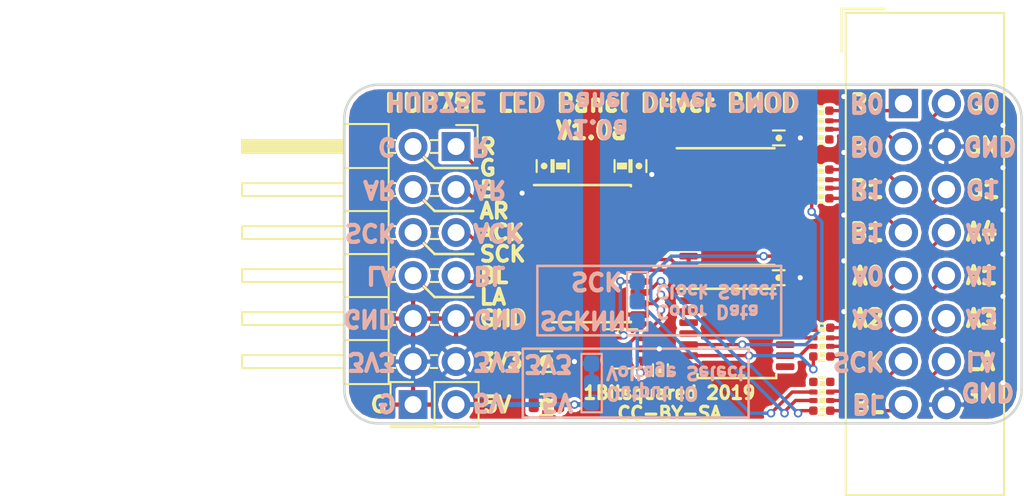
<source format=kicad_pcb>
(kicad_pcb (version 20171130) (host pcbnew 5.0.2-bee76a0~70~ubuntu18.04.1)

  (general
    (thickness 0.8)
    (drawings 94)
    (tracks 253)
    (zones 0)
    (modules 22)
    (nets 67)
  )

  (page A4)
  (title_block
    (title "iCEBreaker PMOD - LED Panel Single HUB75E")
    (rev V1.0a)
    (company 1BitSquared)
    (comment 1 "2018-2019 (C) 1BitSquared <info@1bitsquared.com>")
    (comment 2 "2018-2019 (C) Piotr Esden-Tempski <piotr@esden.net>")
    (comment 3 "License: CC-BY-SA 4.0")
  )

  (layers
    (0 F.Cu signal)
    (31 B.Cu signal)
    (33 F.Adhes user)
    (34 B.Paste user)
    (35 F.Paste user)
    (36 B.SilkS user)
    (37 F.SilkS user)
    (38 B.Mask user)
    (39 F.Mask user)
    (40 Dwgs.User user)
    (44 Edge.Cuts user)
    (46 B.CrtYd user)
    (47 F.CrtYd user)
    (48 B.Fab user)
    (49 F.Fab user)
  )

  (setup
    (last_trace_width 0.2)
    (user_trace_width 0.3)
    (trace_clearance 0.2)
    (zone_clearance 0.2)
    (zone_45_only yes)
    (trace_min 0.2)
    (segment_width 0.15)
    (edge_width 0.15)
    (via_size 0.5)
    (via_drill 0.3)
    (via_min_size 0.5)
    (via_min_drill 0.3)
    (uvia_size 0.3)
    (uvia_drill 0.1)
    (uvias_allowed no)
    (uvia_min_size 0.2)
    (uvia_min_drill 0.1)
    (pcb_text_width 0.3)
    (pcb_text_size 1.5 1.5)
    (mod_edge_width 0.15)
    (mod_text_size 1 1)
    (mod_text_width 0.15)
    (pad_size 0.5 0.6)
    (pad_drill 0)
    (pad_to_mask_clearance 0.05)
    (solder_mask_min_width 0.05)
    (aux_axis_origin 37.4 54)
    (grid_origin 37.4 44)
    (visible_elements FFFFFF1F)
    (pcbplotparams
      (layerselection 0x010fc_ffffffff)
      (usegerberextensions true)
      (usegerberattributes false)
      (usegerberadvancedattributes false)
      (creategerberjobfile false)
      (excludeedgelayer true)
      (linewidth 0.300000)
      (plotframeref false)
      (viasonmask false)
      (mode 1)
      (useauxorigin true)
      (hpglpennumber 1)
      (hpglpenspeed 20)
      (hpglpendiameter 15.000000)
      (psnegative false)
      (psa4output false)
      (plotreference true)
      (plotvalue true)
      (plotinvisibletext false)
      (padsonsilk false)
      (subtractmaskfromsilk true)
      (outputformat 1)
      (mirror false)
      (drillshape 0)
      (scaleselection 1)
      (outputdirectory "gerber"))
  )

  (net 0 "")
  (net 1 GND)
  (net 2 +3V3)
  (net 3 +5V)
  (net 4 /VCCB)
  (net 5 "Net-(R3-Pad1)")
  (net 6 "Net-(R4-Pad1)")
  (net 7 /A0)
  (net 8 /B1)
  (net 9 /G1)
  (net 10 /R1)
  (net 11 /A1)
  (net 12 /A2)
  (net 13 /A3)
  (net 14 /R1x)
  (net 15 /B1x)
  (net 16 /A0x)
  (net 17 /A2x)
  (net 18 /G1x)
  (net 19 /A4x)
  (net 20 /A1x)
  (net 21 /A4)
  (net 22 /A3x)
  (net 23 /BLANKx)
  (net 24 /BLANK)
  (net 25 /SCLK)
  (net 26 /LATCH)
  (net 27 /LATCHx)
  (net 28 /SCLKx)
  (net 29 /iSCLK)
  (net 30 /iLATCH)
  (net 31 /iBLANK)
  (net 32 "Net-(R1-Pad1)")
  (net 33 /SCLKNN)
  (net 34 /G)
  (net 35 /B)
  (net 36 /R)
  (net 37 /Rx)
  (net 38 /Gx)
  (net 39 /Bx)
  (net 40 /iR)
  (net 41 /iG)
  (net 42 /iB)
  (net 43 /SCLKN)
  (net 44 "Net-(U4-Pad5)")
  (net 45 "Net-(U4-Pad6)")
  (net 46 "Net-(U4-Pad7)")
  (net 47 "Net-(U4-Pad8)")
  (net 48 "Net-(U4-Pad9)")
  (net 49 "Net-(U4-Pad12)")
  (net 50 "Net-(U4-Pad13)")
  (net 51 "Net-(U4-Pad14)")
  (net 52 "Net-(U4-Pad15)")
  (net 53 "Net-(U4-Pad16)")
  (net 54 /iARST)
  (net 55 /iACLK)
  (net 56 /ACLK)
  (net 57 /ARST)
  (net 58 "Net-(U3-Pad3)")
  (net 59 "Net-(U3-Pad4)")
  (net 60 "Net-(U3-Pad8)")
  (net 61 "Net-(U3-Pad10)")
  (net 62 "Net-(U3-Pad13)")
  (net 63 /SCLKi)
  (net 64 "Net-(R4-Pad2)")
  (net 65 "Net-(R5-Pad7)")
  (net 66 "Net-(R5-Pad8)")

  (net_class Default "This is the default net class."
    (clearance 0.2)
    (trace_width 0.2)
    (via_dia 0.5)
    (via_drill 0.3)
    (uvia_dia 0.3)
    (uvia_drill 0.1)
    (add_net +3V3)
    (add_net +5V)
    (add_net /A0)
    (add_net /A0x)
    (add_net /A1)
    (add_net /A1x)
    (add_net /A2)
    (add_net /A2x)
    (add_net /A3)
    (add_net /A3x)
    (add_net /A4)
    (add_net /A4x)
    (add_net /ACLK)
    (add_net /ARST)
    (add_net /B)
    (add_net /B1)
    (add_net /B1x)
    (add_net /BLANK)
    (add_net /BLANKx)
    (add_net /Bx)
    (add_net /G)
    (add_net /G1)
    (add_net /G1x)
    (add_net /Gx)
    (add_net /LATCH)
    (add_net /LATCHx)
    (add_net /R)
    (add_net /R1)
    (add_net /R1x)
    (add_net /Rx)
    (add_net /SCLK)
    (add_net /SCLKN)
    (add_net /SCLKNN)
    (add_net /SCLKi)
    (add_net /SCLKx)
    (add_net /VCCB)
    (add_net /iACLK)
    (add_net /iARST)
    (add_net /iB)
    (add_net /iBLANK)
    (add_net /iG)
    (add_net /iLATCH)
    (add_net /iR)
    (add_net /iSCLK)
    (add_net GND)
    (add_net "Net-(R1-Pad1)")
    (add_net "Net-(R3-Pad1)")
    (add_net "Net-(R4-Pad1)")
    (add_net "Net-(R4-Pad2)")
    (add_net "Net-(R5-Pad7)")
    (add_net "Net-(R5-Pad8)")
    (add_net "Net-(U3-Pad10)")
    (add_net "Net-(U3-Pad13)")
    (add_net "Net-(U3-Pad3)")
    (add_net "Net-(U3-Pad4)")
    (add_net "Net-(U3-Pad8)")
    (add_net "Net-(U4-Pad12)")
    (add_net "Net-(U4-Pad13)")
    (add_net "Net-(U4-Pad14)")
    (add_net "Net-(U4-Pad15)")
    (add_net "Net-(U4-Pad16)")
    (add_net "Net-(U4-Pad5)")
    (add_net "Net-(U4-Pad6)")
    (add_net "Net-(U4-Pad7)")
    (add_net "Net-(U4-Pad8)")
    (add_net "Net-(U4-Pad9)")
  )

  (module Package_TO_SOT_SMD:SOT-363_SC-70-6 (layer F.Cu) (tedit 5C731E96) (tstamp 5C50F354)
    (at 54 49.6)
    (descr "SOT-363, SC-70-6")
    (tags "SOT-363 SC-70-6")
    (path /5CB0FB12)
    (attr smd)
    (fp_text reference U2 (at 0 0 90) (layer F.Fab)
      (effects (font (size 0.75 0.75) (thickness 0.15)))
    )
    (fp_text value NL27WZ14 (at -0.5 1.9 180) (layer F.Fab)
      (effects (font (size 0.5 0.5) (thickness 0.125)))
    )
    (fp_line (start 0.7 -1.16) (end -1.2 -1.16) (layer F.SilkS) (width 0.12))
    (fp_line (start -0.7 1.16) (end 0.7 1.16) (layer F.SilkS) (width 0.12))
    (fp_line (start 1.6 1.4) (end 1.6 -1.4) (layer F.CrtYd) (width 0.05))
    (fp_line (start -1.6 -1.4) (end -1.6 1.4) (layer F.CrtYd) (width 0.05))
    (fp_line (start -1.6 -1.4) (end 1.6 -1.4) (layer F.CrtYd) (width 0.05))
    (fp_line (start 0.675 -1.1) (end -0.175 -1.1) (layer F.Fab) (width 0.1))
    (fp_line (start -0.675 -0.6) (end -0.675 1.1) (layer F.Fab) (width 0.1))
    (fp_line (start -1.6 1.4) (end 1.6 1.4) (layer F.CrtYd) (width 0.05))
    (fp_line (start 0.675 -1.1) (end 0.675 1.1) (layer F.Fab) (width 0.1))
    (fp_line (start 0.675 1.1) (end -0.675 1.1) (layer F.Fab) (width 0.1))
    (fp_line (start -0.175 -1.1) (end -0.675 -0.6) (layer F.Fab) (width 0.1))
    (pad 1 smd roundrect (at -0.95 -0.65) (size 0.65 0.4) (layers F.Cu F.Paste F.Mask) (roundrect_rratio 0.25)
      (net 25 /SCLK))
    (pad 3 smd roundrect (at -0.95 0.65) (size 0.65 0.4) (layers F.Cu F.Paste F.Mask) (roundrect_rratio 0.25)
      (net 43 /SCLKN))
    (pad 5 smd roundrect (at 0.95 0) (size 0.65 0.4) (layers F.Cu F.Paste F.Mask) (roundrect_rratio 0.25)
      (net 4 /VCCB))
    (pad 2 smd roundrect (at -0.95 0) (size 0.65 0.4) (layers F.Cu F.Paste F.Mask) (roundrect_rratio 0.25)
      (net 1 GND))
    (pad 4 smd roundrect (at 0.95 0.65) (size 0.65 0.4) (layers F.Cu F.Paste F.Mask) (roundrect_rratio 0.25)
      (net 33 /SCLKNN))
    (pad 6 smd roundrect (at 0.95 -0.65) (size 0.65 0.4) (layers F.Cu F.Paste F.Mask) (roundrect_rratio 0.25)
      (net 43 /SCLKN))
    (model ${KISYS3DMOD}/Package_TO_SOT_SMD.3dshapes/SOT-363_SC-70-6.wrl
      (at (xyz 0 0 0))
      (scale (xyz 1 1 1))
      (rotate (xyz 0 0 0))
    )
  )

  (module Package_SO:TSSOP-14_4.4x5mm_P0.65mm (layer F.Cu) (tedit 5C731F08) (tstamp 5C514B9D)
    (at 60.584 48.7)
    (descr "14-Lead Plastic Thin Shrink Small Outline (ST)-4.4 mm Body [TSSOP] (see Microchip Packaging Specification 00000049BS.pdf)")
    (tags "SSOP 0.65")
    (path /5CE199F9)
    (attr smd)
    (fp_text reference U3 (at 0 0 90) (layer F.Fab)
      (effects (font (size 0.75 0.75) (thickness 0.15)))
    )
    (fp_text value 74HC4024 (at -2.884 0 90) (layer F.Fab)
      (effects (font (size 0.75 0.75) (thickness 0.15)))
    )
    (fp_line (start -1.2 -2.5) (end 2.2 -2.5) (layer F.Fab) (width 0.15))
    (fp_line (start 2.2 -2.5) (end 2.2 2.5) (layer F.Fab) (width 0.15))
    (fp_line (start 2.2 2.5) (end -2.2 2.5) (layer F.Fab) (width 0.15))
    (fp_line (start -2.2 2.5) (end -2.2 -1.5) (layer F.Fab) (width 0.15))
    (fp_line (start -2.2 -1.5) (end -1.2 -2.5) (layer F.Fab) (width 0.15))
    (fp_line (start -3.65 -2.8) (end -3.65 2.8) (layer F.CrtYd) (width 0.05))
    (fp_line (start 3.65 -2.8) (end 3.65 2.8) (layer F.CrtYd) (width 0.05))
    (fp_line (start -3.65 -2.8) (end 3.65 -2.8) (layer F.CrtYd) (width 0.05))
    (fp_line (start -3.65 2.8) (end 3.65 2.8) (layer F.CrtYd) (width 0.05))
    (fp_line (start 2.325 2.625) (end 2.325 2.4) (layer F.SilkS) (width 0.15))
    (fp_line (start -2.325 2.625) (end -2.325 2.4) (layer F.SilkS) (width 0.15))
    (fp_line (start -3.55 -2.65) (end 2.25 -2.65) (layer F.SilkS) (width 0.15))
    (fp_line (start -2.325 2.625) (end 2.325 2.625) (layer F.SilkS) (width 0.15))
    (pad 1 smd roundrect (at -2.85 -1.95) (size 1.1 0.4) (layers F.Cu F.Paste F.Mask) (roundrect_rratio 0.25)
      (net 56 /ACLK))
    (pad 2 smd roundrect (at -2.85 -1.3) (size 1.1 0.4) (layers F.Cu F.Paste F.Mask) (roundrect_rratio 0.25)
      (net 57 /ARST))
    (pad 3 smd roundrect (at -2.85 -0.65) (size 1.1 0.4) (layers F.Cu F.Paste F.Mask) (roundrect_rratio 0.25)
      (net 58 "Net-(U3-Pad3)"))
    (pad 4 smd roundrect (at -2.85 0) (size 1.1 0.4) (layers F.Cu F.Paste F.Mask) (roundrect_rratio 0.25)
      (net 59 "Net-(U3-Pad4)"))
    (pad 5 smd roundrect (at -2.85 0.65) (size 1.1 0.4) (layers F.Cu F.Paste F.Mask) (roundrect_rratio 0.25)
      (net 21 /A4))
    (pad 6 smd roundrect (at -2.85 1.3) (size 1.1 0.4) (layers F.Cu F.Paste F.Mask) (roundrect_rratio 0.25)
      (net 13 /A3))
    (pad 7 smd roundrect (at -2.85 1.95) (size 1.1 0.4) (layers F.Cu F.Paste F.Mask) (roundrect_rratio 0.25)
      (net 1 GND))
    (pad 8 smd roundrect (at 2.85 1.95) (size 1.1 0.4) (layers F.Cu F.Paste F.Mask) (roundrect_rratio 0.25)
      (net 60 "Net-(U3-Pad8)"))
    (pad 9 smd roundrect (at 2.85 1.3) (size 1.1 0.4) (layers F.Cu F.Paste F.Mask) (roundrect_rratio 0.25)
      (net 12 /A2))
    (pad 10 smd roundrect (at 2.85 0.65) (size 1.1 0.4) (layers F.Cu F.Paste F.Mask) (roundrect_rratio 0.25)
      (net 61 "Net-(U3-Pad10)"))
    (pad 11 smd roundrect (at 2.85 0) (size 1.1 0.4) (layers F.Cu F.Paste F.Mask) (roundrect_rratio 0.25)
      (net 11 /A1))
    (pad 12 smd roundrect (at 2.85 -0.65) (size 1.1 0.4) (layers F.Cu F.Paste F.Mask) (roundrect_rratio 0.25)
      (net 7 /A0))
    (pad 13 smd roundrect (at 2.85 -1.3) (size 1.1 0.4) (layers F.Cu F.Paste F.Mask) (roundrect_rratio 0.25)
      (net 62 "Net-(U3-Pad13)"))
    (pad 14 smd roundrect (at 2.85 -1.95) (size 1.1 0.4) (layers F.Cu F.Paste F.Mask) (roundrect_rratio 0.25)
      (net 4 /VCCB))
    (model ${KISYS3DMOD}/Package_SO.3dshapes/TSSOP-14_4.4x5mm_P0.65mm.wrl
      (at (xyz 0 0 0))
      (scale (xyz 1 1 1))
      (rotate (xyz 0 0 0))
    )
  )

  (module Package_SO:TSSOP-20_4.4x6.5mm_P0.65mm (layer F.Cu) (tedit 5C731F46) (tstamp 5C50F3DE)
    (at 60.584 41.2)
    (descr "20-Lead Plastic Thin Shrink Small Outline (ST)-4.4 mm Body [TSSOP] (see Microchip Packaging Specification 00000049BS.pdf)")
    (tags "SSOP 0.65")
    (path /5CC42875)
    (attr smd)
    (fp_text reference U4 (at 0 0 90) (layer F.Fab)
      (effects (font (size 0.75 0.75) (thickness 0.15)))
    )
    (fp_text value 74VHC574 (at -2.884 0 90) (layer F.Fab)
      (effects (font (size 0.75 0.75) (thickness 0.15)))
    )
    (fp_line (start -1.2 -3.25) (end 2.2 -3.25) (layer F.Fab) (width 0.15))
    (fp_line (start 2.2 -3.25) (end 2.2 3.25) (layer F.Fab) (width 0.15))
    (fp_line (start 2.2 3.25) (end -2.2 3.25) (layer F.Fab) (width 0.15))
    (fp_line (start -2.2 3.25) (end -2.2 -2.25) (layer F.Fab) (width 0.15))
    (fp_line (start -2.2 -2.25) (end -1.2 -3.25) (layer F.Fab) (width 0.15))
    (fp_line (start -3.65 -3.55) (end -3.65 3.55) (layer F.CrtYd) (width 0.05))
    (fp_line (start 3.65 -3.55) (end 3.65 3.55) (layer F.CrtYd) (width 0.05))
    (fp_line (start -3.65 -3.55) (end 3.65 -3.55) (layer F.CrtYd) (width 0.05))
    (fp_line (start -3.65 3.55) (end 3.65 3.55) (layer F.CrtYd) (width 0.05))
    (fp_line (start -2.225 3.45) (end 2.225 3.45) (layer F.SilkS) (width 0.15))
    (fp_line (start -3.55 -3.45) (end 2.225 -3.45) (layer F.SilkS) (width 0.15))
    (pad 1 smd roundrect (at -2.85 -2.925) (size 1.1 0.4) (layers F.Cu F.Paste F.Mask) (roundrect_rratio 0.25)
      (net 1 GND))
    (pad 2 smd roundrect (at -2.85 -2.275) (size 1.1 0.4) (layers F.Cu F.Paste F.Mask) (roundrect_rratio 0.25)
      (net 36 /R))
    (pad 3 smd roundrect (at -2.85 -1.625) (size 1.1 0.4) (layers F.Cu F.Paste F.Mask) (roundrect_rratio 0.25)
      (net 34 /G))
    (pad 4 smd roundrect (at -2.85 -0.975) (size 1.1 0.4) (layers F.Cu F.Paste F.Mask) (roundrect_rratio 0.25)
      (net 35 /B))
    (pad 5 smd roundrect (at -2.85 -0.325) (size 1.1 0.4) (layers F.Cu F.Paste F.Mask) (roundrect_rratio 0.25)
      (net 44 "Net-(U4-Pad5)"))
    (pad 6 smd roundrect (at -2.85 0.325) (size 1.1 0.4) (layers F.Cu F.Paste F.Mask) (roundrect_rratio 0.25)
      (net 45 "Net-(U4-Pad6)"))
    (pad 7 smd roundrect (at -2.85 0.975) (size 1.1 0.4) (layers F.Cu F.Paste F.Mask) (roundrect_rratio 0.25)
      (net 46 "Net-(U4-Pad7)"))
    (pad 8 smd roundrect (at -2.85 1.625) (size 1.1 0.4) (layers F.Cu F.Paste F.Mask) (roundrect_rratio 0.25)
      (net 47 "Net-(U4-Pad8)"))
    (pad 9 smd roundrect (at -2.85 2.275) (size 1.1 0.4) (layers F.Cu F.Paste F.Mask) (roundrect_rratio 0.25)
      (net 48 "Net-(U4-Pad9)"))
    (pad 10 smd roundrect (at -2.85 2.925) (size 1.1 0.4) (layers F.Cu F.Paste F.Mask) (roundrect_rratio 0.25)
      (net 1 GND))
    (pad 11 smd roundrect (at 2.85 2.925) (size 1.1 0.4) (layers F.Cu F.Paste F.Mask) (roundrect_rratio 0.25)
      (net 43 /SCLKN))
    (pad 12 smd roundrect (at 2.85 2.275) (size 1.1 0.4) (layers F.Cu F.Paste F.Mask) (roundrect_rratio 0.25)
      (net 49 "Net-(U4-Pad12)"))
    (pad 13 smd roundrect (at 2.85 1.625) (size 1.1 0.4) (layers F.Cu F.Paste F.Mask) (roundrect_rratio 0.25)
      (net 50 "Net-(U4-Pad13)"))
    (pad 14 smd roundrect (at 2.85 0.975) (size 1.1 0.4) (layers F.Cu F.Paste F.Mask) (roundrect_rratio 0.25)
      (net 51 "Net-(U4-Pad14)"))
    (pad 15 smd roundrect (at 2.85 0.325) (size 1.1 0.4) (layers F.Cu F.Paste F.Mask) (roundrect_rratio 0.25)
      (net 52 "Net-(U4-Pad15)"))
    (pad 16 smd roundrect (at 2.85 -0.325) (size 1.1 0.4) (layers F.Cu F.Paste F.Mask) (roundrect_rratio 0.25)
      (net 53 "Net-(U4-Pad16)"))
    (pad 17 smd roundrect (at 2.85 -0.975) (size 1.1 0.4) (layers F.Cu F.Paste F.Mask) (roundrect_rratio 0.25)
      (net 8 /B1))
    (pad 18 smd roundrect (at 2.85 -1.625) (size 1.1 0.4) (layers F.Cu F.Paste F.Mask) (roundrect_rratio 0.25)
      (net 9 /G1))
    (pad 19 smd roundrect (at 2.85 -2.275) (size 1.1 0.4) (layers F.Cu F.Paste F.Mask) (roundrect_rratio 0.25)
      (net 10 /R1))
    (pad 20 smd roundrect (at 2.85 -2.925) (size 1.1 0.4) (layers F.Cu F.Paste F.Mask) (roundrect_rratio 0.25)
      (net 4 /VCCB))
    (model ${KISYS3DMOD}/Package_SO.3dshapes/TSSOP-20_4.4x6.5mm_P0.65mm.wrl
      (at (xyz 0 0 0))
      (scale (xyz 1 1 1))
      (rotate (xyz 0 0 0))
    )
  )

  (module pkl_dipol:R_Array_Convex_4x0402 (layer F.Cu) (tedit 5B8B823A) (tstamp 5C5B208D)
    (at 65.6 52.4)
    (descr "Thick Film Chip Resistor Array, Wave soldering, Vishay CRA06P (see cra06p.pdf)")
    (tags "resistor array")
    (path /5CD183A9)
    (solder_mask_margin 0.05)
    (attr smd)
    (fp_text reference R4 (at 0 0.1 90) (layer F.Fab)
      (effects (font (size 0.75 0.75) (thickness 0.15)))
    )
    (fp_text value 33E (at -1.6 0.2 90) (layer F.Fab)
      (effects (font (size 0.75 0.75) (thickness 0.15)))
    )
    (fp_line (start -0.5 -1) (end 0.5 -1) (layer F.Fab) (width 0.05))
    (fp_line (start -0.5 -0.55) (end -0.5 -1) (layer F.Fab) (width 0.05))
    (fp_line (start -0.3 -0.55) (end -0.5 -0.55) (layer F.Fab) (width 0.05))
    (fp_line (start -0.3 -0.4) (end -0.3 -0.55) (layer F.Fab) (width 0.05))
    (fp_line (start -0.5 -0.4) (end -0.3 -0.4) (layer F.Fab) (width 0.05))
    (fp_line (start -0.5 -0.1) (end -0.5 -0.4) (layer F.Fab) (width 0.05))
    (fp_line (start -0.3 -0.1) (end -0.5 -0.1) (layer F.Fab) (width 0.05))
    (fp_line (start -0.3 0.1) (end -0.3 -0.1) (layer F.Fab) (width 0.05))
    (fp_line (start -0.5 0.1) (end -0.3 0.1) (layer F.Fab) (width 0.05))
    (fp_line (start -0.5 0.4) (end -0.5 0.1) (layer F.Fab) (width 0.05))
    (fp_line (start -0.3 0.4) (end -0.5 0.4) (layer F.Fab) (width 0.05))
    (fp_line (start -0.3 0.55) (end -0.3 0.4) (layer F.Fab) (width 0.05))
    (fp_line (start -0.5 0.55) (end -0.3 0.55) (layer F.Fab) (width 0.05))
    (fp_line (start -0.5 1) (end -0.5 0.55) (layer F.Fab) (width 0.05))
    (fp_line (start 0.5 1) (end -0.5 1) (layer F.Fab) (width 0.05))
    (fp_line (start 0.5 0.55) (end 0.5 1) (layer F.Fab) (width 0.05))
    (fp_line (start 0.3 0.55) (end 0.5 0.55) (layer F.Fab) (width 0.05))
    (fp_line (start 0.3 0.4) (end 0.3 0.55) (layer F.Fab) (width 0.05))
    (fp_line (start 0.5 0.4) (end 0.3 0.4) (layer F.Fab) (width 0.05))
    (fp_line (start 0.5 0.1) (end 0.5 0.4) (layer F.Fab) (width 0.05))
    (fp_line (start 0.3 0.1) (end 0.5 0.1) (layer F.Fab) (width 0.05))
    (fp_line (start 0.3 -0.1) (end 0.3 0.1) (layer F.Fab) (width 0.05))
    (fp_line (start 0.5 -0.1) (end 0.3 -0.1) (layer F.Fab) (width 0.05))
    (fp_line (start 0.5 -0.4) (end 0.5 -0.1) (layer F.Fab) (width 0.05))
    (fp_line (start 0.3 -0.4) (end 0.5 -0.4) (layer F.Fab) (width 0.05))
    (fp_line (start 0.3 -0.55) (end 0.3 -0.4) (layer F.Fab) (width 0.05))
    (fp_line (start 0.5 -0.55) (end 0.3 -0.55) (layer F.Fab) (width 0.05))
    (fp_line (start 0.5 -1) (end 0.5 -0.55) (layer F.Fab) (width 0.05))
    (fp_line (start -1 -1.35) (end 1 -1.35) (layer F.CrtYd) (width 0.05))
    (fp_line (start -1 1.35) (end 1 1.35) (layer F.CrtYd) (width 0.05))
    (fp_line (start -1 -1.35) (end -1 1.35) (layer F.CrtYd) (width 0.05))
    (fp_line (start 1 -1.35) (end 1 1.35) (layer F.CrtYd) (width 0.05))
    (fp_line (start 0.15 1.1) (end -0.15 1.1) (layer F.SilkS) (width 0.15))
    (fp_line (start 0.15 -1.1) (end -0.15 -1.1) (layer F.SilkS) (width 0.15))
    (fp_poly (pts (xy -0.175 -0.375) (xy 0.175 -0.375) (xy 0.175 -0.125) (xy -0.175 -0.125)) (layer F.SilkS) (width 0.05))
    (fp_poly (pts (xy -0.175 -0.875) (xy 0.175 -0.875) (xy 0.175 -0.625) (xy -0.175 -0.625)) (layer F.SilkS) (width 0.05))
    (fp_poly (pts (xy -0.175 0.125) (xy 0.175 0.125) (xy 0.175 0.375) (xy -0.175 0.375)) (layer F.SilkS) (width 0.05))
    (fp_poly (pts (xy -0.175 0.625) (xy 0.175 0.625) (xy 0.175 0.875) (xy -0.175 0.875)) (layer F.SilkS) (width 0.05))
    (pad 3 smd roundrect (at -0.5 -0.25) (size 0.5 0.3) (layers F.Cu F.Paste F.Mask) (roundrect_rratio 0.25)
      (net 63 /SCLKi))
    (pad 5 smd roundrect (at -0.5 0.25) (size 0.5 0.3) (layers F.Cu F.Paste F.Mask) (roundrect_rratio 0.25)
      (net 26 /LATCH))
    (pad 1 smd roundrect (at -0.5 -0.85) (size 0.5 0.5) (layers F.Cu F.Paste F.Mask) (roundrect_rratio 0.25)
      (net 6 "Net-(R4-Pad1)"))
    (pad 7 smd roundrect (at -0.5 0.85) (size 0.5 0.5) (layers F.Cu F.Paste F.Mask) (roundrect_rratio 0.25)
      (net 24 /BLANK))
    (pad 2 smd roundrect (at 0.5 -0.85) (size 0.5 0.5) (layers F.Cu F.Paste F.Mask) (roundrect_rratio 0.25)
      (net 64 "Net-(R4-Pad2)"))
    (pad 4 smd roundrect (at 0.5 -0.25) (size 0.5 0.3) (layers F.Cu F.Paste F.Mask) (roundrect_rratio 0.25)
      (net 28 /SCLKx))
    (pad 6 smd roundrect (at 0.5 0.25) (size 0.5 0.3) (layers F.Cu F.Paste F.Mask) (roundrect_rratio 0.25)
      (net 27 /LATCHx))
    (pad 8 smd roundrect (at 0.5 0.85) (size 0.5 0.5) (layers F.Cu F.Paste F.Mask) (roundrect_rratio 0.25)
      (net 23 /BLANKx))
    (model ${KISYS3DMOD}/Resistor_SMD.3dshapes/R_Array_Convex_4x0402.step
      (at (xyz 0 0 0))
      (scale (xyz 1 1 1))
      (rotate (xyz 0 0 0))
    )
  )

  (module pkl_jumpers:J_NCNO_0903_30 (layer B.Cu) (tedit 5BF23FC0) (tstamp 5C592671)
    (at 54.7 46.794 270)
    (descr "Jumper Normally Closed SMD 0603, 0.15mm connection, reflow soldering")
    (tags "jumper 0603")
    (path /5CEA4A6B)
    (attr smd)
    (fp_text reference J2 (at 0 1.1 270) (layer B.Fab)
      (effects (font (size 0.635 0.635) (thickness 0.1)) (justify mirror))
    )
    (fp_text value jmp (at 0 -1.2 270) (layer B.Fab)
      (effects (font (size 0.635 0.635) (thickness 0.1)) (justify mirror))
    )
    (fp_line (start -1.725 0.6) (end -1.725 -0.6) (layer B.SilkS) (width 0.13))
    (fp_line (start 1.725 0.6) (end 1.725 -0.6) (layer B.SilkS) (width 0.13))
    (fp_line (start -1.75 0.725) (end 1.75 0.725) (layer B.CrtYd) (width 0.05))
    (fp_line (start -1.75 -0.725) (end 1.75 -0.725) (layer B.CrtYd) (width 0.05))
    (fp_line (start -1.75 0.725) (end -1.75 -0.725) (layer B.CrtYd) (width 0.05))
    (fp_line (start 1.75 0.725) (end 1.75 -0.725) (layer B.CrtYd) (width 0.05))
    (fp_line (start -1.725 0.6) (end 1.725 0.6) (layer B.SilkS) (width 0.13))
    (fp_line (start 1.725 -0.6) (end -1.725 -0.6) (layer B.SilkS) (width 0.13))
    (fp_poly (pts (xy -0.625 0.25) (xy -0.525 0.25) (xy -0.525 -0.25) (xy -0.625 -0.25)) (layer B.Mask) (width 0.15))
    (fp_line (start -0.775 0) (end -0.375 0) (layer B.Cu) (width 0.3))
    (fp_poly (pts (xy 0.525 0.25) (xy 0.625 0.25) (xy 0.625 -0.25) (xy 0.525 -0.25)) (layer B.Mask) (width 0.15))
    (pad 1 smd roundrect (at -1.15 0 270) (size 0.95 0.9) (layers B.Cu B.Mask) (roundrect_rratio 0.25)
      (net 25 /SCLK))
    (pad 2 smd roundrect (at 0 0 270) (size 0.95 0.9) (layers B.Cu B.Mask) (roundrect_rratio 0.25)
      (net 63 /SCLKi))
    (pad 3 smd roundrect (at 1.15 0 270) (size 0.95 0.9) (layers B.Cu B.Mask) (roundrect_rratio 0.25)
      (net 33 /SCLKNN))
  )

  (module Connector_IDC:IDC-Header_2x08_P2.54mm_Vertical (layer F.Cu) (tedit 5C5252BF) (tstamp 5C732844)
    (at 70.42 35.11)
    (descr "Through hole straight IDC box header, 2x08, 2.54mm pitch, double rows")
    (tags "Through hole IDC box header THT 2x08 2.54mm double row")
    (path /5C8CBEE0)
    (fp_text reference J3 (at 0.88 8.99 90) (layer F.Fab)
      (effects (font (size 1 1) (thickness 0.15)))
    )
    (fp_text value HUB75E (at 3.08 9.09 90) (layer F.Fab)
      (effects (font (size 1 1) (thickness 0.15)))
    )
    (fp_line (start 5.695 -5.1) (end 5.695 22.88) (layer F.Fab) (width 0.1))
    (fp_line (start 5.145 -4.56) (end 5.145 22.32) (layer F.Fab) (width 0.1))
    (fp_line (start -3.155 -5.1) (end -3.155 22.88) (layer F.Fab) (width 0.1))
    (fp_line (start -2.605 -4.56) (end -2.605 6.64) (layer F.Fab) (width 0.1))
    (fp_line (start -2.605 11.14) (end -2.605 22.32) (layer F.Fab) (width 0.1))
    (fp_line (start -2.605 6.64) (end -3.155 6.64) (layer F.Fab) (width 0.1))
    (fp_line (start -2.605 11.14) (end -3.155 11.14) (layer F.Fab) (width 0.1))
    (fp_line (start 5.695 -5.1) (end -3.155 -5.1) (layer F.Fab) (width 0.1))
    (fp_line (start 5.145 -4.56) (end -2.605 -4.56) (layer F.Fab) (width 0.1))
    (fp_line (start 5.695 22.88) (end -3.155 22.88) (layer F.Fab) (width 0.1))
    (fp_line (start 5.145 22.32) (end -2.605 22.32) (layer F.Fab) (width 0.1))
    (fp_line (start 5.695 -5.1) (end 5.145 -4.56) (layer F.Fab) (width 0.1))
    (fp_line (start 5.695 22.88) (end 5.145 22.32) (layer F.Fab) (width 0.1))
    (fp_line (start -3.155 -5.1) (end -2.605 -4.56) (layer F.Fab) (width 0.1))
    (fp_line (start -3.155 22.88) (end -2.605 22.32) (layer F.Fab) (width 0.1))
    (fp_line (start 5.95 -5.35) (end 5.95 23.13) (layer F.CrtYd) (width 0.05))
    (fp_line (start 5.95 23.13) (end -3.41 23.13) (layer F.CrtYd) (width 0.05))
    (fp_line (start -3.41 23.13) (end -3.41 -5.35) (layer F.CrtYd) (width 0.05))
    (fp_line (start -3.41 -5.35) (end 5.95 -5.35) (layer F.CrtYd) (width 0.05))
    (fp_line (start 5.945 -5.35) (end 5.945 23.13) (layer F.SilkS) (width 0.12))
    (fp_line (start 5.945 23.13) (end -3.405 23.13) (layer F.SilkS) (width 0.12))
    (fp_line (start -3.405 23.13) (end -3.405 -5.35) (layer F.SilkS) (width 0.12))
    (fp_line (start -3.405 -5.35) (end 5.945 -5.35) (layer F.SilkS) (width 0.12))
    (fp_line (start -3.655 -5.6) (end -3.655 -3.06) (layer F.SilkS) (width 0.12))
    (fp_line (start -3.655 -5.6) (end -1.115 -5.6) (layer F.SilkS) (width 0.12))
    (pad 1 thru_hole rect (at 0 0) (size 1.7272 1.7272) (drill 1.016) (layers *.Cu *.Mask)
      (net 37 /Rx))
    (pad 2 thru_hole oval (at 2.54 0) (size 1.7272 1.7272) (drill 1.016) (layers *.Cu *.Mask)
      (net 38 /Gx))
    (pad 3 thru_hole oval (at 0 2.54) (size 1.7272 1.7272) (drill 1.016) (layers *.Cu *.Mask)
      (net 39 /Bx))
    (pad 4 thru_hole oval (at 2.54 2.54) (size 1.7272 1.7272) (drill 1.016) (layers *.Cu *.Mask)
      (net 1 GND))
    (pad 5 thru_hole oval (at 0 5.08) (size 1.7272 1.7272) (drill 1.016) (layers *.Cu *.Mask)
      (net 14 /R1x))
    (pad 6 thru_hole oval (at 2.54 5.08) (size 1.7272 1.7272) (drill 1.016) (layers *.Cu *.Mask)
      (net 18 /G1x))
    (pad 7 thru_hole oval (at 0 7.62) (size 1.7272 1.7272) (drill 1.016) (layers *.Cu *.Mask)
      (net 15 /B1x))
    (pad 8 thru_hole oval (at 2.54 7.62) (size 1.7272 1.7272) (drill 1.016) (layers *.Cu *.Mask)
      (net 19 /A4x))
    (pad 9 thru_hole oval (at 0 10.16) (size 1.7272 1.7272) (drill 1.016) (layers *.Cu *.Mask)
      (net 16 /A0x))
    (pad 10 thru_hole oval (at 2.54 10.16) (size 1.7272 1.7272) (drill 1.016) (layers *.Cu *.Mask)
      (net 20 /A1x))
    (pad 11 thru_hole oval (at 0 12.7) (size 1.7272 1.7272) (drill 1.016) (layers *.Cu *.Mask)
      (net 17 /A2x))
    (pad 12 thru_hole oval (at 2.54 12.7) (size 1.7272 1.7272) (drill 1.016) (layers *.Cu *.Mask)
      (net 22 /A3x))
    (pad 13 thru_hole oval (at 0 15.24) (size 1.7272 1.7272) (drill 1.016) (layers *.Cu *.Mask)
      (net 28 /SCLKx))
    (pad 14 thru_hole oval (at 2.54 15.24) (size 1.7272 1.7272) (drill 1.016) (layers *.Cu *.Mask)
      (net 27 /LATCHx))
    (pad 15 thru_hole oval (at 0 17.78) (size 1.7272 1.7272) (drill 1.016) (layers *.Cu *.Mask)
      (net 23 /BLANKx))
    (pad 16 thru_hole oval (at 2.54 17.78) (size 1.7272 1.7272) (drill 1.016) (layers *.Cu *.Mask)
      (net 1 GND))
    (model ${KISYS3DMOD}/Connector_IDC.3dshapes/IDC-Header_2x08_P2.54mm_Vertical.wrl
      (at (xyz 0 0 0))
      (scale (xyz 1 1 1))
      (rotate (xyz 0 0 0))
    )
  )

  (module pkl_dipol:C_0402 (layer F.Cu) (tedit 5B8B5916) (tstamp 5C50F265)
    (at 63.054 45.397)
    (descr "Capacitor SMD 0402, reflow soldering")
    (tags "capacitor 0402")
    (path /5C92C2E0)
    (attr smd)
    (fp_text reference C7 (at 0 0.003) (layer F.Fab)
      (effects (font (size 0.635 0.635) (thickness 0.1)))
    )
    (fp_text value 100n (at -2.154 0.003) (layer F.Fab)
      (effects (font (size 0.635 0.635) (thickness 0.1)))
    )
    (fp_circle (center 0 0) (end 0.1 0) (layer F.SilkS) (width 0.2))
    (fp_line (start -0.95 -0.5) (end 0.95 -0.5) (layer F.CrtYd) (width 0.05))
    (fp_line (start -0.95 0.5) (end 0.95 0.5) (layer F.CrtYd) (width 0.05))
    (fp_line (start -0.95 -0.5) (end -0.95 0.5) (layer F.CrtYd) (width 0.05))
    (fp_line (start 0.95 -0.5) (end 0.95 0.5) (layer F.CrtYd) (width 0.05))
    (fp_line (start -0.35 -0.44) (end 0.35 -0.44) (layer F.SilkS) (width 0.13))
    (fp_line (start 0.35 0.44) (end -0.35 0.44) (layer F.SilkS) (width 0.13))
    (pad 1 smd roundrect (at -0.5 0) (size 0.5 0.6) (layers F.Cu F.Paste F.Mask) (roundrect_rratio 0.25)
      (net 1 GND))
    (pad 2 smd roundrect (at 0.5 0) (size 0.5 0.6) (layers F.Cu F.Paste F.Mask) (roundrect_rratio 0.25)
      (net 4 /VCCB))
    (model ${KISYS3DMOD}/Capacitor_SMD.3dshapes/C_0402_1005Metric.step
      (at (xyz 0 0 0))
      (scale (xyz 1 1 1))
      (rotate (xyz 0 0 0))
    )
  )

  (module pkl_dipol:R_Array_Convex_4x0402 (layer F.Cu) (tedit 5B8B823A) (tstamp 5C50F180)
    (at 65.6 49.2)
    (descr "Thick Film Chip Resistor Array, Wave soldering, Vishay CRA06P (see cra06p.pdf)")
    (tags "resistor array")
    (path /5CC6416B)
    (solder_mask_margin 0.05)
    (attr smd)
    (fp_text reference R2 (at 0 0 90) (layer F.Fab)
      (effects (font (size 0.75 0.75) (thickness 0.15)))
    )
    (fp_text value 33E (at 0 -2.6 90) (layer F.Fab)
      (effects (font (size 0.75 0.75) (thickness 0.15)))
    )
    (fp_poly (pts (xy -0.175 0.625) (xy 0.175 0.625) (xy 0.175 0.875) (xy -0.175 0.875)) (layer F.SilkS) (width 0.05))
    (fp_poly (pts (xy -0.175 0.125) (xy 0.175 0.125) (xy 0.175 0.375) (xy -0.175 0.375)) (layer F.SilkS) (width 0.05))
    (fp_poly (pts (xy -0.175 -0.875) (xy 0.175 -0.875) (xy 0.175 -0.625) (xy -0.175 -0.625)) (layer F.SilkS) (width 0.05))
    (fp_poly (pts (xy -0.175 -0.375) (xy 0.175 -0.375) (xy 0.175 -0.125) (xy -0.175 -0.125)) (layer F.SilkS) (width 0.05))
    (fp_line (start 0.15 -1.1) (end -0.15 -1.1) (layer F.SilkS) (width 0.15))
    (fp_line (start 0.15 1.1) (end -0.15 1.1) (layer F.SilkS) (width 0.15))
    (fp_line (start 1 -1.35) (end 1 1.35) (layer F.CrtYd) (width 0.05))
    (fp_line (start -1 -1.35) (end -1 1.35) (layer F.CrtYd) (width 0.05))
    (fp_line (start -1 1.35) (end 1 1.35) (layer F.CrtYd) (width 0.05))
    (fp_line (start -1 -1.35) (end 1 -1.35) (layer F.CrtYd) (width 0.05))
    (fp_line (start 0.5 -1) (end 0.5 -0.55) (layer F.Fab) (width 0.05))
    (fp_line (start 0.5 -0.55) (end 0.3 -0.55) (layer F.Fab) (width 0.05))
    (fp_line (start 0.3 -0.55) (end 0.3 -0.4) (layer F.Fab) (width 0.05))
    (fp_line (start 0.3 -0.4) (end 0.5 -0.4) (layer F.Fab) (width 0.05))
    (fp_line (start 0.5 -0.4) (end 0.5 -0.1) (layer F.Fab) (width 0.05))
    (fp_line (start 0.5 -0.1) (end 0.3 -0.1) (layer F.Fab) (width 0.05))
    (fp_line (start 0.3 -0.1) (end 0.3 0.1) (layer F.Fab) (width 0.05))
    (fp_line (start 0.3 0.1) (end 0.5 0.1) (layer F.Fab) (width 0.05))
    (fp_line (start 0.5 0.1) (end 0.5 0.4) (layer F.Fab) (width 0.05))
    (fp_line (start 0.5 0.4) (end 0.3 0.4) (layer F.Fab) (width 0.05))
    (fp_line (start 0.3 0.4) (end 0.3 0.55) (layer F.Fab) (width 0.05))
    (fp_line (start 0.3 0.55) (end 0.5 0.55) (layer F.Fab) (width 0.05))
    (fp_line (start 0.5 0.55) (end 0.5 1) (layer F.Fab) (width 0.05))
    (fp_line (start 0.5 1) (end -0.5 1) (layer F.Fab) (width 0.05))
    (fp_line (start -0.5 1) (end -0.5 0.55) (layer F.Fab) (width 0.05))
    (fp_line (start -0.5 0.55) (end -0.3 0.55) (layer F.Fab) (width 0.05))
    (fp_line (start -0.3 0.55) (end -0.3 0.4) (layer F.Fab) (width 0.05))
    (fp_line (start -0.3 0.4) (end -0.5 0.4) (layer F.Fab) (width 0.05))
    (fp_line (start -0.5 0.4) (end -0.5 0.1) (layer F.Fab) (width 0.05))
    (fp_line (start -0.5 0.1) (end -0.3 0.1) (layer F.Fab) (width 0.05))
    (fp_line (start -0.3 0.1) (end -0.3 -0.1) (layer F.Fab) (width 0.05))
    (fp_line (start -0.3 -0.1) (end -0.5 -0.1) (layer F.Fab) (width 0.05))
    (fp_line (start -0.5 -0.1) (end -0.5 -0.4) (layer F.Fab) (width 0.05))
    (fp_line (start -0.5 -0.4) (end -0.3 -0.4) (layer F.Fab) (width 0.05))
    (fp_line (start -0.3 -0.4) (end -0.3 -0.55) (layer F.Fab) (width 0.05))
    (fp_line (start -0.3 -0.55) (end -0.5 -0.55) (layer F.Fab) (width 0.05))
    (fp_line (start -0.5 -0.55) (end -0.5 -1) (layer F.Fab) (width 0.05))
    (fp_line (start -0.5 -1) (end 0.5 -1) (layer F.Fab) (width 0.05))
    (pad 8 smd roundrect (at 0.5 0.85) (size 0.5 0.5) (layers F.Cu F.Paste F.Mask) (roundrect_rratio 0.25)
      (net 22 /A3x))
    (pad 6 smd roundrect (at 0.5 0.25) (size 0.5 0.3) (layers F.Cu F.Paste F.Mask) (roundrect_rratio 0.25)
      (net 17 /A2x))
    (pad 4 smd roundrect (at 0.5 -0.25) (size 0.5 0.3) (layers F.Cu F.Paste F.Mask) (roundrect_rratio 0.25)
      (net 20 /A1x))
    (pad 2 smd roundrect (at 0.5 -0.85) (size 0.5 0.5) (layers F.Cu F.Paste F.Mask) (roundrect_rratio 0.25)
      (net 16 /A0x))
    (pad 7 smd roundrect (at -0.5 0.85) (size 0.5 0.5) (layers F.Cu F.Paste F.Mask) (roundrect_rratio 0.25)
      (net 13 /A3))
    (pad 1 smd roundrect (at -0.5 -0.85) (size 0.5 0.5) (layers F.Cu F.Paste F.Mask) (roundrect_rratio 0.25)
      (net 7 /A0))
    (pad 5 smd roundrect (at -0.5 0.25) (size 0.5 0.3) (layers F.Cu F.Paste F.Mask) (roundrect_rratio 0.25)
      (net 12 /A2))
    (pad 3 smd roundrect (at -0.5 -0.25) (size 0.5 0.3) (layers F.Cu F.Paste F.Mask) (roundrect_rratio 0.25)
      (net 11 /A1))
    (model ${KISYS3DMOD}/Resistor_SMD.3dshapes/R_Array_Convex_4x0402.step
      (at (xyz 0 0 0))
      (scale (xyz 1 1 1))
      (rotate (xyz 0 0 0))
    )
  )

  (module pkl_dipol:C_0402 (layer F.Cu) (tedit 5B8B5916) (tstamp 5BF5A6B7)
    (at 49.2 38.8 270)
    (descr "Capacitor SMD 0402, reflow soldering")
    (tags "capacitor 0402")
    (path /5C164CC0)
    (attr smd)
    (fp_text reference C3 (at 0 -1.1 270) (layer F.Fab)
      (effects (font (size 0.635 0.635) (thickness 0.1)))
    )
    (fp_text value 100n (at 0 1.2 270) (layer F.Fab)
      (effects (font (size 0.635 0.635) (thickness 0.1)))
    )
    (fp_line (start 0.35 0.44) (end -0.35 0.44) (layer F.SilkS) (width 0.13))
    (fp_line (start -0.35 -0.44) (end 0.35 -0.44) (layer F.SilkS) (width 0.13))
    (fp_line (start 0.95 -0.5) (end 0.95 0.5) (layer F.CrtYd) (width 0.05))
    (fp_line (start -0.95 -0.5) (end -0.95 0.5) (layer F.CrtYd) (width 0.05))
    (fp_line (start -0.95 0.5) (end 0.95 0.5) (layer F.CrtYd) (width 0.05))
    (fp_line (start -0.95 -0.5) (end 0.95 -0.5) (layer F.CrtYd) (width 0.05))
    (fp_circle (center 0 0) (end 0.1 0) (layer F.SilkS) (width 0.2))
    (pad 2 smd roundrect (at 0.5 0 270) (size 0.5 0.6) (layers F.Cu F.Paste F.Mask) (roundrect_rratio 0.25)
      (net 2 +3V3))
    (pad 1 smd roundrect (at -0.5 0 270) (size 0.5 0.6) (layers F.Cu F.Paste F.Mask) (roundrect_rratio 0.25)
      (net 1 GND))
    (model ${KISYS3DMOD}/Capacitor_SMD.3dshapes/C_0402_1005Metric.step
      (at (xyz 0 0 0))
      (scale (xyz 1 1 1))
      (rotate (xyz 0 0 0))
    )
  )

  (module pkl_dipol:C_0402 (layer F.Cu) (tedit 5B8B5916) (tstamp 5BF5A6AA)
    (at 56.069 50.858 270)
    (descr "Capacitor SMD 0402, reflow soldering")
    (tags "capacitor 0402")
    (path /5CC11C24)
    (attr smd)
    (fp_text reference C4 (at 0.042 -0.031 270) (layer F.Fab)
      (effects (font (size 0.635 0.635) (thickness 0.1)))
    )
    (fp_text value 100n (at -2.158 -0.031 270) (layer F.Fab)
      (effects (font (size 0.635 0.635) (thickness 0.1)))
    )
    (fp_circle (center 0 0) (end 0.1 0) (layer F.SilkS) (width 0.2))
    (fp_line (start -0.95 -0.5) (end 0.95 -0.5) (layer F.CrtYd) (width 0.05))
    (fp_line (start -0.95 0.5) (end 0.95 0.5) (layer F.CrtYd) (width 0.05))
    (fp_line (start -0.95 -0.5) (end -0.95 0.5) (layer F.CrtYd) (width 0.05))
    (fp_line (start 0.95 -0.5) (end 0.95 0.5) (layer F.CrtYd) (width 0.05))
    (fp_line (start -0.35 -0.44) (end 0.35 -0.44) (layer F.SilkS) (width 0.13))
    (fp_line (start 0.35 0.44) (end -0.35 0.44) (layer F.SilkS) (width 0.13))
    (pad 1 smd roundrect (at -0.5 0 270) (size 0.5 0.6) (layers F.Cu F.Paste F.Mask) (roundrect_rratio 0.25)
      (net 4 /VCCB))
    (pad 2 smd roundrect (at 0.5 0 270) (size 0.5 0.6) (layers F.Cu F.Paste F.Mask) (roundrect_rratio 0.25)
      (net 1 GND))
    (model ${KISYS3DMOD}/Capacitor_SMD.3dshapes/C_0402_1005Metric.step
      (at (xyz 0 0 0))
      (scale (xyz 1 1 1))
      (rotate (xyz 0 0 0))
    )
  )

  (module pkl_dipol:C_0402 (layer F.Cu) (tedit 5B8B5916) (tstamp 5BF5A69D)
    (at 54.8 38.8 270)
    (descr "Capacitor SMD 0402, reflow soldering")
    (tags "capacitor 0402")
    (path /5C175BD2)
    (attr smd)
    (fp_text reference C5 (at 0 0 270) (layer F.Fab)
      (effects (font (size 0.635 0.635) (thickness 0.1)))
    )
    (fp_text value 100n (at -2.2 0 270) (layer F.Fab)
      (effects (font (size 0.635 0.635) (thickness 0.1)))
    )
    (fp_line (start 0.35 0.44) (end -0.35 0.44) (layer F.SilkS) (width 0.13))
    (fp_line (start -0.35 -0.44) (end 0.35 -0.44) (layer F.SilkS) (width 0.13))
    (fp_line (start 0.95 -0.5) (end 0.95 0.5) (layer F.CrtYd) (width 0.05))
    (fp_line (start -0.95 -0.5) (end -0.95 0.5) (layer F.CrtYd) (width 0.05))
    (fp_line (start -0.95 0.5) (end 0.95 0.5) (layer F.CrtYd) (width 0.05))
    (fp_line (start -0.95 -0.5) (end 0.95 -0.5) (layer F.CrtYd) (width 0.05))
    (fp_circle (center 0 0) (end 0.1 0) (layer F.SilkS) (width 0.2))
    (pad 2 smd roundrect (at 0.5 0 270) (size 0.5 0.6) (layers F.Cu F.Paste F.Mask) (roundrect_rratio 0.25)
      (net 4 /VCCB))
    (pad 1 smd roundrect (at -0.5 0 270) (size 0.5 0.6) (layers F.Cu F.Paste F.Mask) (roundrect_rratio 0.25)
      (net 1 GND))
    (model ${KISYS3DMOD}/Capacitor_SMD.3dshapes/C_0402_1005Metric.step
      (at (xyz 0 0 0))
      (scale (xyz 1 1 1))
      (rotate (xyz 0 0 0))
    )
  )

  (module pkl_dipol:C_0402 (layer F.Cu) (tedit 5B8B5916) (tstamp 5BF5A690)
    (at 63.062 37.142)
    (descr "Capacitor SMD 0402, reflow soldering")
    (tags "capacitor 0402")
    (path /5CD00EE6)
    (attr smd)
    (fp_text reference C6 (at 0 -0.042) (layer F.Fab)
      (effects (font (size 0.635 0.635) (thickness 0.1)))
    )
    (fp_text value 100n (at -2.162 -0.042) (layer F.Fab)
      (effects (font (size 0.635 0.635) (thickness 0.1)))
    )
    (fp_circle (center 0 0) (end 0.1 0) (layer F.SilkS) (width 0.2))
    (fp_line (start -0.95 -0.5) (end 0.95 -0.5) (layer F.CrtYd) (width 0.05))
    (fp_line (start -0.95 0.5) (end 0.95 0.5) (layer F.CrtYd) (width 0.05))
    (fp_line (start -0.95 -0.5) (end -0.95 0.5) (layer F.CrtYd) (width 0.05))
    (fp_line (start 0.95 -0.5) (end 0.95 0.5) (layer F.CrtYd) (width 0.05))
    (fp_line (start -0.35 -0.44) (end 0.35 -0.44) (layer F.SilkS) (width 0.13))
    (fp_line (start 0.35 0.44) (end -0.35 0.44) (layer F.SilkS) (width 0.13))
    (pad 1 smd roundrect (at -0.5 0) (size 0.5 0.6) (layers F.Cu F.Paste F.Mask) (roundrect_rratio 0.25)
      (net 1 GND))
    (pad 2 smd roundrect (at 0.5 0) (size 0.5 0.6) (layers F.Cu F.Paste F.Mask) (roundrect_rratio 0.25)
      (net 4 /VCCB))
    (model ${KISYS3DMOD}/Capacitor_SMD.3dshapes/C_0402_1005Metric.step
      (at (xyz 0 0 0))
      (scale (xyz 1 1 1))
      (rotate (xyz 0 0 0))
    )
  )

  (module pkl_dipol:C_0603 (layer F.Cu) (tedit 5B8B5957) (tstamp 5BF5A66B)
    (at 49.338 52.89 180)
    (descr "Capacitor SMD 0603, reflow soldering")
    (tags "capacitor 0603")
    (path /5C1A70E9)
    (attr smd)
    (fp_text reference C2 (at 0 -0.01 180) (layer F.Fab)
      (effects (font (size 0.635 0.635) (thickness 0.1)))
    )
    (fp_text value 10u (at -2.162 -0.01 180) (layer F.Fab)
      (effects (font (size 0.635 0.635) (thickness 0.1)))
    )
    (fp_circle (center 0 0) (end 0.2 0) (layer F.SilkS) (width 0.4))
    (fp_line (start -1.175 -0.725) (end 1.175 -0.725) (layer F.CrtYd) (width 0.05))
    (fp_line (start -1.175 0.725) (end 1.175 0.725) (layer F.CrtYd) (width 0.05))
    (fp_line (start -1.175 -0.725) (end -1.175 0.725) (layer F.CrtYd) (width 0.05))
    (fp_line (start 1.175 -0.725) (end 1.175 0.725) (layer F.CrtYd) (width 0.05))
    (fp_line (start -0.35 -0.61) (end 0.35 -0.61) (layer F.SilkS) (width 0.13))
    (fp_line (start 0.35 0.61) (end -0.35 0.61) (layer F.SilkS) (width 0.13))
    (pad 1 smd roundrect (at -0.75 0 180) (size 0.6 0.9) (layers F.Cu F.Paste F.Mask) (roundrect_rratio 0.25)
      (net 3 +5V))
    (pad 2 smd roundrect (at 0.75 0 180) (size 0.6 0.9) (layers F.Cu F.Paste F.Mask) (roundrect_rratio 0.25)
      (net 1 GND))
    (model ${KISYS3DMOD}/Capacitor_SMD.3dshapes/C_0603_1608Metric.step
      (at (xyz 0 0 0))
      (scale (xyz 1 1 1))
      (rotate (xyz 0 0 0))
    )
  )

  (module pkl_dipol:R_Array_Convex_4x0402 (layer F.Cu) (tedit 5B8B823A) (tstamp 5C5985DA)
    (at 65.545 39.86)
    (descr "Thick Film Chip Resistor Array, Wave soldering, Vishay CRA06P (see cra06p.pdf)")
    (tags "resistor array")
    (path /5BCAD3F9)
    (solder_mask_margin 0.05)
    (attr smd)
    (fp_text reference R6 (at 0 0.04 90) (layer F.Fab)
      (effects (font (size 0.75 0.75) (thickness 0.15)))
    )
    (fp_text value 33E (at 0 2.44 90) (layer F.Fab)
      (effects (font (size 0.75 0.75) (thickness 0.15)))
    )
    (fp_poly (pts (xy -0.175 0.625) (xy 0.175 0.625) (xy 0.175 0.875) (xy -0.175 0.875)) (layer F.SilkS) (width 0.05))
    (fp_poly (pts (xy -0.175 0.125) (xy 0.175 0.125) (xy 0.175 0.375) (xy -0.175 0.375)) (layer F.SilkS) (width 0.05))
    (fp_poly (pts (xy -0.175 -0.875) (xy 0.175 -0.875) (xy 0.175 -0.625) (xy -0.175 -0.625)) (layer F.SilkS) (width 0.05))
    (fp_poly (pts (xy -0.175 -0.375) (xy 0.175 -0.375) (xy 0.175 -0.125) (xy -0.175 -0.125)) (layer F.SilkS) (width 0.05))
    (fp_line (start 0.15 -1.1) (end -0.15 -1.1) (layer F.SilkS) (width 0.15))
    (fp_line (start 0.15 1.1) (end -0.15 1.1) (layer F.SilkS) (width 0.15))
    (fp_line (start 1 -1.35) (end 1 1.35) (layer F.CrtYd) (width 0.05))
    (fp_line (start -1 -1.35) (end -1 1.35) (layer F.CrtYd) (width 0.05))
    (fp_line (start -1 1.35) (end 1 1.35) (layer F.CrtYd) (width 0.05))
    (fp_line (start -1 -1.35) (end 1 -1.35) (layer F.CrtYd) (width 0.05))
    (fp_line (start 0.5 -1) (end 0.5 -0.55) (layer F.Fab) (width 0.05))
    (fp_line (start 0.5 -0.55) (end 0.3 -0.55) (layer F.Fab) (width 0.05))
    (fp_line (start 0.3 -0.55) (end 0.3 -0.4) (layer F.Fab) (width 0.05))
    (fp_line (start 0.3 -0.4) (end 0.5 -0.4) (layer F.Fab) (width 0.05))
    (fp_line (start 0.5 -0.4) (end 0.5 -0.1) (layer F.Fab) (width 0.05))
    (fp_line (start 0.5 -0.1) (end 0.3 -0.1) (layer F.Fab) (width 0.05))
    (fp_line (start 0.3 -0.1) (end 0.3 0.1) (layer F.Fab) (width 0.05))
    (fp_line (start 0.3 0.1) (end 0.5 0.1) (layer F.Fab) (width 0.05))
    (fp_line (start 0.5 0.1) (end 0.5 0.4) (layer F.Fab) (width 0.05))
    (fp_line (start 0.5 0.4) (end 0.3 0.4) (layer F.Fab) (width 0.05))
    (fp_line (start 0.3 0.4) (end 0.3 0.55) (layer F.Fab) (width 0.05))
    (fp_line (start 0.3 0.55) (end 0.5 0.55) (layer F.Fab) (width 0.05))
    (fp_line (start 0.5 0.55) (end 0.5 1) (layer F.Fab) (width 0.05))
    (fp_line (start 0.5 1) (end -0.5 1) (layer F.Fab) (width 0.05))
    (fp_line (start -0.5 1) (end -0.5 0.55) (layer F.Fab) (width 0.05))
    (fp_line (start -0.5 0.55) (end -0.3 0.55) (layer F.Fab) (width 0.05))
    (fp_line (start -0.3 0.55) (end -0.3 0.4) (layer F.Fab) (width 0.05))
    (fp_line (start -0.3 0.4) (end -0.5 0.4) (layer F.Fab) (width 0.05))
    (fp_line (start -0.5 0.4) (end -0.5 0.1) (layer F.Fab) (width 0.05))
    (fp_line (start -0.5 0.1) (end -0.3 0.1) (layer F.Fab) (width 0.05))
    (fp_line (start -0.3 0.1) (end -0.3 -0.1) (layer F.Fab) (width 0.05))
    (fp_line (start -0.3 -0.1) (end -0.5 -0.1) (layer F.Fab) (width 0.05))
    (fp_line (start -0.5 -0.1) (end -0.5 -0.4) (layer F.Fab) (width 0.05))
    (fp_line (start -0.5 -0.4) (end -0.3 -0.4) (layer F.Fab) (width 0.05))
    (fp_line (start -0.3 -0.4) (end -0.3 -0.55) (layer F.Fab) (width 0.05))
    (fp_line (start -0.3 -0.55) (end -0.5 -0.55) (layer F.Fab) (width 0.05))
    (fp_line (start -0.5 -0.55) (end -0.5 -1) (layer F.Fab) (width 0.05))
    (fp_line (start -0.5 -1) (end 0.5 -1) (layer F.Fab) (width 0.05))
    (pad 8 smd roundrect (at 0.5 0.85) (size 0.5 0.5) (layers F.Cu F.Paste F.Mask) (roundrect_rratio 0.25)
      (net 19 /A4x))
    (pad 6 smd roundrect (at 0.5 0.25) (size 0.5 0.3) (layers F.Cu F.Paste F.Mask) (roundrect_rratio 0.25)
      (net 15 /B1x))
    (pad 4 smd roundrect (at 0.5 -0.25) (size 0.5 0.3) (layers F.Cu F.Paste F.Mask) (roundrect_rratio 0.25)
      (net 18 /G1x))
    (pad 2 smd roundrect (at 0.5 -0.85) (size 0.5 0.5) (layers F.Cu F.Paste F.Mask) (roundrect_rratio 0.25)
      (net 14 /R1x))
    (pad 7 smd roundrect (at -0.5 0.85) (size 0.5 0.5) (layers F.Cu F.Paste F.Mask) (roundrect_rratio 0.25)
      (net 21 /A4))
    (pad 1 smd roundrect (at -0.5 -0.85) (size 0.5 0.5) (layers F.Cu F.Paste F.Mask) (roundrect_rratio 0.25)
      (net 10 /R1))
    (pad 5 smd roundrect (at -0.5 0.25) (size 0.5 0.3) (layers F.Cu F.Paste F.Mask) (roundrect_rratio 0.25)
      (net 8 /B1))
    (pad 3 smd roundrect (at -0.5 -0.25) (size 0.5 0.3) (layers F.Cu F.Paste F.Mask) (roundrect_rratio 0.25)
      (net 9 /G1))
    (model ${KISYS3DMOD}/Resistor_SMD.3dshapes/R_Array_Convex_4x0402.step
      (at (xyz 0 0 0))
      (scale (xyz 1 1 1))
      (rotate (xyz 0 0 0))
    )
  )

  (module pkl_dipol:R_Array_Convex_4x0402 (layer F.Cu) (tedit 5B8B823A) (tstamp 5BC7D19A)
    (at 65.545 36.38)
    (descr "Thick Film Chip Resistor Array, Wave soldering, Vishay CRA06P (see cra06p.pdf)")
    (tags "resistor array")
    (path /5BCAD140)
    (solder_mask_margin 0.05)
    (attr smd)
    (fp_text reference R5 (at 0.055 0.02 90) (layer F.Fab)
      (effects (font (size 0.75 0.75) (thickness 0.15)))
    )
    (fp_text value 33E (at -1.545 -1.08 90) (layer F.Fab)
      (effects (font (size 0.75 0.75) (thickness 0.15)))
    )
    (fp_line (start -0.5 -1) (end 0.5 -1) (layer F.Fab) (width 0.05))
    (fp_line (start -0.5 -0.55) (end -0.5 -1) (layer F.Fab) (width 0.05))
    (fp_line (start -0.3 -0.55) (end -0.5 -0.55) (layer F.Fab) (width 0.05))
    (fp_line (start -0.3 -0.4) (end -0.3 -0.55) (layer F.Fab) (width 0.05))
    (fp_line (start -0.5 -0.4) (end -0.3 -0.4) (layer F.Fab) (width 0.05))
    (fp_line (start -0.5 -0.1) (end -0.5 -0.4) (layer F.Fab) (width 0.05))
    (fp_line (start -0.3 -0.1) (end -0.5 -0.1) (layer F.Fab) (width 0.05))
    (fp_line (start -0.3 0.1) (end -0.3 -0.1) (layer F.Fab) (width 0.05))
    (fp_line (start -0.5 0.1) (end -0.3 0.1) (layer F.Fab) (width 0.05))
    (fp_line (start -0.5 0.4) (end -0.5 0.1) (layer F.Fab) (width 0.05))
    (fp_line (start -0.3 0.4) (end -0.5 0.4) (layer F.Fab) (width 0.05))
    (fp_line (start -0.3 0.55) (end -0.3 0.4) (layer F.Fab) (width 0.05))
    (fp_line (start -0.5 0.55) (end -0.3 0.55) (layer F.Fab) (width 0.05))
    (fp_line (start -0.5 1) (end -0.5 0.55) (layer F.Fab) (width 0.05))
    (fp_line (start 0.5 1) (end -0.5 1) (layer F.Fab) (width 0.05))
    (fp_line (start 0.5 0.55) (end 0.5 1) (layer F.Fab) (width 0.05))
    (fp_line (start 0.3 0.55) (end 0.5 0.55) (layer F.Fab) (width 0.05))
    (fp_line (start 0.3 0.4) (end 0.3 0.55) (layer F.Fab) (width 0.05))
    (fp_line (start 0.5 0.4) (end 0.3 0.4) (layer F.Fab) (width 0.05))
    (fp_line (start 0.5 0.1) (end 0.5 0.4) (layer F.Fab) (width 0.05))
    (fp_line (start 0.3 0.1) (end 0.5 0.1) (layer F.Fab) (width 0.05))
    (fp_line (start 0.3 -0.1) (end 0.3 0.1) (layer F.Fab) (width 0.05))
    (fp_line (start 0.5 -0.1) (end 0.3 -0.1) (layer F.Fab) (width 0.05))
    (fp_line (start 0.5 -0.4) (end 0.5 -0.1) (layer F.Fab) (width 0.05))
    (fp_line (start 0.3 -0.4) (end 0.5 -0.4) (layer F.Fab) (width 0.05))
    (fp_line (start 0.3 -0.55) (end 0.3 -0.4) (layer F.Fab) (width 0.05))
    (fp_line (start 0.5 -0.55) (end 0.3 -0.55) (layer F.Fab) (width 0.05))
    (fp_line (start 0.5 -1) (end 0.5 -0.55) (layer F.Fab) (width 0.05))
    (fp_line (start -1 -1.35) (end 1 -1.35) (layer F.CrtYd) (width 0.05))
    (fp_line (start -1 1.35) (end 1 1.35) (layer F.CrtYd) (width 0.05))
    (fp_line (start -1 -1.35) (end -1 1.35) (layer F.CrtYd) (width 0.05))
    (fp_line (start 1 -1.35) (end 1 1.35) (layer F.CrtYd) (width 0.05))
    (fp_line (start 0.15 1.1) (end -0.15 1.1) (layer F.SilkS) (width 0.15))
    (fp_line (start 0.15 -1.1) (end -0.15 -1.1) (layer F.SilkS) (width 0.15))
    (fp_poly (pts (xy -0.175 -0.375) (xy 0.175 -0.375) (xy 0.175 -0.125) (xy -0.175 -0.125)) (layer F.SilkS) (width 0.05))
    (fp_poly (pts (xy -0.175 -0.875) (xy 0.175 -0.875) (xy 0.175 -0.625) (xy -0.175 -0.625)) (layer F.SilkS) (width 0.05))
    (fp_poly (pts (xy -0.175 0.125) (xy 0.175 0.125) (xy 0.175 0.375) (xy -0.175 0.375)) (layer F.SilkS) (width 0.05))
    (fp_poly (pts (xy -0.175 0.625) (xy 0.175 0.625) (xy 0.175 0.875) (xy -0.175 0.875)) (layer F.SilkS) (width 0.05))
    (pad 3 smd roundrect (at -0.5 -0.25) (size 0.5 0.3) (layers F.Cu F.Paste F.Mask) (roundrect_rratio 0.25)
      (net 34 /G))
    (pad 5 smd roundrect (at -0.5 0.25) (size 0.5 0.3) (layers F.Cu F.Paste F.Mask) (roundrect_rratio 0.25)
      (net 35 /B))
    (pad 1 smd roundrect (at -0.5 -0.85) (size 0.5 0.5) (layers F.Cu F.Paste F.Mask) (roundrect_rratio 0.25)
      (net 36 /R))
    (pad 7 smd roundrect (at -0.5 0.85) (size 0.5 0.5) (layers F.Cu F.Paste F.Mask) (roundrect_rratio 0.25)
      (net 65 "Net-(R5-Pad7)"))
    (pad 2 smd roundrect (at 0.5 -0.85) (size 0.5 0.5) (layers F.Cu F.Paste F.Mask) (roundrect_rratio 0.25)
      (net 37 /Rx))
    (pad 4 smd roundrect (at 0.5 -0.25) (size 0.5 0.3) (layers F.Cu F.Paste F.Mask) (roundrect_rratio 0.25)
      (net 38 /Gx))
    (pad 6 smd roundrect (at 0.5 0.25) (size 0.5 0.3) (layers F.Cu F.Paste F.Mask) (roundrect_rratio 0.25)
      (net 39 /Bx))
    (pad 8 smd roundrect (at 0.5 0.85) (size 0.5 0.5) (layers F.Cu F.Paste F.Mask) (roundrect_rratio 0.25)
      (net 66 "Net-(R5-Pad8)"))
    (model ${KISYS3DMOD}/Resistor_SMD.3dshapes/R_Array_Convex_4x0402.step
      (at (xyz 0 0 0))
      (scale (xyz 1 1 1))
      (rotate (xyz 0 0 0))
    )
  )

  (module pkl_jumpers:J_NCNO_0903_30 (layer B.Cu) (tedit 5BC39D8D) (tstamp 5BC81699)
    (at 52.005 51.62 270)
    (descr "Jumper Normally Closed SMD 0603, 0.15mm connection, reflow soldering")
    (tags "jumper 0603")
    (path /5BAA8ED0)
    (attr smd)
    (fp_text reference J5 (at 0 1.1 270) (layer B.Fab)
      (effects (font (size 0.635 0.635) (thickness 0.1)) (justify mirror))
    )
    (fp_text value jmp (at 0 -1.2 270) (layer B.Fab)
      (effects (font (size 0.635 0.635) (thickness 0.1)) (justify mirror))
    )
    (fp_line (start -1.725 0.6) (end -1.725 -0.6) (layer B.SilkS) (width 0.13))
    (fp_line (start 1.725 0.6) (end 1.725 -0.6) (layer B.SilkS) (width 0.13))
    (fp_line (start -1.75 0.725) (end 1.75 0.725) (layer B.CrtYd) (width 0.05))
    (fp_line (start -1.75 -0.725) (end 1.75 -0.725) (layer B.CrtYd) (width 0.05))
    (fp_line (start -1.75 0.725) (end -1.75 -0.725) (layer B.CrtYd) (width 0.05))
    (fp_line (start 1.75 0.725) (end 1.75 -0.725) (layer B.CrtYd) (width 0.05))
    (fp_line (start -1.725 0.6) (end 1.725 0.6) (layer B.SilkS) (width 0.13))
    (fp_line (start 1.725 -0.6) (end -1.725 -0.6) (layer B.SilkS) (width 0.13))
    (fp_poly (pts (xy -0.625 0.25) (xy -0.525 0.25) (xy -0.525 -0.25) (xy -0.625 -0.25)) (layer B.Mask) (width 0.15))
    (fp_line (start -0.775 0) (end -0.375 0) (layer B.Cu) (width 0.3))
    (fp_poly (pts (xy 0.525 0.25) (xy 0.625 0.25) (xy 0.625 -0.25) (xy 0.525 -0.25)) (layer B.Mask) (width 0.15))
    (pad 1 smd roundrect (at -1.15 0 270) (size 0.95 0.9) (layers B.Cu B.Paste B.Mask) (roundrect_rratio 0.25)
      (net 2 +3V3))
    (pad 2 smd roundrect (at 0 0 270) (size 0.95 0.9) (layers B.Cu B.Paste B.Mask) (roundrect_rratio 0.25)
      (net 4 /VCCB))
    (pad 3 smd roundrect (at 1.15 0 270) (size 0.95 0.9) (layers B.Cu B.Paste B.Mask) (roundrect_rratio 0.25)
      (net 3 +5V))
  )

  (module Connector_PinHeader_2.54mm:PinHeader_2x01_P2.54mm_Vertical (layer F.Cu) (tedit 5BA9C16C) (tstamp 5C51650D)
    (at 41.46 52.89)
    (descr "Through hole straight pin header, 2x01, 2.54mm pitch, double rows")
    (tags "Through hole pin header THT 2x01 2.54mm double row")
    (path /5BAA8EDC)
    (fp_text reference J1 (at 1.34 0.01) (layer F.Fab)
      (effects (font (size 1 1) (thickness 0.15)))
    )
    (fp_text value 5V (at 1.27 2.33) (layer F.Fab)
      (effects (font (size 1 1) (thickness 0.15)))
    )
    (fp_line (start 0 -1.27) (end 3.81 -1.27) (layer F.Fab) (width 0.1))
    (fp_line (start 3.81 -1.27) (end 3.81 1.27) (layer F.Fab) (width 0.1))
    (fp_line (start 3.81 1.27) (end -1.27 1.27) (layer F.Fab) (width 0.1))
    (fp_line (start -1.27 1.27) (end -1.27 0) (layer F.Fab) (width 0.1))
    (fp_line (start -1.27 0) (end 0 -1.27) (layer F.Fab) (width 0.1))
    (fp_line (start -1.33 1.33) (end 3.87 1.33) (layer F.SilkS) (width 0.12))
    (fp_line (start -1.33 1.27) (end -1.33 1.33) (layer F.SilkS) (width 0.12))
    (fp_line (start 3.87 -1.33) (end 3.87 1.33) (layer F.SilkS) (width 0.12))
    (fp_line (start -1.33 1.27) (end 1.27 1.27) (layer F.SilkS) (width 0.12))
    (fp_line (start 1.27 1.27) (end 1.27 -1.33) (layer F.SilkS) (width 0.12))
    (fp_line (start 1.27 -1.33) (end 3.87 -1.33) (layer F.SilkS) (width 0.12))
    (fp_line (start -1.33 0) (end -1.33 -1.33) (layer F.SilkS) (width 0.12))
    (fp_line (start -1.33 -1.33) (end 0 -1.33) (layer F.SilkS) (width 0.12))
    (fp_line (start -1.8 -1.8) (end -1.8 1.8) (layer F.CrtYd) (width 0.05))
    (fp_line (start -1.8 1.8) (end 4.35 1.8) (layer F.CrtYd) (width 0.05))
    (fp_line (start 4.35 1.8) (end 4.35 -1.8) (layer F.CrtYd) (width 0.05))
    (fp_line (start 4.35 -1.8) (end -1.8 -1.8) (layer F.CrtYd) (width 0.05))
    (pad 1 thru_hole rect (at 0 0) (size 1.7 1.7) (drill 1) (layers *.Cu *.Mask)
      (net 1 GND))
    (pad 2 thru_hole oval (at 2.54 0) (size 1.7 1.7) (drill 1) (layers *.Cu *.Mask)
      (net 3 +5V))
    (model ${KISYS3DMOD}/Connector_PinHeader_2.54mm.3dshapes/PinHeader_2x01_P2.54mm_Vertical.wrl
      (at (xyz 0 0 0))
      (scale (xyz 1 1 1))
      (rotate (xyz 0 0 0))
    )
  )

  (module Package_SO:TSSOP-24_4.4x7.8mm_P0.65mm (layer F.Cu) (tedit 5C731E72) (tstamp 5BA9DE9C)
    (at 52 44)
    (descr "TSSOP24: plastic thin shrink small outline package; 24 leads; body width 4.4 mm; (see NXP SSOP-TSSOP-VSO-REFLOW.pdf and sot355-1_po.pdf)")
    (tags "SSOP 0.65")
    (path /5BADD62B)
    (attr smd)
    (fp_text reference U1 (at 0 0 90) (layer F.Fab)
      (effects (font (size 0.75 0.75) (thickness 0.15)))
    )
    (fp_text value SN74LVC8T245 (at 1.1 0 90) (layer F.Fab)
      (effects (font (size 0.75 0.75) (thickness 0.15)))
    )
    (fp_line (start -1.2 -3.9) (end 2.2 -3.9) (layer F.Fab) (width 0.15))
    (fp_line (start 2.2 -3.9) (end 2.2 3.9) (layer F.Fab) (width 0.15))
    (fp_line (start 2.2 3.9) (end -2.2 3.9) (layer F.Fab) (width 0.15))
    (fp_line (start -2.2 3.9) (end -2.2 -2.9) (layer F.Fab) (width 0.15))
    (fp_line (start -2.2 -2.9) (end -1.2 -3.9) (layer F.Fab) (width 0.15))
    (fp_line (start -3.65 -4.2) (end -3.65 4.2) (layer F.CrtYd) (width 0.05))
    (fp_line (start 3.65 -4.2) (end 3.65 4.2) (layer F.CrtYd) (width 0.05))
    (fp_line (start -3.65 -4.2) (end 3.65 -4.2) (layer F.CrtYd) (width 0.05))
    (fp_line (start -3.65 4.2) (end 3.65 4.2) (layer F.CrtYd) (width 0.05))
    (fp_line (start 2.325 -4.025) (end 2.325 -4) (layer F.SilkS) (width 0.15))
    (fp_line (start 2.325 4.025) (end 2.325 4) (layer F.SilkS) (width 0.15))
    (fp_line (start -2.325 4.025) (end -2.325 4) (layer F.SilkS) (width 0.15))
    (fp_line (start -3.4 -4.075) (end 2.325 -4.075) (layer F.SilkS) (width 0.15))
    (fp_line (start -2.325 4.025) (end 2.325 4.025) (layer F.SilkS) (width 0.15))
    (pad 1 smd roundrect (at -2.85 -3.575) (size 1.1 0.4) (layers F.Cu F.Paste F.Mask) (roundrect_rratio 0.25)
      (net 2 +3V3))
    (pad 2 smd roundrect (at -2.85 -2.925) (size 1.1 0.4) (layers F.Cu F.Paste F.Mask) (roundrect_rratio 0.25)
      (net 32 "Net-(R1-Pad1)"))
    (pad 3 smd roundrect (at -2.85 -2.275) (size 1.1 0.4) (layers F.Cu F.Paste F.Mask) (roundrect_rratio 0.25)
      (net 40 /iR))
    (pad 4 smd roundrect (at -2.85 -1.625) (size 1.1 0.4) (layers F.Cu F.Paste F.Mask) (roundrect_rratio 0.25)
      (net 41 /iG))
    (pad 5 smd roundrect (at -2.85 -0.975) (size 1.1 0.4) (layers F.Cu F.Paste F.Mask) (roundrect_rratio 0.25)
      (net 42 /iB))
    (pad 6 smd roundrect (at -2.85 -0.325) (size 1.1 0.4) (layers F.Cu F.Paste F.Mask) (roundrect_rratio 0.25)
      (net 54 /iARST))
    (pad 7 smd roundrect (at -2.85 0.325) (size 1.1 0.4) (layers F.Cu F.Paste F.Mask) (roundrect_rratio 0.25)
      (net 55 /iACLK))
    (pad 8 smd roundrect (at -2.85 0.975) (size 1.1 0.4) (layers F.Cu F.Paste F.Mask) (roundrect_rratio 0.25)
      (net 29 /iSCLK))
    (pad 9 smd roundrect (at -2.85 1.625) (size 1.1 0.4) (layers F.Cu F.Paste F.Mask) (roundrect_rratio 0.25)
      (net 31 /iBLANK))
    (pad 10 smd roundrect (at -2.85 2.275) (size 1.1 0.4) (layers F.Cu F.Paste F.Mask) (roundrect_rratio 0.25)
      (net 30 /iLATCH))
    (pad 11 smd roundrect (at -2.85 2.925) (size 1.1 0.4) (layers F.Cu F.Paste F.Mask) (roundrect_rratio 0.25)
      (net 1 GND))
    (pad 12 smd roundrect (at -2.85 3.575) (size 1.1 0.4) (layers F.Cu F.Paste F.Mask) (roundrect_rratio 0.25)
      (net 1 GND))
    (pad 13 smd roundrect (at 2.85 3.575) (size 1.1 0.4) (layers F.Cu F.Paste F.Mask) (roundrect_rratio 0.25)
      (net 1 GND))
    (pad 14 smd roundrect (at 2.85 2.925) (size 1.1 0.4) (layers F.Cu F.Paste F.Mask) (roundrect_rratio 0.25)
      (net 26 /LATCH))
    (pad 15 smd roundrect (at 2.85 2.275) (size 1.1 0.4) (layers F.Cu F.Paste F.Mask) (roundrect_rratio 0.25)
      (net 24 /BLANK))
    (pad 16 smd roundrect (at 2.85 1.625) (size 1.1 0.4) (layers F.Cu F.Paste F.Mask) (roundrect_rratio 0.25)
      (net 25 /SCLK))
    (pad 17 smd roundrect (at 2.85 0.975) (size 1.1 0.4) (layers F.Cu F.Paste F.Mask) (roundrect_rratio 0.25)
      (net 56 /ACLK))
    (pad 18 smd roundrect (at 2.85 0.325) (size 1.1 0.4) (layers F.Cu F.Paste F.Mask) (roundrect_rratio 0.25)
      (net 57 /ARST))
    (pad 19 smd roundrect (at 2.85 -0.325) (size 1.1 0.4) (layers F.Cu F.Paste F.Mask) (roundrect_rratio 0.25)
      (net 35 /B))
    (pad 20 smd roundrect (at 2.85 -0.975) (size 1.1 0.4) (layers F.Cu F.Paste F.Mask) (roundrect_rratio 0.25)
      (net 34 /G))
    (pad 21 smd roundrect (at 2.85 -1.625) (size 1.1 0.4) (layers F.Cu F.Paste F.Mask) (roundrect_rratio 0.25)
      (net 36 /R))
    (pad 22 smd roundrect (at 2.85 -2.275) (size 1.1 0.4) (layers F.Cu F.Paste F.Mask) (roundrect_rratio 0.25)
      (net 5 "Net-(R3-Pad1)"))
    (pad 23 smd roundrect (at 2.85 -2.925) (size 1.1 0.4) (layers F.Cu F.Paste F.Mask) (roundrect_rratio 0.25)
      (net 4 /VCCB))
    (pad 24 smd roundrect (at 2.85 -3.575) (size 1.1 0.4) (layers F.Cu F.Paste F.Mask) (roundrect_rratio 0.25)
      (net 4 /VCCB))
    (model ${KISYS3DMOD}/Package_SO.3dshapes/TSSOP-24_4.4x7.8mm_P0.65mm.wrl
      (at (xyz 0 0 0))
      (scale (xyz 1 1 1))
      (rotate (xyz 0 0 0))
    )
  )

  (module pkl_dipol:C_0603 (layer F.Cu) (tedit 5B8B5957) (tstamp 5BF62B96)
    (at 49.338 50.35 180)
    (descr "Capacitor SMD 0603, reflow soldering")
    (tags "capacitor 0603")
    (path /5BAA8EB6)
    (attr smd)
    (fp_text reference C1 (at 0 -0.05 180) (layer F.Fab)
      (effects (font (size 0.635 0.635) (thickness 0.1)))
    )
    (fp_text value 10u (at -2.062 -0.05 180) (layer F.Fab)
      (effects (font (size 0.635 0.635) (thickness 0.1)))
    )
    (fp_circle (center 0 0) (end 0.2 0) (layer F.SilkS) (width 0.4))
    (fp_line (start -1.175 -0.725) (end 1.175 -0.725) (layer F.CrtYd) (width 0.05))
    (fp_line (start -1.175 0.725) (end 1.175 0.725) (layer F.CrtYd) (width 0.05))
    (fp_line (start -1.175 -0.725) (end -1.175 0.725) (layer F.CrtYd) (width 0.05))
    (fp_line (start 1.175 -0.725) (end 1.175 0.725) (layer F.CrtYd) (width 0.05))
    (fp_line (start -0.35 -0.61) (end 0.35 -0.61) (layer F.SilkS) (width 0.13))
    (fp_line (start 0.35 0.61) (end -0.35 0.61) (layer F.SilkS) (width 0.13))
    (pad 1 smd roundrect (at -0.75 0 180) (size 0.6 0.9) (layers F.Cu F.Paste F.Mask) (roundrect_rratio 0.25)
      (net 2 +3V3))
    (pad 2 smd roundrect (at 0.75 0 180) (size 0.6 0.9) (layers F.Cu F.Paste F.Mask) (roundrect_rratio 0.25)
      (net 1 GND))
    (model ${KISYS3DMOD}/Capacitor_SMD.3dshapes/C_0603_1608Metric.step
      (at (xyz 0 0 0))
      (scale (xyz 1 1 1))
      (rotate (xyz 0 0 0))
    )
  )

  (module pkl_dipol:R_0402 (layer F.Cu) (tedit 5B8B7ED4) (tstamp 5BA9DC7B)
    (at 53.8 38.8 90)
    (descr "Resistor SMD 0402, reflow soldering")
    (tags "resistor 0402")
    (path /5BAF841D)
    (attr smd)
    (fp_text reference R3 (at 0 0 90) (layer F.Fab)
      (effects (font (size 0.635 0.635) (thickness 0.1)))
    )
    (fp_text value 10k (at 1.9 0 90) (layer F.Fab)
      (effects (font (size 0.635 0.635) (thickness 0.1)))
    )
    (fp_poly (pts (xy -0.175 0.275) (xy -0.175 -0.275) (xy 0.175 -0.275) (xy 0.175 0.275)
      (xy -0.1 0.275)) (layer F.SilkS) (width 0.05))
    (fp_line (start -0.95 -0.5) (end 0.95 -0.5) (layer F.CrtYd) (width 0.05))
    (fp_line (start -0.95 0.5) (end 0.95 0.5) (layer F.CrtYd) (width 0.05))
    (fp_line (start -0.95 -0.5) (end -0.95 0.5) (layer F.CrtYd) (width 0.05))
    (fp_line (start 0.95 -0.5) (end 0.95 0.5) (layer F.CrtYd) (width 0.05))
    (fp_line (start -0.35 -0.44) (end 0.35 -0.44) (layer F.SilkS) (width 0.13))
    (fp_line (start 0.35 0.44) (end -0.35 0.44) (layer F.SilkS) (width 0.13))
    (pad 1 smd roundrect (at -0.5 0 90) (size 0.5 0.6) (layers F.Cu F.Paste F.Mask) (roundrect_rratio 0.25)
      (net 5 "Net-(R3-Pad1)"))
    (pad 2 smd roundrect (at 0.5 0 90) (size 0.5 0.6) (layers F.Cu F.Paste F.Mask) (roundrect_rratio 0.25)
      (net 1 GND))
    (model ${KISYS3DMOD}/Resistor_SMD.3dshapes/R_0402_1005Metric.step
      (at (xyz 0 0 0))
      (scale (xyz 1 1 1))
      (rotate (xyz 0 0 0))
    )
  )

  (module pkl_dipol:R_0402 (layer F.Cu) (tedit 5B8B7ED4) (tstamp 5BA9DC61)
    (at 50.2 38.8 90)
    (descr "Resistor SMD 0402, reflow soldering")
    (tags "resistor 0402")
    (path /5BAEF74C)
    (attr smd)
    (fp_text reference R1 (at 0 -1.1 90) (layer F.Fab)
      (effects (font (size 0.635 0.635) (thickness 0.1)))
    )
    (fp_text value 10k (at 0 1.2 90) (layer F.Fab)
      (effects (font (size 0.635 0.635) (thickness 0.1)))
    )
    (fp_poly (pts (xy -0.175 0.275) (xy -0.175 -0.275) (xy 0.175 -0.275) (xy 0.175 0.275)
      (xy -0.1 0.275)) (layer F.SilkS) (width 0.05))
    (fp_line (start -0.95 -0.5) (end 0.95 -0.5) (layer F.CrtYd) (width 0.05))
    (fp_line (start -0.95 0.5) (end 0.95 0.5) (layer F.CrtYd) (width 0.05))
    (fp_line (start -0.95 -0.5) (end -0.95 0.5) (layer F.CrtYd) (width 0.05))
    (fp_line (start 0.95 -0.5) (end 0.95 0.5) (layer F.CrtYd) (width 0.05))
    (fp_line (start -0.35 -0.44) (end 0.35 -0.44) (layer F.SilkS) (width 0.13))
    (fp_line (start 0.35 0.44) (end -0.35 0.44) (layer F.SilkS) (width 0.13))
    (pad 1 smd roundrect (at -0.5 0 90) (size 0.5 0.6) (layers F.Cu F.Paste F.Mask) (roundrect_rratio 0.25)
      (net 32 "Net-(R1-Pad1)"))
    (pad 2 smd roundrect (at 0.5 0 90) (size 0.5 0.6) (layers F.Cu F.Paste F.Mask) (roundrect_rratio 0.25)
      (net 2 +3V3))
    (model ${KISYS3DMOD}/Resistor_SMD.3dshapes/R_0402_1005Metric.step
      (at (xyz 0 0 0))
      (scale (xyz 1 1 1))
      (rotate (xyz 0 0 0))
    )
  )

  (module pkl_connectors:PMODHeader_2x06_P2.54mm_Horizontal (layer F.Cu) (tedit 5AECF65A) (tstamp 5C516409)
    (at 44 50.35 180)
    (descr "Through hole angled pin header, 2x06, 2.54mm pitch, 6mm pin length, double rows")
    (tags "Through hole angled pin header THT 2x06 2.54mm double row")
    (path /5AB98614)
    (fp_text reference J4 (at 5.1 6.35 90) (layer F.Fab)
      (effects (font (size 1 1) (thickness 0.15)))
    )
    (fp_text value PMOD (at 5.2 1.55 270) (layer F.Fab)
      (effects (font (size 1 1) (thickness 0.15)))
    )
    (fp_line (start 13.1 -1.8) (end -1.8 -1.8) (layer F.CrtYd) (width 0.05))
    (fp_line (start 13.1 14.5) (end 13.1 -1.8) (layer F.CrtYd) (width 0.05))
    (fp_line (start -1.8 14.5) (end 13.1 14.5) (layer F.CrtYd) (width 0.05))
    (fp_line (start -1.8 -1.8) (end -1.8 14.5) (layer F.CrtYd) (width 0.05))
    (fp_line (start -1.27 13.97) (end -1.27 12.7) (layer F.SilkS) (width 0.12))
    (fp_line (start 0 13.97) (end -1.27 13.97) (layer F.SilkS) (width 0.12))
    (fp_line (start 1.042929 13.08) (end 1.497071 13.08) (layer F.SilkS) (width 0.12))
    (fp_line (start 1.042929 12.32) (end 1.497071 12.32) (layer F.SilkS) (width 0.12))
    (fp_line (start 3.582929 13.08) (end 3.98 13.08) (layer F.SilkS) (width 0.12))
    (fp_line (start 3.582929 12.32) (end 3.98 12.32) (layer F.SilkS) (width 0.12))
    (fp_line (start 12.64 13.08) (end 6.64 13.08) (layer F.SilkS) (width 0.12))
    (fp_line (start 12.64 12.32) (end 12.64 13.08) (layer F.SilkS) (width 0.12))
    (fp_line (start 6.64 12.32) (end 12.64 12.32) (layer F.SilkS) (width 0.12))
    (fp_line (start 3.98 11.43) (end 6.64 11.43) (layer F.SilkS) (width 0.12))
    (fp_line (start 1.042929 10.54) (end 1.497071 10.54) (layer F.SilkS) (width 0.12))
    (fp_line (start 1.042929 9.78) (end 1.497071 9.78) (layer F.SilkS) (width 0.12))
    (fp_line (start 3.582929 10.54) (end 3.98 10.54) (layer F.SilkS) (width 0.12))
    (fp_line (start 3.582929 9.78) (end 3.98 9.78) (layer F.SilkS) (width 0.12))
    (fp_line (start 12.64 10.54) (end 6.64 10.54) (layer F.SilkS) (width 0.12))
    (fp_line (start 12.64 9.78) (end 12.64 10.54) (layer F.SilkS) (width 0.12))
    (fp_line (start 6.64 9.78) (end 12.64 9.78) (layer F.SilkS) (width 0.12))
    (fp_line (start 3.98 8.89) (end 6.64 8.89) (layer F.SilkS) (width 0.12))
    (fp_line (start 1.042929 8) (end 1.497071 8) (layer F.SilkS) (width 0.12))
    (fp_line (start 1.042929 7.24) (end 1.497071 7.24) (layer F.SilkS) (width 0.12))
    (fp_line (start 3.582929 8) (end 3.98 8) (layer F.SilkS) (width 0.12))
    (fp_line (start 3.582929 7.24) (end 3.98 7.24) (layer F.SilkS) (width 0.12))
    (fp_line (start 12.64 8) (end 6.64 8) (layer F.SilkS) (width 0.12))
    (fp_line (start 12.64 7.24) (end 12.64 8) (layer F.SilkS) (width 0.12))
    (fp_line (start 6.64 7.24) (end 12.64 7.24) (layer F.SilkS) (width 0.12))
    (fp_line (start 3.98 6.35) (end 6.64 6.35) (layer F.SilkS) (width 0.12))
    (fp_line (start 1.042929 5.46) (end 1.497071 5.46) (layer F.SilkS) (width 0.12))
    (fp_line (start 1.042929 4.7) (end 1.497071 4.7) (layer F.SilkS) (width 0.12))
    (fp_line (start 3.582929 5.46) (end 3.98 5.46) (layer F.SilkS) (width 0.12))
    (fp_line (start 3.582929 4.7) (end 3.98 4.7) (layer F.SilkS) (width 0.12))
    (fp_line (start 12.64 5.46) (end 6.64 5.46) (layer F.SilkS) (width 0.12))
    (fp_line (start 12.64 4.7) (end 12.64 5.46) (layer F.SilkS) (width 0.12))
    (fp_line (start 6.64 4.7) (end 12.64 4.7) (layer F.SilkS) (width 0.12))
    (fp_line (start 3.98 3.81) (end 6.64 3.81) (layer F.SilkS) (width 0.12))
    (fp_line (start 1.042929 2.92) (end 1.497071 2.92) (layer F.SilkS) (width 0.12))
    (fp_line (start 1.042929 2.16) (end 1.497071 2.16) (layer F.SilkS) (width 0.12))
    (fp_line (start 3.582929 2.92) (end 3.98 2.92) (layer F.SilkS) (width 0.12))
    (fp_line (start 3.582929 2.16) (end 3.98 2.16) (layer F.SilkS) (width 0.12))
    (fp_line (start 12.64 2.92) (end 6.64 2.92) (layer F.SilkS) (width 0.12))
    (fp_line (start 12.64 2.16) (end 12.64 2.92) (layer F.SilkS) (width 0.12))
    (fp_line (start 6.64 2.16) (end 12.64 2.16) (layer F.SilkS) (width 0.12))
    (fp_line (start 3.98 1.27) (end 6.64 1.27) (layer F.SilkS) (width 0.12))
    (fp_line (start 1.11 0.38) (end 1.497071 0.38) (layer F.SilkS) (width 0.12))
    (fp_line (start 1.11 -0.38) (end 1.497071 -0.38) (layer F.SilkS) (width 0.12))
    (fp_line (start 3.582929 0.38) (end 3.98 0.38) (layer F.SilkS) (width 0.12))
    (fp_line (start 3.582929 -0.38) (end 3.98 -0.38) (layer F.SilkS) (width 0.12))
    (fp_line (start 6.64 12.98) (end 12.64 12.98) (layer F.SilkS) (width 0.12))
    (fp_line (start 6.64 12.86) (end 12.64 12.86) (layer F.SilkS) (width 0.12))
    (fp_line (start 6.64 12.74) (end 12.64 12.74) (layer F.SilkS) (width 0.12))
    (fp_line (start 6.64 12.62) (end 12.64 12.62) (layer F.SilkS) (width 0.12))
    (fp_line (start 6.64 12.5) (end 12.64 12.5) (layer F.SilkS) (width 0.12))
    (fp_line (start 6.64 12.38) (end 12.64 12.38) (layer F.SilkS) (width 0.12))
    (fp_line (start 12.64 0.38) (end 6.64 0.38) (layer F.SilkS) (width 0.12))
    (fp_line (start 12.64 -0.38) (end 12.64 0.38) (layer F.SilkS) (width 0.12))
    (fp_line (start 6.64 -0.38) (end 12.64 -0.38) (layer F.SilkS) (width 0.12))
    (fp_line (start 6.64 -1.33) (end 3.98 -1.33) (layer F.SilkS) (width 0.12))
    (fp_line (start 6.64 14.03) (end 6.64 -1.33) (layer F.SilkS) (width 0.12))
    (fp_line (start 3.98 14.03) (end 6.64 14.03) (layer F.SilkS) (width 0.12))
    (fp_line (start 3.98 -1.33) (end 3.98 14.03) (layer F.SilkS) (width 0.12))
    (fp_line (start 6.58 13.02) (end 12.58 13.02) (layer F.Fab) (width 0.1))
    (fp_line (start 12.58 12.38) (end 12.58 13.02) (layer F.Fab) (width 0.1))
    (fp_line (start 6.58 12.38) (end 12.58 12.38) (layer F.Fab) (width 0.1))
    (fp_line (start -0.32 13.02) (end 4.04 13.02) (layer F.Fab) (width 0.1))
    (fp_line (start -0.32 12.38) (end -0.32 13.02) (layer F.Fab) (width 0.1))
    (fp_line (start -0.32 12.38) (end 4.04 12.38) (layer F.Fab) (width 0.1))
    (fp_line (start 6.58 10.48) (end 12.58 10.48) (layer F.Fab) (width 0.1))
    (fp_line (start 12.58 9.84) (end 12.58 10.48) (layer F.Fab) (width 0.1))
    (fp_line (start 6.58 9.84) (end 12.58 9.84) (layer F.Fab) (width 0.1))
    (fp_line (start -0.32 10.48) (end 4.04 10.48) (layer F.Fab) (width 0.1))
    (fp_line (start -0.32 9.84) (end -0.32 10.48) (layer F.Fab) (width 0.1))
    (fp_line (start -0.32 9.84) (end 4.04 9.84) (layer F.Fab) (width 0.1))
    (fp_line (start 6.58 7.94) (end 12.58 7.94) (layer F.Fab) (width 0.1))
    (fp_line (start 12.58 7.3) (end 12.58 7.94) (layer F.Fab) (width 0.1))
    (fp_line (start 6.58 7.3) (end 12.58 7.3) (layer F.Fab) (width 0.1))
    (fp_line (start -0.32 7.94) (end 4.04 7.94) (layer F.Fab) (width 0.1))
    (fp_line (start -0.32 7.3) (end -0.32 7.94) (layer F.Fab) (width 0.1))
    (fp_line (start -0.32 7.3) (end 4.04 7.3) (layer F.Fab) (width 0.1))
    (fp_line (start 6.58 5.4) (end 12.58 5.4) (layer F.Fab) (width 0.1))
    (fp_line (start 12.58 4.76) (end 12.58 5.4) (layer F.Fab) (width 0.1))
    (fp_line (start 6.58 4.76) (end 12.58 4.76) (layer F.Fab) (width 0.1))
    (fp_line (start -0.32 5.4) (end 4.04 5.4) (layer F.Fab) (width 0.1))
    (fp_line (start -0.32 4.76) (end -0.32 5.4) (layer F.Fab) (width 0.1))
    (fp_line (start -0.32 4.76) (end 4.04 4.76) (layer F.Fab) (width 0.1))
    (fp_line (start 6.58 2.86) (end 12.58 2.86) (layer F.Fab) (width 0.1))
    (fp_line (start 12.58 2.22) (end 12.58 2.86) (layer F.Fab) (width 0.1))
    (fp_line (start 6.58 2.22) (end 12.58 2.22) (layer F.Fab) (width 0.1))
    (fp_line (start -0.32 2.86) (end 4.04 2.86) (layer F.Fab) (width 0.1))
    (fp_line (start -0.32 2.22) (end -0.32 2.86) (layer F.Fab) (width 0.1))
    (fp_line (start -0.32 2.22) (end 4.04 2.22) (layer F.Fab) (width 0.1))
    (fp_line (start 6.58 0.32) (end 12.58 0.32) (layer F.Fab) (width 0.1))
    (fp_line (start 12.58 -0.32) (end 12.58 0.32) (layer F.Fab) (width 0.1))
    (fp_line (start 6.58 -0.32) (end 12.58 -0.32) (layer F.Fab) (width 0.1))
    (fp_line (start -0.32 0.32) (end 4.04 0.32) (layer F.Fab) (width 0.1))
    (fp_line (start -0.32 -0.32) (end -0.32 0.32) (layer F.Fab) (width 0.1))
    (fp_line (start -0.32 -0.32) (end 4.04 -0.32) (layer F.Fab) (width 0.1))
    (fp_line (start 4.04 13.335) (end 4.675 13.97) (layer F.Fab) (width 0.1))
    (fp_line (start 4.064 13.335) (end 4.064 -1.27) (layer F.Fab) (width 0.1))
    (fp_line (start 6.58 13.97) (end 4.699 13.97) (layer F.Fab) (width 0.1))
    (fp_line (start 6.58 -1.27) (end 6.58 13.97) (layer F.Fab) (width 0.1))
    (fp_line (start 4.064 -1.27) (end 6.58 -1.27) (layer F.Fab) (width 0.1))
    (pad 7 thru_hole circle (at 2.54 12.7 180) (size 1.7 1.7) (drill 1) (layers *.Cu *.Mask)
      (net 41 /iG))
    (pad 1 thru_hole rect (at 0 12.7 180) (size 1.7 1.7) (drill 1) (layers *.Cu *.Mask)
      (net 40 /iR))
    (pad 8 thru_hole oval (at 2.54 10.16 180) (size 1.7 1.7) (drill 1) (layers *.Cu *.Mask)
      (net 54 /iARST))
    (pad 2 thru_hole oval (at 0 10.16 180) (size 1.7 1.7) (drill 1) (layers *.Cu *.Mask)
      (net 42 /iB))
    (pad 9 thru_hole oval (at 2.54 7.62 180) (size 1.7 1.7) (drill 1) (layers *.Cu *.Mask)
      (net 29 /iSCLK))
    (pad 3 thru_hole oval (at 0 7.62 180) (size 1.7 1.7) (drill 1) (layers *.Cu *.Mask)
      (net 55 /iACLK))
    (pad 10 thru_hole oval (at 2.54 5.08 180) (size 1.7 1.7) (drill 1) (layers *.Cu *.Mask)
      (net 30 /iLATCH))
    (pad 4 thru_hole oval (at 0 5.08 180) (size 1.7 1.7) (drill 1) (layers *.Cu *.Mask)
      (net 31 /iBLANK))
    (pad 11 thru_hole oval (at 2.54 2.54 180) (size 1.7 1.7) (drill 1) (layers *.Cu *.Mask)
      (net 1 GND))
    (pad 5 thru_hole oval (at 0 2.54 180) (size 1.7 1.7) (drill 1) (layers *.Cu *.Mask)
      (net 1 GND))
    (pad 12 thru_hole oval (at 2.54 0 180) (size 1.7 1.7) (drill 1) (layers *.Cu *.Mask)
      (net 2 +3V3))
    (pad 6 thru_hole circle (at 0 0 180) (size 1.7 1.7) (drill 1) (layers *.Cu *.Mask)
      (net 2 +3V3))
    (model ${KISYS3DMOD}/Connector_PinHeader_2.54mm.3dshapes/PinHeader_2x06_P2.54mm_Horizontal.step
      (at (xyz 0 0 0))
      (scale (xyz 1 1 1))
      (rotate (xyz 0 0 0))
    )
  )

  (gr_text "HUB75E LED Panel Driver PMOD\nV1.0a" (at 52 35.9) (layer F.SilkS) (tstamp 5C5ABE9F)
    (effects (font (size 1 1) (thickness 0.25)))
  )
  (gr_line (start 48.8 44.7) (end 48.8 48.8) (layer B.SilkS) (width 0.15))
  (gr_line (start 63.2 44.7) (end 48.8 44.7) (layer B.SilkS) (width 0.15))
  (gr_line (start 63.2 48.8) (end 63.2 44.7) (layer B.SilkS) (width 0.15))
  (gr_line (start 48.8 48.8) (end 63.2 48.8) (layer B.SilkS) (width 0.15))
  (gr_text "Color Data\nClock Select" (at 55.7 46.8 180) (layer B.SilkS) (tstamp 5C5A9BEF)
    (effects (font (size 0.75 0.75) (thickness 0.1875)) (justify left mirror))
  )
  (gr_text SCK (at 52.3 45.6 180) (layer B.SilkS) (tstamp 5C5A98C5)
    (effects (font (size 1 1) (thickness 0.25)) (justify mirror))
  )
  (gr_text SCKNN (at 51.5 47.9 180) (layer B.SilkS) (tstamp 5C5A948E)
    (effects (font (size 1 1) (thickness 0.25)) (justify mirror))
  )
  (gr_line (start 61.276 49.588) (end 47.941 49.588) (layer B.SilkS) (width 0.15))
  (gr_line (start 61.276 53.652) (end 61.276 49.588) (layer B.SilkS) (width 0.15))
  (gr_line (start 47.941 53.652) (end 61.276 53.652) (layer B.SilkS) (width 0.15))
  (gr_line (start 47.941 49.588) (end 47.941 53.652) (layer B.SilkS) (width 0.15))
  (gr_line (start 39.4 34) (end 75.4 34) (layer Edge.Cuts) (width 0.15))
  (dimension 20.32 (width 0.3) (layer Dwgs.User)
    (gr_text "0.8000 in" (at 22.6 44 90) (layer Dwgs.User)
      (effects (font (size 1.5 1.5) (thickness 0.3)))
    )
    (feature1 (pts (xy 37.4 33.84) (xy 24.113579 33.84)))
    (feature2 (pts (xy 37.4 54.16) (xy 24.113579 54.16)))
    (crossbar (pts (xy 24.7 54.16) (xy 24.7 33.84)))
    (arrow1a (pts (xy 24.7 33.84) (xy 25.286421 34.966504)))
    (arrow1b (pts (xy 24.7 33.84) (xy 24.113579 34.966504)))
    (arrow2a (pts (xy 24.7 54.16) (xy 25.286421 53.033496)))
    (arrow2b (pts (xy 24.7 54.16) (xy 24.113579 53.033496)))
  )
  (gr_text 5V (at 46.417 52.89) (layer F.SilkS) (tstamp 5C5241F6)
    (effects (font (size 0.9 0.9) (thickness 0.225)))
  )
  (gr_text BL (at 44.893 45.27 180) (layer B.SilkS) (tstamp 5C51654C)
    (effects (font (size 1 1) (thickness 0.25)) (justify left mirror))
  )
  (gr_text G (at 39.94 52.89) (layer B.SilkS) (tstamp 5C516561)
    (effects (font (size 1 1) (thickness 0.25)) (justify mirror))
  )
  (gr_text 5V (at 45.909 52.763 180) (layer B.SilkS) (tstamp 5C516390)
    (effects (font (size 1 1) (thickness 0.25)) (justify mirror))
  )
  (dimension 40 (width 0.3) (layer Dwgs.User)
    (gr_text "40.000 mm" (at 57.4 30.1) (layer Dwgs.User)
      (effects (font (size 1.5 1.5) (thickness 0.3)))
    )
    (feature1 (pts (xy 77.4 34) (xy 77.4 31.613579)))
    (feature2 (pts (xy 37.4 34) (xy 37.4 31.613579)))
    (crossbar (pts (xy 37.4 32.2) (xy 77.4 32.2)))
    (arrow1a (pts (xy 77.4 32.2) (xy 76.273496 32.786421)))
    (arrow1b (pts (xy 77.4 32.2) (xy 76.273496 31.613579)))
    (arrow2a (pts (xy 37.4 32.2) (xy 38.526504 32.786421)))
    (arrow2b (pts (xy 37.4 32.2) (xy 38.526504 31.613579)))
  )
  (dimension 20 (width 0.3) (layer Dwgs.User)
    (gr_text "20.000 mm" (at 27.200776 44 270) (layer Dwgs.User)
      (effects (font (size 1.5 1.5) (thickness 0.3)))
    )
    (feature1 (pts (xy 37.4 54) (xy 28.714355 54)))
    (feature2 (pts (xy 37.4 34) (xy 28.714355 34)))
    (crossbar (pts (xy 29.300776 34) (xy 29.300776 54)))
    (arrow1a (pts (xy 29.300776 54) (xy 28.714355 52.873496)))
    (arrow1b (pts (xy 29.300776 54) (xy 29.887197 52.873496)))
    (arrow2a (pts (xy 29.300776 34) (xy 28.714355 35.126504)))
    (arrow2b (pts (xy 29.300776 34) (xy 29.887197 35.126504)))
  )
  (gr_text 3V3 (at 44.889 50.35 180) (layer B.SilkS) (tstamp 5C51655B)
    (effects (font (size 1 1) (thickness 0.25)) (justify left mirror))
  )
  (gr_text GND (at 40.571 47.81 180) (layer B.SilkS) (tstamp 5C516558)
    (effects (font (size 1 1) (thickness 0.25)) (justify right mirror))
  )
  (gr_text 3V3 (at 40.571 50.35 180) (layer B.SilkS) (tstamp 5C52ED18)
    (effects (font (size 1 1) (thickness 0.25)) (justify right mirror))
  )
  (gr_text GND (at 44.893 47.81 180) (layer B.SilkS) (tstamp 5C516552)
    (effects (font (size 1 1) (thickness 0.25)) (justify left mirror))
  )
  (gr_text LA (at 40.571 45.27 180) (layer B.SilkS) (tstamp 5C52EB1D)
    (effects (font (size 1 1) (thickness 0.25)) (justify right mirror))
  )
  (gr_text SCK (at 40.571 42.73 180) (layer B.SilkS) (tstamp 5C52EAA1)
    (effects (font (size 1 1) (thickness 0.25)) (justify right mirror))
  )
  (gr_text ACK (at 44.889 42.73 180) (layer B.SilkS) (tstamp 5C516546)
    (effects (font (size 1 1) (thickness 0.25)) (justify left mirror))
  )
  (gr_text AR (at 40.571 40.19 180) (layer B.SilkS) (tstamp 5C516543)
    (effects (font (size 1 1) (thickness 0.25)) (justify right mirror))
  )
  (gr_text AR (at 44.893 40.19 180) (layer B.SilkS) (tstamp 5C516540)
    (effects (font (size 1 1) (thickness 0.25)) (justify left mirror))
  )
  (gr_text G (at 40.575 37.65 180) (layer B.SilkS) (tstamp 5C51653D)
    (effects (font (size 1 1) (thickness 0.25)) (justify right mirror))
  )
  (gr_text R (at 44.766 37.65 180) (layer B.SilkS) (tstamp 5C52C337)
    (effects (font (size 1 1) (thickness 0.25)) (justify left mirror))
  )
  (gr_text G1 (at 73.976 40.19 180) (layer B.SilkS) (tstamp 5BAC2899)
    (effects (font (size 1 1) (thickness 0.25)) (justify left mirror))
  )
  (gr_text A4 (at 73.976 42.73 180) (layer B.SilkS) (tstamp 5BAC27D9)
    (effects (font (size 1 1) (thickness 0.25)) (justify left mirror))
  )
  (gr_text A1 (at 73.976 45.27 180) (layer B.SilkS) (tstamp 5BAC271D)
    (effects (font (size 1 1) (thickness 0.25)) (justify left mirror))
  )
  (gr_text A3 (at 73.976 47.8 180) (layer B.SilkS) (tstamp 5BAC2661)
    (effects (font (size 1 1) (thickness 0.25)) (justify left mirror))
  )
  (gr_text GND (at 73.722 52.128 180) (layer B.SilkS) (tstamp 5BAC25A5)
    (effects (font (size 1 1) (thickness 0.25)) (justify left mirror))
  )
  (gr_text LA (at 73.976 50.35 180) (layer B.SilkS) (tstamp 5BAC24E9)
    (effects (font (size 1 1) (thickness 0.25)) (justify left mirror))
  )
  (gr_text "1Bitsquared 2019\nCC-BY-SA" (at 56.6 52.8) (layer F.SilkS) (tstamp 5BAC2149)
    (effects (font (size 0.75 0.75) (thickness 0.1875)))
  )
  (gr_text BL (at 69.404 52.89 180) (layer B.SilkS) (tstamp 5BEA90D8)
    (effects (font (size 1 1) (thickness 0.25)) (justify right mirror))
  )
  (gr_text SCK (at 69.404 50.35 180) (layer B.SilkS) (tstamp 5BEA90D5)
    (effects (font (size 1 1) (thickness 0.25)) (justify right mirror))
  )
  (gr_text A2 (at 69.404 47.81 180) (layer B.SilkS) (tstamp 5BEA90D2)
    (effects (font (size 1 1) (thickness 0.25)) (justify right mirror))
  )
  (gr_text A0 (at 69.404 45.27 180) (layer B.SilkS) (tstamp 5BEA90CF)
    (effects (font (size 1 1) (thickness 0.25)) (justify right mirror))
  )
  (gr_text B1 (at 69.404 42.73 180) (layer B.SilkS) (tstamp 5BEA90CC)
    (effects (font (size 1 1) (thickness 0.25)) (justify right mirror))
  )
  (gr_text R1 (at 69.404 40.19 180) (layer B.SilkS) (tstamp 5BEA90C9)
    (effects (font (size 1 1) (thickness 0.25)) (justify right mirror))
  )
  (gr_text B0 (at 69.404 37.65 180) (layer B.SilkS) (tstamp 5C52921A)
    (effects (font (size 1 1) (thickness 0.25)) (justify right mirror))
  )
  (gr_text R0 (at 69.404 35.11 180) (layer B.SilkS) (tstamp 5C52879A)
    (effects (font (size 1 1) (thickness 0.25)) (justify right mirror))
  )
  (gr_text GND (at 73.849 37.65 180) (layer B.SilkS) (tstamp 5BAC15AF)
    (effects (font (size 1 1) (thickness 0.25)) (justify left mirror))
  )
  (gr_text G0 (at 73.976 35.11 180) (layer B.SilkS) (tstamp 5BAC14F3)
    (effects (font (size 1 1) (thickness 0.25)) (justify left mirror))
  )
  (gr_text "Output IO\nVoltage Select" (at 52.767 51.62 180) (layer B.SilkS) (tstamp 5BABE7DA)
    (effects (font (size 0.75 0.75) (thickness 0.1875)) (justify left mirror))
  )
  (gr_text 3V3 (at 49.465 50.477 180) (layer B.SilkS) (tstamp 5C58AA4B)
    (effects (font (size 1 1) (thickness 0.25)) (justify mirror))
  )
  (gr_text 5V (at 49.973 52.763 180) (layer B.SilkS) (tstamp 5BAB9BFD)
    (effects (font (size 1 1) (thickness 0.25)) (justify mirror))
  )
  (gr_text G (at 39.432 52.89) (layer F.SilkS) (tstamp 5C516564)
    (effects (font (size 0.9 0.9) (thickness 0.225)))
  )
  (gr_line (start 39.4 54) (end 75.4 54) (layer Edge.Cuts) (width 0.15))
  (gr_text GND (at 73.722 52.255) (layer F.SilkS) (tstamp 5BAB936F)
    (effects (font (size 1 1) (thickness 0.25)) (justify left))
  )
  (gr_text BL (at 69.404 52.89) (layer F.SilkS) (tstamp 5BAB92B8)
    (effects (font (size 1 1) (thickness 0.25)) (justify right))
  )
  (gr_text LA (at 73.976 50.35) (layer F.SilkS) (tstamp 5BAB9201)
    (effects (font (size 1 1) (thickness 0.25)) (justify left))
  )
  (gr_text CK (at 69.404 50.4) (layer F.SilkS) (tstamp 5BAB914A)
    (effects (font (size 1 1) (thickness 0.25)) (justify right))
  )
  (gr_text A3 (at 73.976 47.8) (layer F.SilkS) (tstamp 5BAB9093)
    (effects (font (size 1 1) (thickness 0.25)) (justify left))
  )
  (gr_text A2 (at 69.404 47.8) (layer F.SilkS) (tstamp 5BAB8FDC)
    (effects (font (size 1 1) (thickness 0.25)) (justify right))
  )
  (gr_text A1 (at 73.976 45.27) (layer F.SilkS) (tstamp 5BAB8F25)
    (effects (font (size 1 1) (thickness 0.25)) (justify left))
  )
  (gr_text A0 (at 69.404 45.3) (layer F.SilkS) (tstamp 5C4C2D97)
    (effects (font (size 1 1) (thickness 0.25)) (justify right))
  )
  (gr_text A4 (at 73.976 42.7) (layer F.SilkS) (tstamp 5BAB8DB7)
    (effects (font (size 1 1) (thickness 0.25)) (justify left))
  )
  (gr_text G1 (at 73.976 40.19) (layer F.SilkS) (tstamp 5BAB8D00)
    (effects (font (size 1 1) (thickness 0.25)) (justify left))
  )
  (gr_text B1 (at 69.404 42.73) (layer F.SilkS) (tstamp 5BAB8C49)
    (effects (font (size 1 1) (thickness 0.25)) (justify right))
  )
  (gr_text R1 (at 69.404 40.19) (layer F.SilkS) (tstamp 5BAB8B92)
    (effects (font (size 1 1) (thickness 0.25)) (justify right))
  )
  (gr_text GND (at 73.849 37.65) (layer F.SilkS) (tstamp 5C516621)
    (effects (font (size 1 1) (thickness 0.25)) (justify left))
  )
  (gr_text B0 (at 69.404 37.7) (layer F.SilkS) (tstamp 5BAB8A24)
    (effects (font (size 1 1) (thickness 0.25)) (justify right))
  )
  (gr_text G0 (at 73.976 35.11) (layer F.SilkS) (tstamp 5BAB896B)
    (effects (font (size 1 1) (thickness 0.25)) (justify left))
  )
  (gr_text R0 (at 69.404 35.11) (layer F.SilkS) (tstamp 5C4C2392)
    (effects (font (size 1 1) (thickness 0.25)) (justify right))
  )
  (gr_line (start 42.73 46.54) (end 45.02 46.54) (layer F.SilkS) (width 0.15) (tstamp 5C51638D))
  (gr_line (start 42.095 45.905) (end 42.73 46.54) (layer F.SilkS) (width 0.15) (tstamp 5C51638A))
  (gr_text LA (at 45.274 46.54) (layer F.SilkS) (tstamp 5C516387)
    (effects (font (size 0.9 0.9) (thickness 0.225)) (justify left))
  )
  (gr_text BL (at 45.274 45.27) (layer F.SilkS) (tstamp 5C516384)
    (effects (font (size 0.9 0.9) (thickness 0.225)) (justify left))
  )
  (gr_line (start 42.73 44) (end 45.02 44) (layer F.SilkS) (width 0.15) (tstamp 5C516381))
  (gr_line (start 42.095 43.365) (end 42.73 44) (layer F.SilkS) (width 0.15) (tstamp 5C51637E))
  (gr_line (start 42.73 41.46) (end 45.02 41.46) (layer F.SilkS) (width 0.15) (tstamp 5C51637B))
  (gr_line (start 42.095 40.825) (end 42.73 41.46) (layer F.SilkS) (width 0.15) (tstamp 5C516378))
  (gr_line (start 42.73 38.92) (end 45.27 38.92) (layer F.SilkS) (width 0.15) (tstamp 5C516375))
  (gr_line (start 42.095 38.285) (end 42.73 38.92) (layer F.SilkS) (width 0.15) (tstamp 5C516372))
  (gr_text GND (at 45.274 47.81) (layer F.SilkS) (tstamp 5C51636F)
    (effects (font (size 0.9 0.9) (thickness 0.225)) (justify left))
  )
  (gr_text 3V3 (at 45.274 50.35) (layer F.SilkS) (tstamp 5C51636C)
    (effects (font (size 0.9 0.9) (thickness 0.225)) (justify left))
  )
  (gr_text SCK (at 45.274 44) (layer F.SilkS) (tstamp 5C516369)
    (effects (font (size 0.9 0.9) (thickness 0.225)) (justify left))
  )
  (gr_text ACK (at 45.274 42.73) (layer F.SilkS) (tstamp 5C52CEBD)
    (effects (font (size 0.9 0.9) (thickness 0.225)) (justify left))
  )
  (gr_text AR (at 45.274 41.46) (layer F.SilkS) (tstamp 5C516363)
    (effects (font (size 0.9 0.9) (thickness 0.225)) (justify left))
  )
  (gr_text B (at 45.274 40.19) (layer F.SilkS) (tstamp 5C516360)
    (effects (font (size 0.9 0.9) (thickness 0.225)) (justify left))
  )
  (gr_text R (at 45.274 37.65) (layer F.SilkS) (tstamp 5C58BE11)
    (effects (font (size 0.9 0.9) (thickness 0.225)) (justify left))
  )
  (gr_text G (at 45.27 38.92) (layer F.SilkS) (tstamp 5C58BE0C)
    (effects (font (size 0.9 0.9) (thickness 0.225)) (justify left))
  )
  (gr_text "V1.0a\nHUB75E LED Panel Driver PMOD" (at 52.1 35.8 180) (layer B.SilkS) (tstamp 5AAD9945)
    (effects (font (size 1 1) (thickness 0.25)) (justify mirror))
  )
  (gr_arc (start 75.4 36) (end 77.4 36) (angle -90) (layer Edge.Cuts) (width 0.15))
  (gr_arc (start 39.4 36) (end 39.4 34) (angle -90) (layer Edge.Cuts) (width 0.15))
  (gr_arc (start 39.4 52) (end 37.4 52) (angle -90) (layer Edge.Cuts) (width 0.15) (tstamp 5C5246BF))
  (gr_arc (start 75.4 52) (end 75.4 54) (angle -90) (layer Edge.Cuts) (width 0.15))
  (gr_line (start 77.4 36) (end 77.4 52) (layer Edge.Cuts) (width 0.15))
  (gr_line (start 37.4 52) (end 37.4 36) (layer Edge.Cuts) (width 0.15))

  (via (at 66.9 38) (size 0.5) (drill 0.3) (layers F.Cu B.Cu) (net 1) (tstamp 5C5B9751))
  (via (at 76.3 51.6) (size 0.5) (drill 0.3) (layers F.Cu B.Cu) (net 1))
  (via (at 76.3 49.1) (size 0.5) (drill 0.3) (layers F.Cu B.Cu) (net 1))
  (via (at 76.3 46.5) (size 0.5) (drill 0.3) (layers F.Cu B.Cu) (net 1))
  (via (at 76.3 38.9) (size 0.5) (drill 0.3) (layers F.Cu B.Cu) (net 1))
  (via (at 76.3 36.4) (size 0.5) (drill 0.3) (layers F.Cu B.Cu) (net 1))
  (via (at 76.3 41.4) (size 0.5) (drill 0.3) (layers F.Cu B.Cu) (net 1))
  (via (at 76.3 44) (size 0.5) (drill 0.3) (layers F.Cu B.Cu) (net 1))
  (via (at 66.9 34.7) (size 0.5) (drill 0.3) (layers F.Cu B.Cu) (net 1))
  (via (at 66.9 47.4) (size 0.5) (drill 0.3) (layers F.Cu B.Cu) (net 1))
  (via (at 66.9 44.4) (size 0.5) (drill 0.3) (layers F.Cu B.Cu) (net 1) (tstamp 5C5BF254))
  (via (at 66.9 41.7) (size 0.5) (drill 0.3) (layers F.Cu B.Cu) (net 1) (tstamp 5C5AF5B8))
  (segment (start 49.15 39.35) (end 49.2 39.3) (width 0.2) (layer F.Cu) (net 2))
  (segment (start 49.15 40.425) (end 49.15 39.35) (width 0.2) (layer F.Cu) (net 2))
  (segment (start 49.2 39.3) (end 50.2 38.3) (width 0.2) (layer F.Cu) (net 2))
  (via (at 47.9 40.4) (size 0.5) (drill 0.3) (layers F.Cu B.Cu) (net 2))
  (segment (start 49.15 40.425) (end 47.925 40.425) (width 0.2) (layer F.Cu) (net 2))
  (segment (start 47.925 40.425) (end 47.9 40.4) (width 0.2) (layer F.Cu) (net 2))
  (segment (start 52.005 50.47) (end 51.25 50.47) (width 0.3) (layer B.Cu) (net 2))
  (via (at 50.989 50.350034) (size 0.5) (drill 0.3) (layers F.Cu B.Cu) (net 2))
  (segment (start 50.988966 50.35) (end 50.989 50.350034) (width 0.3) (layer F.Cu) (net 2))
  (segment (start 50.088 50.35) (end 50.988966 50.35) (width 0.3) (layer F.Cu) (net 2))
  (segment (start 51.885 52.89) (end 52.005 52.77) (width 0.3) (layer B.Cu) (net 3))
  (via (at 50.989 52.89) (size 0.5) (drill 0.3) (layers F.Cu B.Cu) (net 3))
  (segment (start 50.088 52.89) (end 50.989 52.89) (width 0.3) (layer F.Cu) (net 3))
  (segment (start 44 52.89) (end 50.989 52.89) (width 0.3) (layer B.Cu) (net 3))
  (segment (start 50.989 52.89) (end 51.885 52.89) (width 0.3) (layer B.Cu) (net 3))
  (segment (start 54.8 40.375) (end 54.85 40.425) (width 0.2) (layer F.Cu) (net 4))
  (segment (start 54.8 39.3) (end 54.8 40.375) (width 0.2) (layer F.Cu) (net 4))
  (segment (start 54.85 41.075) (end 54.85 40.425) (width 0.2) (layer F.Cu) (net 4))
  (via (at 55.561 39.300988) (size 0.5) (drill 0.3) (layers F.Cu B.Cu) (net 4))
  (segment (start 55.560012 39.3) (end 55.561 39.300988) (width 0.2) (layer F.Cu) (net 4))
  (segment (start 54.8 39.3) (end 55.560012 39.3) (width 0.2) (layer F.Cu) (net 4))
  (via (at 64.332 37.142) (size 0.5) (drill 0.3) (layers F.Cu B.Cu) (net 4))
  (segment (start 63.562 37.142) (end 64.332 37.142) (width 0.2) (layer F.Cu) (net 4))
  (segment (start 52.005 51.62) (end 52.767 51.62) (width 0.3) (layer B.Cu) (net 4))
  (via (at 55.999988 49.600012) (size 0.5) (drill 0.3) (layers F.Cu B.Cu) (net 4))
  (segment (start 55.999976 49.6) (end 55.999988 49.600012) (width 0.2) (layer F.Cu) (net 4))
  (segment (start 54.95 49.6) (end 55.999976 49.6) (width 0.2) (layer F.Cu) (net 4))
  (segment (start 56.069 50.358) (end 56.069 49.669024) (width 0.2) (layer F.Cu) (net 4))
  (segment (start 56.069 49.669024) (end 55.999988 49.600012) (width 0.2) (layer F.Cu) (net 4))
  (via (at 64.324 45.397) (size 0.5) (drill 0.3) (layers F.Cu B.Cu) (net 4))
  (segment (start 63.554 45.397) (end 64.324 45.397) (width 0.2) (layer F.Cu) (net 4))
  (segment (start 63.554 46.73) (end 63.534 46.75) (width 0.2) (layer F.Cu) (net 4))
  (segment (start 63.562 38.147) (end 63.434 38.275) (width 0.2) (layer F.Cu) (net 4))
  (segment (start 63.562 37.142) (end 63.562 38.147) (width 0.2) (layer F.Cu) (net 4))
  (segment (start 63.554 46.63) (end 63.434 46.75) (width 0.2) (layer F.Cu) (net 4))
  (segment (start 63.554 45.397) (end 63.554 46.63) (width 0.2) (layer F.Cu) (net 4))
  (segment (start 54.384298 41.725) (end 54.85 41.725) (width 0.2) (layer F.Cu) (net 5))
  (segment (start 53.8 41.140702) (end 54.384298 41.725) (width 0.2) (layer F.Cu) (net 5))
  (segment (start 53.8 39.3) (end 53.8 41.140702) (width 0.2) (layer F.Cu) (net 5))
  (segment (start 64.8 48.05) (end 65.1 48.35) (width 0.2) (layer F.Cu) (net 7))
  (segment (start 63.434 48.05) (end 64.8 48.05) (width 0.2) (layer F.Cu) (net 7))
  (segment (start 63.549 40.11) (end 65.045 40.11) (width 0.2) (layer F.Cu) (net 8))
  (segment (start 63.434 40.225) (end 63.549 40.11) (width 0.2) (layer F.Cu) (net 8))
  (segment (start 65.01 39.575) (end 65.045 39.61) (width 0.2) (layer F.Cu) (net 9))
  (segment (start 63.434 39.575) (end 65.01 39.575) (width 0.2) (layer F.Cu) (net 9))
  (segment (start 64.96 38.925) (end 65.045 39.01) (width 0.2) (layer F.Cu) (net 10))
  (segment (start 63.434 38.925) (end 64.96 38.925) (width 0.2) (layer F.Cu) (net 10))
  (segment (start 64.374002 48.7) (end 64.624002 48.95) (width 0.2) (layer F.Cu) (net 11))
  (segment (start 64.624002 48.95) (end 65.1 48.95) (width 0.2) (layer F.Cu) (net 11))
  (segment (start 63.434 48.7) (end 64.374002 48.7) (width 0.2) (layer F.Cu) (net 11))
  (segment (start 64.848944 49.45) (end 65.1 49.45) (width 0.2) (layer F.Cu) (net 12))
  (segment (start 64.298944 50) (end 64.848944 49.45) (width 0.2) (layer F.Cu) (net 12))
  (segment (start 63.434 50) (end 64.298944 50) (width 0.2) (layer F.Cu) (net 12))
  (via (at 65.1 50.8) (size 0.5) (drill 0.3) (layers F.Cu B.Cu) (net 13))
  (segment (start 65.1 50.05) (end 65.1 50.8) (width 0.2) (layer F.Cu) (net 13))
  (segment (start 64.3 50) (end 65.1 50.8) (width 0.2) (layer B.Cu) (net 13))
  (segment (start 61.3 50) (end 64.3 50) (width 0.2) (layer B.Cu) (net 13))
  (via (at 61.3 50) (size 0.5) (drill 0.3) (layers F.Cu B.Cu) (net 13))
  (segment (start 61.3 49.91713) (end 61.3 50) (width 0.2) (layer B.Cu) (net 13))
  (segment (start 57.734 50) (end 61.3 50) (width 0.2) (layer F.Cu) (net 13))
  (segment (start 69.24 39.01) (end 70.42 40.19) (width 0.2) (layer F.Cu) (net 14))
  (segment (start 66.045 39.01) (end 69.24 39.01) (width 0.2) (layer F.Cu) (net 14))
  (segment (start 70.33 42.73) (end 70.42 42.73) (width 0.2) (layer F.Cu) (net 15))
  (segment (start 66.045 40.11) (end 67.71 40.11) (width 0.2) (layer F.Cu) (net 15))
  (segment (start 67.71 40.11) (end 70.33 42.73) (width 0.2) (layer F.Cu) (net 15))
  (segment (start 67.34 48.35) (end 70.42 45.27) (width 0.2) (layer F.Cu) (net 16))
  (segment (start 66.1 48.35) (end 67.34 48.35) (width 0.2) (layer F.Cu) (net 16))
  (segment (start 68.78 49.45) (end 70.42 47.81) (width 0.2) (layer F.Cu) (net 17))
  (segment (start 66.1 49.45) (end 68.78 49.45) (width 0.2) (layer F.Cu) (net 17))
  (segment (start 71.75 41.4) (end 72.96 40.19) (width 0.2) (layer F.Cu) (net 18))
  (segment (start 69.9 41.4) (end 71.75 41.4) (width 0.2) (layer F.Cu) (net 18))
  (segment (start 66.045 39.61) (end 68.11 39.61) (width 0.2) (layer F.Cu) (net 18))
  (segment (start 68.11 39.61) (end 69.9 41.4) (width 0.2) (layer F.Cu) (net 18))
  (segment (start 71.69 44) (end 72.96 42.73) (width 0.2) (layer F.Cu) (net 19))
  (segment (start 66.045 40.71) (end 66.71 40.71) (width 0.2) (layer F.Cu) (net 19))
  (segment (start 70 44) (end 71.69 44) (width 0.2) (layer F.Cu) (net 19))
  (segment (start 66.71 40.71) (end 70 44) (width 0.2) (layer F.Cu) (net 19))
  (segment (start 67.305698 48.95) (end 69.755698 46.5) (width 0.2) (layer F.Cu) (net 20))
  (segment (start 66.1 48.95) (end 67.305698 48.95) (width 0.2) (layer F.Cu) (net 20))
  (segment (start 71.73 46.5) (end 72.96 45.27) (width 0.2) (layer F.Cu) (net 20))
  (segment (start 69.755698 46.5) (end 71.73 46.5) (width 0.2) (layer F.Cu) (net 20))
  (segment (start 65 40.755) (end 65 41.5) (width 0.2) (layer F.Cu) (net 21) (tstamp 5C5AF5B2))
  (segment (start 65.045 40.71) (end 65 40.755) (width 0.2) (layer F.Cu) (net 21) (tstamp 5C5AF5B5))
  (via (at 65 41.5) (size 0.5) (drill 0.3) (layers F.Cu B.Cu) (net 21) (tstamp 5C5AF5AF))
  (via (at 60.900002 49.35) (size 0.5) (drill 0.3) (layers F.Cu B.Cu) (net 21))
  (segment (start 65.6 48.4) (end 64.65 49.35) (width 0.2) (layer B.Cu) (net 21))
  (segment (start 64.65 49.35) (end 60.900002 49.35) (width 0.2) (layer B.Cu) (net 21))
  (segment (start 65 41.5) (end 65.6 42.1) (width 0.2) (layer B.Cu) (net 21))
  (segment (start 65.6 42.1) (end 65.6 48.4) (width 0.2) (layer B.Cu) (net 21))
  (segment (start 57.734 49.35) (end 60.900002 49.35) (width 0.2) (layer F.Cu) (net 21))
  (segment (start 68.99787 50.05) (end 69.94787 49.1) (width 0.2) (layer F.Cu) (net 22))
  (segment (start 66.1 50.05) (end 68.99787 50.05) (width 0.2) (layer F.Cu) (net 22))
  (segment (start 71.67 49.1) (end 72.96 47.81) (width 0.2) (layer F.Cu) (net 22))
  (segment (start 69.94787 49.1) (end 71.67 49.1) (width 0.2) (layer F.Cu) (net 22))
  (segment (start 70.06 53.25) (end 70.42 52.89) (width 0.2) (layer F.Cu) (net 23))
  (segment (start 66.1 53.25) (end 70.06 53.25) (width 0.2) (layer F.Cu) (net 23))
  (via (at 64.2 53.4) (size 0.5) (drill 0.3) (layers F.Cu B.Cu) (net 24))
  (segment (start 64.35 53.25) (end 64.2 53.4) (width 0.2) (layer F.Cu) (net 24))
  (segment (start 65.1 53.25) (end 64.35 53.25) (width 0.2) (layer F.Cu) (net 24))
  (via (at 56.099972 45.599987) (size 0.5) (drill 0.3) (layers F.Cu B.Cu) (net 24))
  (segment (start 61.4 50.6) (end 61.099985 50.6) (width 0.2) (layer B.Cu) (net 24))
  (segment (start 61.099985 50.6) (end 56.099972 45.599987) (width 0.2) (layer B.Cu) (net 24))
  (segment (start 55.32505 46.275) (end 56.000063 45.599987) (width 0.2) (layer F.Cu) (net 24))
  (segment (start 64.2 53.4) (end 61.4 50.6) (width 0.2) (layer B.Cu) (net 24))
  (segment (start 56.000063 45.599987) (end 56.099972 45.599987) (width 0.2) (layer F.Cu) (net 24))
  (segment (start 54.85 46.275) (end 55.32505 46.275) (width 0.2) (layer F.Cu) (net 24))
  (segment (start 54.85 45.625) (end 54.384298 45.625) (width 0.2) (layer F.Cu) (net 25))
  (via (at 53.699994 45.6) (size 0.5) (drill 0.3) (layers F.Cu B.Cu) (net 25))
  (segment (start 54.85 45.625) (end 53.724994 45.625) (width 0.2) (layer F.Cu) (net 25))
  (segment (start 53.743994 45.644) (end 53.699994 45.6) (width 0.2) (layer B.Cu) (net 25))
  (segment (start 54.7 45.644) (end 53.743994 45.644) (width 0.2) (layer B.Cu) (net 25))
  (via (at 53.9 48.8) (size 0.5) (drill 0.3) (layers F.Cu B.Cu) (net 25))
  (segment (start 53.699994 45.6) (end 53.699994 48.599994) (width 0.2) (layer B.Cu) (net 25))
  (segment (start 53.699994 48.599994) (end 53.9 48.8) (width 0.2) (layer B.Cu) (net 25))
  (segment (start 53.75 48.95) (end 53.9 48.8) (width 0.2) (layer F.Cu) (net 25))
  (segment (start 53.05 48.95) (end 53.75 48.95) (width 0.2) (layer F.Cu) (net 25))
  (segment (start 65.1 52.65) (end 64.05 52.65) (width 0.2) (layer F.Cu) (net 26))
  (via (at 63.4 53.4) (size 0.5) (drill 0.3) (layers F.Cu B.Cu) (net 26))
  (segment (start 64.05 52.65) (end 63.4 53.3) (width 0.2) (layer F.Cu) (net 26))
  (segment (start 63.4 53.3) (end 63.4 53.4) (width 0.2) (layer F.Cu) (net 26))
  (segment (start 55.6407 46.925) (end 56.1 46.4657) (width 0.2) (layer F.Cu) (net 26))
  (segment (start 63.4 53.4) (end 61.000011 51.000011) (width 0.2) (layer B.Cu) (net 26))
  (segment (start 56.100006 46.400006) (end 56.1 46.400006) (width 0.2) (layer B.Cu) (net 26))
  (segment (start 60.700011 51.000011) (end 56.100006 46.400006) (width 0.2) (layer B.Cu) (net 26))
  (segment (start 56.1 46.4657) (end 56.1 46.400006) (width 0.2) (layer F.Cu) (net 26))
  (segment (start 61.000011 51.000011) (end 60.700011 51.000011) (width 0.2) (layer B.Cu) (net 26))
  (segment (start 54.85 46.925) (end 55.6407 46.925) (width 0.2) (layer F.Cu) (net 26))
  (via (at 56.1 46.400006) (size 0.5) (drill 0.3) (layers F.Cu B.Cu) (net 26))
  (segment (start 68.685698 52.65) (end 69.735698 51.6) (width 0.2) (layer F.Cu) (net 27))
  (segment (start 66.1 52.65) (end 68.685698 52.65) (width 0.2) (layer F.Cu) (net 27))
  (segment (start 71.71 51.6) (end 72.96 50.35) (width 0.2) (layer F.Cu) (net 27))
  (segment (start 69.735698 51.6) (end 71.71 51.6) (width 0.2) (layer F.Cu) (net 27))
  (segment (start 68.66999 52.10001) (end 70.42 50.35) (width 0.2) (layer F.Cu) (net 28))
  (segment (start 66.19999 52.10001) (end 68.66999 52.10001) (width 0.2) (layer F.Cu) (net 28))
  (segment (start 66.15 52.15) (end 66.19999 52.10001) (width 0.2) (layer F.Cu) (net 28))
  (segment (start 66.1 52.15) (end 66.15 52.15) (width 0.2) (layer F.Cu) (net 28))
  (segment (start 42.73 44) (end 41.46 42.73) (width 0.2) (layer F.Cu) (net 29))
  (segment (start 49.15 44.975) (end 45.782 44.975) (width 0.2) (layer F.Cu) (net 29))
  (segment (start 45.782 44.975) (end 44.807 44) (width 0.2) (layer F.Cu) (net 29))
  (segment (start 44.807 44) (end 42.73 44) (width 0.2) (layer F.Cu) (net 29))
  (segment (start 42.73 46.54) (end 41.46 45.27) (width 0.2) (layer F.Cu) (net 30))
  (segment (start 45.517 46.54) (end 42.73 46.54) (width 0.2) (layer F.Cu) (net 30))
  (segment (start 49.15 46.275) (end 45.782 46.275) (width 0.2) (layer F.Cu) (net 30))
  (segment (start 45.782 46.275) (end 45.517 46.54) (width 0.2) (layer F.Cu) (net 30))
  (segment (start 44.355 45.625) (end 44 45.27) (width 0.2) (layer F.Cu) (net 31))
  (segment (start 49.15 45.625) (end 44.355 45.625) (width 0.2) (layer F.Cu) (net 31))
  (segment (start 50.2 40.490702) (end 50.2 39.3) (width 0.2) (layer F.Cu) (net 32))
  (segment (start 49.615702 41.075) (end 50.2 40.490702) (width 0.2) (layer F.Cu) (net 32))
  (segment (start 49.15 41.075) (end 49.615702 41.075) (width 0.2) (layer F.Cu) (net 32))
  (via (at 54.899972 51) (size 0.5) (drill 0.3) (layers F.Cu B.Cu) (net 33))
  (segment (start 54.95 50.949972) (end 54.899972 51) (width 0.2) (layer F.Cu) (net 33))
  (segment (start 54.95 50.25) (end 54.95 50.949972) (width 0.2) (layer F.Cu) (net 33))
  (segment (start 54.7 50.800028) (end 54.899972 51) (width 0.2) (layer B.Cu) (net 33))
  (segment (start 54.7 47.944) (end 54.7 50.800028) (width 0.2) (layer B.Cu) (net 33))
  (segment (start 56.1 42.240702) (end 56.1 40.268998) (width 0.2) (layer F.Cu) (net 34))
  (segment (start 55.315702 43.025) (end 56.1 42.240702) (width 0.2) (layer F.Cu) (net 34))
  (segment (start 54.85 43.025) (end 55.315702 43.025) (width 0.2) (layer F.Cu) (net 34))
  (segment (start 65.015 36.1) (end 65.045 36.13) (width 0.2) (layer F.Cu) (net 34))
  (segment (start 62.13431 36.09999) (end 65.01499 36.09999) (width 0.2) (layer F.Cu) (net 34))
  (segment (start 58.6593 39.575) (end 62.13431 36.09999) (width 0.2) (layer F.Cu) (net 34))
  (segment (start 65.01499 36.09999) (end 65.045 36.13) (width 0.2) (layer F.Cu) (net 34))
  (segment (start 56.1 40.268998) (end 56.793998 39.575) (width 0.2) (layer F.Cu) (net 34))
  (segment (start 56.793998 39.575) (end 57.734 39.575) (width 0.2) (layer F.Cu) (net 34))
  (segment (start 58.6593 39.575) (end 57.734 39.575) (width 0.2) (layer F.Cu) (net 34))
  (segment (start 56.5 42.490702) (end 56.5 40.518998) (width 0.2) (layer F.Cu) (net 35))
  (segment (start 55.315702 43.675) (end 56.5 42.490702) (width 0.2) (layer F.Cu) (net 35))
  (segment (start 54.85 43.675) (end 55.315702 43.675) (width 0.2) (layer F.Cu) (net 35))
  (segment (start 62.3 36.5) (end 64.634654 36.5) (width 0.2) (layer F.Cu) (net 35))
  (segment (start 58.575 40.225) (end 62.3 36.5) (width 0.2) (layer F.Cu) (net 35))
  (segment (start 64.634654 36.5) (end 64.764654 36.63) (width 0.2) (layer F.Cu) (net 35))
  (segment (start 64.764654 36.63) (end 65.045 36.63) (width 0.2) (layer F.Cu) (net 35))
  (segment (start 56.5 40.518998) (end 56.793998 40.225) (width 0.2) (layer F.Cu) (net 35))
  (segment (start 56.793998 40.225) (end 57.734 40.225) (width 0.2) (layer F.Cu) (net 35))
  (segment (start 58.575 40.225) (end 57.734 40.225) (width 0.2) (layer F.Cu) (net 35))
  (segment (start 55.7 41.990702) (end 55.7 39.97599) (width 0.2) (layer F.Cu) (net 36))
  (segment (start 55.315702 42.375) (end 55.7 41.990702) (width 0.2) (layer F.Cu) (net 36))
  (segment (start 54.85 42.375) (end 55.315702 42.375) (width 0.2) (layer F.Cu) (net 36))
  (segment (start 58.7436 38.925) (end 62.1386 35.53) (width 0.2) (layer F.Cu) (net 36))
  (segment (start 62.1386 35.53) (end 65.045 35.53) (width 0.2) (layer F.Cu) (net 36))
  (segment (start 55.7 39.97599) (end 56.75099 38.925) (width 0.2) (layer F.Cu) (net 36))
  (segment (start 56.975 38.925) (end 57.734 38.925) (width 0.2) (layer F.Cu) (net 36))
  (segment (start 56.75099 38.925) (end 56.975 38.925) (width 0.2) (layer F.Cu) (net 36))
  (segment (start 58.7436 38.925) (end 57.734 38.925) (width 0.2) (layer F.Cu) (net 36))
  (segment (start 70 35.53) (end 70.42 35.11) (width 0.2) (layer F.Cu) (net 37))
  (segment (start 66.045 35.53) (end 70 35.53) (width 0.2) (layer F.Cu) (net 37))
  (segment (start 69.256399 36.13) (end 69.526399 36.4) (width 0.2) (layer F.Cu) (net 38))
  (segment (start 66.045 36.13) (end 69.256399 36.13) (width 0.2) (layer F.Cu) (net 38))
  (segment (start 71.67 36.4) (end 72.96 35.11) (width 0.2) (layer F.Cu) (net 38))
  (segment (start 69.526399 36.4) (end 71.67 36.4) (width 0.2) (layer F.Cu) (net 38))
  (segment (start 70.2107 37.65) (end 70.42 37.65) (width 0.2) (layer F.Cu) (net 39))
  (segment (start 69.1907 36.63) (end 70.2107 37.65) (width 0.2) (layer F.Cu) (net 39))
  (segment (start 66.045 36.63) (end 69.1907 36.63) (width 0.2) (layer F.Cu) (net 39))
  (segment (start 44.004 37.65) (end 44 37.65) (width 0.2) (layer F.Cu) (net 40))
  (segment (start 49.15 41.725) (end 48.079 41.725) (width 0.2) (layer F.Cu) (net 40))
  (segment (start 48.079 41.725) (end 44.004 37.65) (width 0.2) (layer F.Cu) (net 40))
  (segment (start 42.73 38.92) (end 41.46 37.65) (width 0.2) (layer F.Cu) (net 41))
  (segment (start 49.15 42.375) (end 47.84 42.375) (width 0.2) (layer F.Cu) (net 41))
  (segment (start 44.385 38.92) (end 42.73 38.92) (width 0.2) (layer F.Cu) (net 41))
  (segment (start 47.84 42.375) (end 44.385 38.92) (width 0.2) (layer F.Cu) (net 41))
  (segment (start 44.512 40.19) (end 44 40.19) (width 0.2) (layer F.Cu) (net 42))
  (segment (start 49.15 43.025) (end 47.347 43.025) (width 0.2) (layer F.Cu) (net 42))
  (segment (start 47.347 43.025) (end 44.512 40.19) (width 0.2) (layer F.Cu) (net 42))
  (segment (start 54.3 49.6) (end 53.65 50.25) (width 0.2) (layer F.Cu) (net 43))
  (segment (start 53.25 50.25) (end 53.05 50.25) (width 0.2) (layer F.Cu) (net 43))
  (segment (start 53.65 50.25) (end 53.25 50.25) (width 0.2) (layer F.Cu) (net 43))
  (segment (start 54.95 48.95) (end 54.55 48.95) (width 0.2) (layer F.Cu) (net 43))
  (segment (start 54.3 49.2) (end 54.3 49.6) (width 0.2) (layer F.Cu) (net 43))
  (segment (start 54.55 48.95) (end 54.3 49.2) (width 0.2) (layer F.Cu) (net 43))
  (segment (start 54.95 48.95) (end 56.1 47.8) (width 0.2) (layer F.Cu) (net 43))
  (segment (start 56.1 47.8) (end 56.1 47.299994) (width 0.2) (layer F.Cu) (net 43))
  (via (at 56.1 47.299994) (size 0.5) (drill 0.3) (layers F.Cu B.Cu) (net 43))
  (segment (start 56.70899 44.127) (end 55.5 45.33599) (width 0.2) (layer B.Cu) (net 43))
  (segment (start 55.5 45.33599) (end 55.5 46.699994) (width 0.2) (layer B.Cu) (net 43))
  (segment (start 55.5 46.699994) (end 56.1 47.299994) (width 0.2) (layer B.Cu) (net 43))
  (via (at 62.165 44.127) (size 0.5) (drill 0.3) (layers F.Cu B.Cu) (net 43))
  (segment (start 63.532 44.127) (end 63.534 44.125) (width 0.2) (layer F.Cu) (net 43))
  (segment (start 62.165 44.127) (end 56.70899 44.127) (width 0.2) (layer B.Cu) (net 43))
  (segment (start 62.167 44.125) (end 62.165 44.127) (width 0.2) (layer F.Cu) (net 43))
  (segment (start 63.434 44.125) (end 62.167 44.125) (width 0.2) (layer F.Cu) (net 43))
  (segment (start 42.73 41.46) (end 41.46 40.19) (width 0.2) (layer F.Cu) (net 54))
  (segment (start 44.639 41.46) (end 42.73 41.46) (width 0.2) (layer F.Cu) (net 54))
  (segment (start 49.15 43.675) (end 46.854 43.675) (width 0.2) (layer F.Cu) (net 54))
  (segment (start 46.854 43.675) (end 44.639 41.46) (width 0.2) (layer F.Cu) (net 54))
  (segment (start 44.639 42.73) (end 44 42.73) (width 0.2) (layer F.Cu) (net 55))
  (segment (start 49.15 44.325) (end 46.234 44.325) (width 0.2) (layer F.Cu) (net 55))
  (segment (start 46.234 44.325) (end 44.639 42.73) (width 0.2) (layer F.Cu) (net 55))
  (segment (start 54.875001 44.949999) (end 56.764001 44.949999) (width 0.2) (layer F.Cu) (net 56))
  (segment (start 54.85 44.975) (end 54.875001 44.949999) (width 0.2) (layer F.Cu) (net 56))
  (segment (start 57.734 45.919998) (end 57.734 46.75) (width 0.2) (layer F.Cu) (net 56))
  (segment (start 56.764001 44.949999) (end 57.734 45.919998) (width 0.2) (layer F.Cu) (net 56))
  (segment (start 56.704702 44.325) (end 58.736 46.356298) (width 0.2) (layer F.Cu) (net 57))
  (segment (start 54.85 44.325) (end 56.704702 44.325) (width 0.2) (layer F.Cu) (net 57))
  (segment (start 58.736 47.138002) (end 58.474002 47.4) (width 0.2) (layer F.Cu) (net 57))
  (segment (start 58.736 46.356298) (end 58.736 47.138002) (width 0.2) (layer F.Cu) (net 57))
  (segment (start 57.734 47.4) (end 58.474002 47.4) (width 0.2) (layer F.Cu) (net 57))
  (via (at 62.6 53.4) (size 0.5) (drill 0.3) (layers F.Cu B.Cu) (net 63))
  (segment (start 63.85 52.15) (end 62.6 53.4) (width 0.2) (layer F.Cu) (net 63))
  (segment (start 65.1 52.15) (end 63.85 52.15) (width 0.2) (layer F.Cu) (net 63))
  (segment (start 54.767478 46.794) (end 61.373478 53.4) (width 0.2) (layer B.Cu) (net 63))
  (segment (start 61.373478 53.4) (end 62.6 53.4) (width 0.2) (layer B.Cu) (net 63))
  (segment (start 54.7 46.794) (end 54.767478 46.794) (width 0.2) (layer B.Cu) (net 63))

  (zone (net 1) (net_name GND) (layer F.Cu) (tstamp 5C5B3C31) (hatch edge 0.508)
    (connect_pads (clearance 0.2))
    (min_thickness 0.2)
    (fill yes (arc_segments 16) (thermal_gap 0.2) (thermal_bridge_width 0.25))
    (polygon
      (pts
        (xy 77.4 54) (xy 37.4 54) (xy 37.4 34) (xy 77.4 34)
      )
    )
    (filled_polygon
      (pts
        (xy 69.250523 35.13) (xy 66.494505 35.13) (xy 66.474676 35.100324) (xy 66.334889 35.006922) (xy 66.17 34.974123)
        (xy 65.92 34.974123) (xy 65.755111 35.006922) (xy 65.615324 35.100324) (xy 65.545 35.205572) (xy 65.474676 35.100324)
        (xy 65.334889 35.006922) (xy 65.17 34.974123) (xy 64.92 34.974123) (xy 64.755111 35.006922) (xy 64.615324 35.100324)
        (xy 64.595495 35.13) (xy 62.177993 35.13) (xy 62.138599 35.122164) (xy 61.982528 35.153209) (xy 61.850216 35.241616)
        (xy 61.827899 35.275016) (xy 58.584 38.518916) (xy 58.584 38.375) (xy 58.509 38.3) (xy 57.759 38.3)
        (xy 57.759 38.32) (xy 57.709 38.32) (xy 57.709 38.3) (xy 56.959 38.3) (xy 56.884 38.375)
        (xy 56.884 38.525) (xy 56.790382 38.525) (xy 56.750989 38.517164) (xy 56.711596 38.525) (xy 56.594918 38.548209)
        (xy 56.462606 38.636616) (xy 56.440291 38.670013) (xy 56.054682 39.055623) (xy 56.027267 38.989438) (xy 55.87255 38.834721)
        (xy 55.670402 38.750988) (xy 55.451598 38.750988) (xy 55.24945 38.834721) (xy 55.240214 38.843957) (xy 55.214976 38.827093)
        (xy 55.269936 38.804328) (xy 55.354328 38.719937) (xy 55.4 38.609674) (xy 55.4 38.4) (xy 55.325 38.325)
        (xy 54.825 38.325) (xy 54.825 38.345) (xy 54.775 38.345) (xy 54.775 38.325) (xy 53.825 38.325)
        (xy 53.825 38.345) (xy 53.775 38.345) (xy 53.775 38.325) (xy 53.275 38.325) (xy 53.2 38.4)
        (xy 53.2 38.609674) (xy 53.245672 38.719937) (xy 53.330064 38.804328) (xy 53.385024 38.827093) (xy 53.320324 38.870324)
        (xy 53.226922 39.010111) (xy 53.194123 39.175) (xy 53.194123 39.425) (xy 53.226922 39.589889) (xy 53.320324 39.729676)
        (xy 53.4 39.782914) (xy 53.400001 41.101304) (xy 53.392164 41.140702) (xy 53.423209 41.296773) (xy 53.44207 41.325)
        (xy 53.511617 41.429086) (xy 53.545016 41.451402) (xy 54.012873 41.919261) (xy 54.025019 41.980322) (xy 54.071576 42.05)
        (xy 54.025019 42.119678) (xy 53.994123 42.275) (xy 53.994123 42.475) (xy 54.025019 42.630322) (xy 54.071576 42.7)
        (xy 54.025019 42.769678) (xy 53.994123 42.925) (xy 53.994123 43.125) (xy 54.025019 43.280322) (xy 54.071576 43.35)
        (xy 54.025019 43.419678) (xy 53.994123 43.575) (xy 53.994123 43.775) (xy 54.025019 43.930322) (xy 54.071576 44)
        (xy 54.025019 44.069678) (xy 53.994123 44.225) (xy 53.994123 44.425) (xy 54.025019 44.580322) (xy 54.071576 44.65)
        (xy 54.025019 44.719678) (xy 53.994123 44.875) (xy 53.994123 45.075) (xy 54.005291 45.131143) (xy 53.809396 45.05)
        (xy 53.590592 45.05) (xy 53.388444 45.133733) (xy 53.233727 45.28845) (xy 53.149994 45.490598) (xy 53.149994 45.709402)
        (xy 53.233727 45.91155) (xy 53.388444 46.066267) (xy 53.590592 46.15) (xy 53.809396 46.15) (xy 54.011544 46.066267)
        (xy 54.016797 46.061014) (xy 53.994123 46.175) (xy 53.994123 46.375) (xy 54.025019 46.530322) (xy 54.071576 46.6)
        (xy 54.025019 46.669678) (xy 53.994123 46.825) (xy 53.994123 47.025) (xy 54.025019 47.180322) (xy 54.044095 47.208871)
        (xy 54 47.315327) (xy 54 47.475) (xy 54.075 47.55) (xy 54.825 47.55) (xy 54.825 47.53)
        (xy 54.875 47.53) (xy 54.875 47.55) (xy 54.895 47.55) (xy 54.895 47.6) (xy 54.875 47.6)
        (xy 54.875 48) (xy 54.95 48.075) (xy 55.259315 48.075) (xy 54.890193 48.444123) (xy 54.725 48.444123)
        (xy 54.569678 48.475019) (xy 54.438002 48.563002) (xy 54.436892 48.564663) (xy 54.400809 48.57184) (xy 54.366267 48.48845)
        (xy 54.21155 48.333733) (xy 54.009402 48.25) (xy 53.790598 48.25) (xy 53.58845 48.333733) (xy 53.440418 48.481765)
        (xy 53.430322 48.475019) (xy 53.275 48.444123) (xy 52.825 48.444123) (xy 52.669678 48.475019) (xy 52.538002 48.563002)
        (xy 52.450019 48.694678) (xy 52.419123 48.85) (xy 52.419123 49.05) (xy 52.450019 49.205322) (xy 52.469095 49.233871)
        (xy 52.425 49.340327) (xy 52.425 49.5) (xy 52.5 49.575) (xy 53.025 49.575) (xy 53.025 49.555)
        (xy 53.075 49.555) (xy 53.075 49.575) (xy 53.6 49.575) (xy 53.675 49.5) (xy 53.675 49.35)
        (xy 53.710606 49.35) (xy 53.75 49.357836) (xy 53.789394 49.35) (xy 53.790207 49.349838) (xy 53.790598 49.35)
        (xy 53.9 49.35) (xy 53.9 49.434315) (xy 53.654658 49.679658) (xy 53.6 49.625) (xy 53.075 49.625)
        (xy 53.075 49.645) (xy 53.025 49.645) (xy 53.025 49.625) (xy 52.5 49.625) (xy 52.425 49.7)
        (xy 52.425 49.859673) (xy 52.469095 49.966129) (xy 52.450019 49.994678) (xy 52.419123 50.15) (xy 52.419123 50.35)
        (xy 52.450019 50.505322) (xy 52.538002 50.636998) (xy 52.669678 50.724981) (xy 52.825 50.755877) (xy 53.275 50.755877)
        (xy 53.430322 50.724981) (xy 53.542539 50.65) (xy 53.610606 50.65) (xy 53.65 50.657836) (xy 53.689394 50.65)
        (xy 53.806072 50.626791) (xy 53.938384 50.538384) (xy 53.960703 50.504982) (xy 54.319977 50.145708) (xy 54.319123 50.15)
        (xy 54.319123 50.35) (xy 54.350019 50.505322) (xy 54.438002 50.636998) (xy 54.466269 50.655886) (xy 54.433705 50.68845)
        (xy 54.349972 50.890598) (xy 54.349972 51.109402) (xy 54.433705 51.31155) (xy 54.588422 51.466267) (xy 54.79057 51.55)
        (xy 55.009374 51.55) (xy 55.211522 51.466267) (xy 55.219789 51.458) (xy 55.469 51.458) (xy 55.469 51.667674)
        (xy 55.514672 51.777937) (xy 55.599064 51.862328) (xy 55.709327 51.908) (xy 55.969 51.908) (xy 56.044 51.833)
        (xy 56.044 51.383) (xy 56.094 51.383) (xy 56.094 51.833) (xy 56.169 51.908) (xy 56.428673 51.908)
        (xy 56.538936 51.862328) (xy 56.623328 51.777937) (xy 56.669 51.667674) (xy 56.669 51.458) (xy 56.594 51.383)
        (xy 56.094 51.383) (xy 56.044 51.383) (xy 55.544 51.383) (xy 55.469 51.458) (xy 55.219789 51.458)
        (xy 55.366239 51.31155) (xy 55.449972 51.109402) (xy 55.449972 50.890598) (xy 55.370305 50.698265) (xy 55.461998 50.636998)
        (xy 55.48647 50.600373) (xy 55.495922 50.647889) (xy 55.589324 50.787676) (xy 55.654024 50.830907) (xy 55.599064 50.853672)
        (xy 55.514672 50.938063) (xy 55.469 51.048326) (xy 55.469 51.258) (xy 55.544 51.333) (xy 56.044 51.333)
        (xy 56.044 51.313) (xy 56.094 51.313) (xy 56.094 51.333) (xy 56.594 51.333) (xy 56.669 51.258)
        (xy 56.669 51.048326) (xy 56.623328 50.938063) (xy 56.538936 50.853672) (xy 56.483976 50.830907) (xy 56.548676 50.787676)
        (xy 56.57385 50.75) (xy 56.884 50.75) (xy 56.884 50.909673) (xy 56.929672 51.019936) (xy 57.014063 51.104328)
        (xy 57.124326 51.15) (xy 57.634 51.15) (xy 57.709 51.075) (xy 57.709 50.675) (xy 57.759 50.675)
        (xy 57.759 51.075) (xy 57.834 51.15) (xy 58.343674 51.15) (xy 58.453937 51.104328) (xy 58.538328 51.019936)
        (xy 58.584 50.909673) (xy 58.584 50.75) (xy 58.509 50.675) (xy 57.759 50.675) (xy 57.709 50.675)
        (xy 56.959 50.675) (xy 56.884 50.75) (xy 56.57385 50.75) (xy 56.642078 50.647889) (xy 56.674877 50.483)
        (xy 56.674877 50.233) (xy 56.642078 50.068111) (xy 56.548676 49.928324) (xy 56.478684 49.881557) (xy 56.549988 49.709414)
        (xy 56.549988 49.49061) (xy 56.466255 49.288462) (xy 56.311538 49.133745) (xy 56.10939 49.050012) (xy 55.890586 49.050012)
        (xy 55.688438 49.133745) (xy 55.622183 49.2) (xy 55.55104 49.2) (xy 55.580877 49.05) (xy 55.580877 48.884807)
        (xy 56.354985 48.1107) (xy 56.388384 48.088384) (xy 56.476791 47.956072) (xy 56.5 47.839394) (xy 56.5 47.839393)
        (xy 56.507836 47.8) (xy 56.5 47.760606) (xy 56.5 47.677811) (xy 56.566267 47.611544) (xy 56.65 47.409396)
        (xy 56.65 47.190592) (xy 56.566267 46.988444) (xy 56.427823 46.85) (xy 56.566267 46.711556) (xy 56.65 46.509408)
        (xy 56.65 46.290604) (xy 56.566267 46.088456) (xy 56.477794 45.999983) (xy 56.566239 45.911537) (xy 56.649972 45.709389)
        (xy 56.649972 45.490585) (xy 56.591739 45.349999) (xy 56.598317 45.349999) (xy 57.334 46.085683) (xy 57.334 46.244123)
        (xy 57.284 46.244123) (xy 57.128678 46.275019) (xy 56.997002 46.363002) (xy 56.909019 46.494678) (xy 56.878123 46.65)
        (xy 56.878123 46.85) (xy 56.909019 47.005322) (xy 56.955576 47.075) (xy 56.909019 47.144678) (xy 56.878123 47.3)
        (xy 56.878123 47.5) (xy 56.909019 47.655322) (xy 56.955576 47.725) (xy 56.909019 47.794678) (xy 56.878123 47.95)
        (xy 56.878123 48.15) (xy 56.909019 48.305322) (xy 56.955576 48.375) (xy 56.909019 48.444678) (xy 56.878123 48.6)
        (xy 56.878123 48.8) (xy 56.909019 48.955322) (xy 56.955576 49.025) (xy 56.909019 49.094678) (xy 56.878123 49.25)
        (xy 56.878123 49.45) (xy 56.909019 49.605322) (xy 56.955576 49.675) (xy 56.909019 49.744678) (xy 56.878123 49.9)
        (xy 56.878123 50.1) (xy 56.909019 50.255322) (xy 56.928095 50.283871) (xy 56.884 50.390327) (xy 56.884 50.55)
        (xy 56.959 50.625) (xy 57.709 50.625) (xy 57.709 50.605) (xy 57.759 50.605) (xy 57.759 50.625)
        (xy 58.509 50.625) (xy 58.584 50.55) (xy 58.584 50.4) (xy 60.922183 50.4) (xy 60.98845 50.466267)
        (xy 61.190598 50.55) (xy 61.409402 50.55) (xy 61.61155 50.466267) (xy 61.766267 50.31155) (xy 61.85 50.109402)
        (xy 61.85 49.890598) (xy 61.766267 49.68845) (xy 61.61155 49.533733) (xy 61.44738 49.465731) (xy 61.450002 49.459402)
        (xy 61.450002 49.240598) (xy 61.366269 49.03845) (xy 61.211552 48.883733) (xy 61.009404 48.8) (xy 60.7906 48.8)
        (xy 60.588452 48.883733) (xy 60.522185 48.95) (xy 58.56004 48.95) (xy 58.589877 48.8) (xy 58.589877 48.6)
        (xy 58.558981 48.444678) (xy 58.512424 48.375) (xy 58.558981 48.305322) (xy 58.589877 48.15) (xy 58.589877 47.95)
        (xy 58.558981 47.794678) (xy 58.556772 47.791372) (xy 58.630074 47.776791) (xy 58.762386 47.688384) (xy 58.784704 47.654982)
        (xy 58.990986 47.448701) (xy 59.024384 47.426386) (xy 59.112791 47.294074) (xy 59.136 47.177396) (xy 59.136 47.177395)
        (xy 59.143836 47.138003) (xy 59.136 47.09861) (xy 59.136 46.39569) (xy 59.143836 46.356297) (xy 59.131999 46.296789)
        (xy 59.112791 46.200226) (xy 59.024384 46.067914) (xy 58.990988 46.0456) (xy 58.442388 45.497) (xy 62.004 45.497)
        (xy 62.004 45.756673) (xy 62.049672 45.866936) (xy 62.134063 45.951328) (xy 62.244326 45.997) (xy 62.454 45.997)
        (xy 62.529 45.922) (xy 62.529 45.422) (xy 62.079 45.422) (xy 62.004 45.497) (xy 58.442388 45.497)
        (xy 57.982715 45.037327) (xy 62.004 45.037327) (xy 62.004 45.297) (xy 62.079 45.372) (xy 62.529 45.372)
        (xy 62.529 44.872) (xy 62.454 44.797) (xy 62.244326 44.797) (xy 62.134063 44.842672) (xy 62.049672 44.927064)
        (xy 62.004 45.037327) (xy 57.982715 45.037327) (xy 57.570387 44.625) (xy 57.634 44.625) (xy 57.709 44.55)
        (xy 57.709 44.15) (xy 57.759 44.15) (xy 57.759 44.55) (xy 57.834 44.625) (xy 58.343674 44.625)
        (xy 58.453937 44.579328) (xy 58.538328 44.494936) (xy 58.584 44.384673) (xy 58.584 44.225) (xy 58.509 44.15)
        (xy 57.759 44.15) (xy 57.709 44.15) (xy 57.689 44.15) (xy 57.689 44.1) (xy 57.709 44.1)
        (xy 57.709 44.08) (xy 57.759 44.08) (xy 57.759 44.1) (xy 58.509 44.1) (xy 58.584 44.025)
        (xy 58.584 43.865327) (xy 58.539905 43.758871) (xy 58.558981 43.730322) (xy 58.589877 43.575) (xy 58.589877 43.375)
        (xy 58.558981 43.219678) (xy 58.512424 43.15) (xy 58.558981 43.080322) (xy 58.589877 42.925) (xy 58.589877 42.725)
        (xy 58.558981 42.569678) (xy 58.512424 42.5) (xy 58.558981 42.430322) (xy 58.589877 42.275) (xy 58.589877 42.075)
        (xy 58.558981 41.919678) (xy 58.512424 41.85) (xy 58.558981 41.780322) (xy 58.589877 41.625) (xy 58.589877 41.425)
        (xy 58.558981 41.269678) (xy 58.512424 41.2) (xy 58.558981 41.130322) (xy 58.589877 40.975) (xy 58.589877 40.775)
        (xy 58.561046 40.63006) (xy 58.575 40.632836) (xy 58.614394 40.625) (xy 58.731072 40.601791) (xy 58.863384 40.513384)
        (xy 58.885703 40.479981) (xy 62.012 37.353685) (xy 62.012 37.501673) (xy 62.057672 37.611936) (xy 62.142063 37.696328)
        (xy 62.252326 37.742) (xy 62.462 37.742) (xy 62.537 37.667) (xy 62.537 37.167) (xy 62.517 37.167)
        (xy 62.517 37.117) (xy 62.537 37.117) (xy 62.537 37.097) (xy 62.587 37.097) (xy 62.587 37.117)
        (xy 62.607 37.117) (xy 62.607 37.167) (xy 62.587 37.167) (xy 62.587 37.667) (xy 62.662 37.742)
        (xy 62.871674 37.742) (xy 62.981937 37.696328) (xy 63.066328 37.611936) (xy 63.089093 37.556976) (xy 63.132324 37.621676)
        (xy 63.162 37.641505) (xy 63.162001 37.769123) (xy 62.984 37.769123) (xy 62.828678 37.800019) (xy 62.697002 37.888002)
        (xy 62.609019 38.019678) (xy 62.578123 38.175) (xy 62.578123 38.375) (xy 62.609019 38.530322) (xy 62.655576 38.6)
        (xy 62.609019 38.669678) (xy 62.578123 38.825) (xy 62.578123 39.025) (xy 62.609019 39.180322) (xy 62.655576 39.25)
        (xy 62.609019 39.319678) (xy 62.578123 39.475) (xy 62.578123 39.675) (xy 62.609019 39.830322) (xy 62.655576 39.9)
        (xy 62.609019 39.969678) (xy 62.578123 40.125) (xy 62.578123 40.325) (xy 62.609019 40.480322) (xy 62.655576 40.55)
        (xy 62.609019 40.619678) (xy 62.578123 40.775) (xy 62.578123 40.975) (xy 62.609019 41.130322) (xy 62.655576 41.2)
        (xy 62.609019 41.269678) (xy 62.578123 41.425) (xy 62.578123 41.625) (xy 62.609019 41.780322) (xy 62.655576 41.85)
        (xy 62.609019 41.919678) (xy 62.578123 42.075) (xy 62.578123 42.275) (xy 62.609019 42.430322) (xy 62.655576 42.5)
        (xy 62.609019 42.569678) (xy 62.578123 42.725) (xy 62.578123 42.925) (xy 62.609019 43.080322) (xy 62.655576 43.15)
        (xy 62.609019 43.219678) (xy 62.578123 43.375) (xy 62.578123 43.575) (xy 62.60796 43.725) (xy 62.540817 43.725)
        (xy 62.47655 43.660733) (xy 62.274402 43.577) (xy 62.055598 43.577) (xy 61.85345 43.660733) (xy 61.698733 43.81545)
        (xy 61.615 44.017598) (xy 61.615 44.236402) (xy 61.698733 44.43855) (xy 61.85345 44.593267) (xy 62.055598 44.677)
        (xy 62.274402 44.677) (xy 62.47655 44.593267) (xy 62.544817 44.525) (xy 62.716461 44.525) (xy 62.828678 44.599981)
        (xy 62.984 44.630877) (xy 63.884 44.630877) (xy 64.039322 44.599981) (xy 64.170998 44.511998) (xy 64.258981 44.380322)
        (xy 64.289877 44.225) (xy 64.289877 44.025) (xy 64.258981 43.869678) (xy 64.212424 43.8) (xy 64.258981 43.730322)
        (xy 64.289877 43.575) (xy 64.289877 43.375) (xy 64.258981 43.219678) (xy 64.212424 43.15) (xy 64.258981 43.080322)
        (xy 64.289877 42.925) (xy 64.289877 42.725) (xy 64.258981 42.569678) (xy 64.212424 42.5) (xy 64.258981 42.430322)
        (xy 64.289877 42.275) (xy 64.289877 42.075) (xy 64.258981 41.919678) (xy 64.212424 41.85) (xy 64.258981 41.780322)
        (xy 64.289877 41.625) (xy 64.289877 41.425) (xy 64.258981 41.269678) (xy 64.212424 41.2) (xy 64.258981 41.130322)
        (xy 64.289877 40.975) (xy 64.289877 40.775) (xy 64.258981 40.619678) (xy 64.212424 40.55) (xy 64.239151 40.51)
        (xy 64.504042 40.51) (xy 64.489123 40.585) (xy 64.489123 40.835) (xy 64.521922 40.999889) (xy 64.6 41.116743)
        (xy 64.6 41.122183) (xy 64.533733 41.18845) (xy 64.45 41.390598) (xy 64.45 41.609402) (xy 64.533733 41.81155)
        (xy 64.68845 41.966267) (xy 64.890598 42.05) (xy 65.109402 42.05) (xy 65.31155 41.966267) (xy 65.466267 41.81155)
        (xy 65.55 41.609402) (xy 65.55 41.390598) (xy 65.466267 41.18845) (xy 65.440397 41.16258) (xy 65.474676 41.139676)
        (xy 65.545 41.034428) (xy 65.615324 41.139676) (xy 65.755111 41.233078) (xy 65.92 41.265877) (xy 66.17 41.265877)
        (xy 66.334889 41.233078) (xy 66.474676 41.139676) (xy 66.494505 41.11) (xy 66.544316 41.11) (xy 69.689299 44.254984)
        (xy 69.711616 44.288384) (xy 69.753142 44.31613) (xy 69.581091 44.431091) (xy 69.323913 44.815986) (xy 69.233604 45.27)
        (xy 69.323913 45.724014) (xy 69.35451 45.769805) (xy 67.174316 47.95) (xy 66.549505 47.95) (xy 66.529676 47.920324)
        (xy 66.389889 47.826922) (xy 66.225 47.794123) (xy 65.975 47.794123) (xy 65.810111 47.826922) (xy 65.670324 47.920324)
        (xy 65.6 48.025572) (xy 65.529676 47.920324) (xy 65.389889 47.826922) (xy 65.225 47.794123) (xy 65.110104 47.794123)
        (xy 65.088384 47.761616) (xy 64.956072 47.673209) (xy 64.839394 47.65) (xy 64.8 47.642164) (xy 64.760606 47.65)
        (xy 64.26004 47.65) (xy 64.289877 47.5) (xy 64.289877 47.3) (xy 64.258981 47.144678) (xy 64.212424 47.075)
        (xy 64.258981 47.005322) (xy 64.289877 46.85) (xy 64.289877 46.65) (xy 64.258981 46.494678) (xy 64.170998 46.363002)
        (xy 64.039322 46.275019) (xy 63.954 46.258047) (xy 63.954 45.896505) (xy 63.983676 45.876676) (xy 64.000572 45.851389)
        (xy 64.01245 45.863267) (xy 64.214598 45.947) (xy 64.433402 45.947) (xy 64.63555 45.863267) (xy 64.790267 45.70855)
        (xy 64.874 45.506402) (xy 64.874 45.287598) (xy 64.790267 45.08545) (xy 64.63555 44.930733) (xy 64.433402 44.847)
        (xy 64.214598 44.847) (xy 64.01245 44.930733) (xy 64.000572 44.942611) (xy 63.983676 44.917324) (xy 63.843889 44.823922)
        (xy 63.679 44.791123) (xy 63.429 44.791123) (xy 63.264111 44.823922) (xy 63.124324 44.917324) (xy 63.081093 44.982024)
        (xy 63.058328 44.927064) (xy 62.973937 44.842672) (xy 62.863674 44.797) (xy 62.654 44.797) (xy 62.579 44.872)
        (xy 62.579 45.372) (xy 62.599 45.372) (xy 62.599 45.422) (xy 62.579 45.422) (xy 62.579 45.922)
        (xy 62.654 45.997) (xy 62.863674 45.997) (xy 62.973937 45.951328) (xy 63.058328 45.866936) (xy 63.081093 45.811976)
        (xy 63.124324 45.876676) (xy 63.154 45.896505) (xy 63.154001 46.244123) (xy 62.984 46.244123) (xy 62.828678 46.275019)
        (xy 62.697002 46.363002) (xy 62.609019 46.494678) (xy 62.578123 46.65) (xy 62.578123 46.85) (xy 62.609019 47.005322)
        (xy 62.655576 47.075) (xy 62.609019 47.144678) (xy 62.578123 47.3) (xy 62.578123 47.5) (xy 62.609019 47.655322)
        (xy 62.655576 47.725) (xy 62.609019 47.794678) (xy 62.578123 47.95) (xy 62.578123 48.15) (xy 62.609019 48.305322)
        (xy 62.655576 48.375) (xy 62.609019 48.444678) (xy 62.578123 48.6) (xy 62.578123 48.8) (xy 62.609019 48.955322)
        (xy 62.655576 49.025) (xy 62.609019 49.094678) (xy 62.578123 49.25) (xy 62.578123 49.45) (xy 62.609019 49.605322)
        (xy 62.655576 49.675) (xy 62.609019 49.744678) (xy 62.578123 49.9) (xy 62.578123 50.1) (xy 62.609019 50.255322)
        (xy 62.655576 50.325) (xy 62.609019 50.394678) (xy 62.578123 50.55) (xy 62.578123 50.75) (xy 62.609019 50.905322)
        (xy 62.697002 51.036998) (xy 62.828678 51.124981) (xy 62.984 51.155877) (xy 63.884 51.155877) (xy 64.039322 51.124981)
        (xy 64.170998 51.036998) (xy 64.258981 50.905322) (xy 64.289877 50.75) (xy 64.289877 50.55) (xy 64.26006 50.400101)
        (xy 64.298944 50.407836) (xy 64.338338 50.4) (xy 64.455016 50.376791) (xy 64.5691 50.300564) (xy 64.576922 50.339889)
        (xy 64.659182 50.463001) (xy 64.633733 50.48845) (xy 64.55 50.690598) (xy 64.55 50.909402) (xy 64.633733 51.11155)
        (xy 64.659182 51.136999) (xy 64.576922 51.260111) (xy 64.544123 51.425) (xy 64.544123 51.675) (xy 64.559042 51.75)
        (xy 63.889394 51.75) (xy 63.85 51.742164) (xy 63.810606 51.75) (xy 63.693928 51.773209) (xy 63.561616 51.861616)
        (xy 63.539299 51.895016) (xy 62.584316 52.85) (xy 62.490598 52.85) (xy 62.28845 52.933733) (xy 62.133733 53.08845)
        (xy 62.05 53.290598) (xy 62.05 53.509402) (xy 62.097883 53.625) (xy 50.342955 53.625) (xy 50.412457 53.611175)
        (xy 50.560354 53.512354) (xy 50.659175 53.364457) (xy 50.663566 53.342383) (xy 50.67745 53.356267) (xy 50.879598 53.44)
        (xy 51.098402 53.44) (xy 51.30055 53.356267) (xy 51.455267 53.20155) (xy 51.539 52.999402) (xy 51.539 52.780598)
        (xy 51.455267 52.57845) (xy 51.30055 52.423733) (xy 51.098402 52.34) (xy 50.879598 52.34) (xy 50.67745 52.423733)
        (xy 50.663566 52.437617) (xy 50.659175 52.415543) (xy 50.560354 52.267646) (xy 50.412457 52.168825) (xy 50.238 52.134123)
        (xy 49.938 52.134123) (xy 49.763543 52.168825) (xy 49.615646 52.267646) (xy 49.516825 52.415543) (xy 49.482123 52.59)
        (xy 49.482123 53.19) (xy 49.516825 53.364457) (xy 49.615646 53.512354) (xy 49.763543 53.611175) (xy 49.833045 53.625)
        (xy 48.983888 53.625) (xy 49.057937 53.594328) (xy 49.142328 53.509936) (xy 49.188 53.399673) (xy 49.188 52.99)
        (xy 49.113 52.915) (xy 48.613 52.915) (xy 48.613 52.935) (xy 48.563 52.935) (xy 48.563 52.915)
        (xy 48.063 52.915) (xy 47.988 52.99) (xy 47.988 53.399673) (xy 48.033672 53.509936) (xy 48.118063 53.594328)
        (xy 48.192112 53.625) (xy 44.891981 53.625) (xy 45.083276 53.338707) (xy 45.172529 52.89) (xy 45.083276 52.441293)
        (xy 45.04254 52.380327) (xy 47.988 52.380327) (xy 47.988 52.79) (xy 48.063 52.865) (xy 48.563 52.865)
        (xy 48.563 52.215) (xy 48.613 52.215) (xy 48.613 52.865) (xy 49.113 52.865) (xy 49.188 52.79)
        (xy 49.188 52.380327) (xy 49.142328 52.270064) (xy 49.057937 52.185672) (xy 48.947674 52.14) (xy 48.688 52.14)
        (xy 48.613 52.215) (xy 48.563 52.215) (xy 48.488 52.14) (xy 48.228326 52.14) (xy 48.118063 52.185672)
        (xy 48.033672 52.270064) (xy 47.988 52.380327) (xy 45.04254 52.380327) (xy 44.829103 52.060897) (xy 44.448707 51.806724)
        (xy 44.113261 51.74) (xy 43.886739 51.74) (xy 43.551293 51.806724) (xy 43.170897 52.060897) (xy 42.916724 52.441293)
        (xy 42.827471 52.89) (xy 42.916724 53.338707) (xy 43.108019 53.625) (xy 42.61 53.625) (xy 42.61 52.99)
        (xy 42.535 52.915) (xy 41.485 52.915) (xy 41.485 52.935) (xy 41.435 52.935) (xy 41.435 52.915)
        (xy 40.385 52.915) (xy 40.31 52.99) (xy 40.31 53.625) (xy 39.426718 53.625) (xy 38.944989 53.556011)
        (xy 38.526557 53.365762) (xy 38.178341 53.065718) (xy 37.928334 52.680003) (xy 37.792918 52.227204) (xy 37.775 51.986084)
        (xy 37.775 51.980327) (xy 40.31 51.980327) (xy 40.31 52.79) (xy 40.385 52.865) (xy 41.435 52.865)
        (xy 41.435 51.815) (xy 41.485 51.815) (xy 41.485 52.865) (xy 42.535 52.865) (xy 42.61 52.79)
        (xy 42.61 51.980327) (xy 42.564328 51.870064) (xy 42.479937 51.785672) (xy 42.369674 51.74) (xy 41.56 51.74)
        (xy 41.485 51.815) (xy 41.435 51.815) (xy 41.36 51.74) (xy 40.550326 51.74) (xy 40.440063 51.785672)
        (xy 40.355672 51.870064) (xy 40.31 51.980327) (xy 37.775 51.980327) (xy 37.775 50.35) (xy 40.287471 50.35)
        (xy 40.376724 50.798707) (xy 40.630897 51.179103) (xy 41.011293 51.433276) (xy 41.346739 51.5) (xy 41.573261 51.5)
        (xy 41.908707 51.433276) (xy 42.289103 51.179103) (xy 42.543276 50.798707) (xy 42.632529 50.35) (xy 42.587029 50.121251)
        (xy 42.85 50.121251) (xy 42.85 50.578749) (xy 43.025077 51.001423) (xy 43.348577 51.324923) (xy 43.771251 51.5)
        (xy 44.228749 51.5) (xy 44.651423 51.324923) (xy 44.974923 51.001423) (xy 45.15 50.578749) (xy 45.15 50.45)
        (xy 47.988 50.45) (xy 47.988 50.859673) (xy 48.033672 50.969936) (xy 48.118063 51.054328) (xy 48.228326 51.1)
        (xy 48.488 51.1) (xy 48.563 51.025) (xy 48.563 50.375) (xy 48.613 50.375) (xy 48.613 51.025)
        (xy 48.688 51.1) (xy 48.947674 51.1) (xy 49.057937 51.054328) (xy 49.142328 50.969936) (xy 49.188 50.859673)
        (xy 49.188 50.45) (xy 49.113 50.375) (xy 48.613 50.375) (xy 48.563 50.375) (xy 48.063 50.375)
        (xy 47.988 50.45) (xy 45.15 50.45) (xy 45.15 50.121251) (xy 45.033638 49.840327) (xy 47.988 49.840327)
        (xy 47.988 50.25) (xy 48.063 50.325) (xy 48.563 50.325) (xy 48.563 49.675) (xy 48.613 49.675)
        (xy 48.613 50.325) (xy 49.113 50.325) (xy 49.188 50.25) (xy 49.188 50.05) (xy 49.482123 50.05)
        (xy 49.482123 50.65) (xy 49.516825 50.824457) (xy 49.615646 50.972354) (xy 49.763543 51.071175) (xy 49.938 51.105877)
        (xy 50.238 51.105877) (xy 50.412457 51.071175) (xy 50.560354 50.972354) (xy 50.659175 50.824457) (xy 50.66356 50.802411)
        (xy 50.67745 50.816301) (xy 50.879598 50.900034) (xy 51.098402 50.900034) (xy 51.30055 50.816301) (xy 51.455267 50.661584)
        (xy 51.539 50.459436) (xy 51.539 50.240632) (xy 51.455267 50.038484) (xy 51.30055 49.883767) (xy 51.098402 49.800034)
        (xy 50.879598 49.800034) (xy 50.67745 49.883767) (xy 50.663572 49.897645) (xy 50.659175 49.875543) (xy 50.560354 49.727646)
        (xy 50.412457 49.628825) (xy 50.238 49.594123) (xy 49.938 49.594123) (xy 49.763543 49.628825) (xy 49.615646 49.727646)
        (xy 49.516825 49.875543) (xy 49.482123 50.05) (xy 49.188 50.05) (xy 49.188 49.840327) (xy 49.142328 49.730064)
        (xy 49.057937 49.645672) (xy 48.947674 49.6) (xy 48.688 49.6) (xy 48.613 49.675) (xy 48.563 49.675)
        (xy 48.488 49.6) (xy 48.228326 49.6) (xy 48.118063 49.645672) (xy 48.033672 49.730064) (xy 47.988 49.840327)
        (xy 45.033638 49.840327) (xy 44.974923 49.698577) (xy 44.651423 49.375077) (xy 44.228749 49.2) (xy 43.771251 49.2)
        (xy 43.348577 49.375077) (xy 43.025077 49.698577) (xy 42.85 50.121251) (xy 42.587029 50.121251) (xy 42.543276 49.901293)
        (xy 42.289103 49.520897) (xy 41.908707 49.266724) (xy 41.573261 49.2) (xy 41.346739 49.2) (xy 41.011293 49.266724)
        (xy 40.630897 49.520897) (xy 40.376724 49.901293) (xy 40.287471 50.35) (xy 37.775 50.35) (xy 37.775 48.014549)
        (xy 40.328338 48.014549) (xy 40.3362 48.054089) (xy 40.515153 48.465569) (xy 40.837951 48.777244) (xy 41.25545 48.941665)
        (xy 41.435 48.884731) (xy 41.435 47.835) (xy 41.485 47.835) (xy 41.485 48.884731) (xy 41.66455 48.941665)
        (xy 42.082049 48.777244) (xy 42.404847 48.465569) (xy 42.5838 48.054089) (xy 42.591662 48.014549) (xy 42.868338 48.014549)
        (xy 42.8762 48.054089) (xy 43.055153 48.465569) (xy 43.377951 48.777244) (xy 43.79545 48.941665) (xy 43.975 48.884731)
        (xy 43.975 47.835) (xy 44.025 47.835) (xy 44.025 48.884731) (xy 44.20455 48.941665) (xy 44.622049 48.777244)
        (xy 44.944847 48.465569) (xy 45.1238 48.054089) (xy 45.131662 48.014549) (xy 45.074709 47.835) (xy 44.025 47.835)
        (xy 43.975 47.835) (xy 42.925291 47.835) (xy 42.868338 48.014549) (xy 42.591662 48.014549) (xy 42.534709 47.835)
        (xy 41.485 47.835) (xy 41.435 47.835) (xy 40.385291 47.835) (xy 40.328338 48.014549) (xy 37.775 48.014549)
        (xy 37.775 47.605451) (xy 40.328338 47.605451) (xy 40.385291 47.785) (xy 41.435 47.785) (xy 41.435 46.735269)
        (xy 41.485 46.735269) (xy 41.485 47.785) (xy 42.534709 47.785) (xy 42.591662 47.605451) (xy 42.5838 47.565911)
        (xy 42.404847 47.154431) (xy 42.082049 46.842756) (xy 41.66455 46.678335) (xy 41.485 46.735269) (xy 41.435 46.735269)
        (xy 41.25545 46.678335) (xy 40.837951 46.842756) (xy 40.515153 47.154431) (xy 40.3362 47.565911) (xy 40.328338 47.605451)
        (xy 37.775 47.605451) (xy 37.775 40.19) (xy 40.287471 40.19) (xy 40.376724 40.638707) (xy 40.630897 41.019103)
        (xy 41.011293 41.273276) (xy 41.346739 41.34) (xy 41.573261 41.34) (xy 41.908707 41.273276) (xy 41.95 41.245685)
        (xy 42.4193 41.714986) (xy 42.441616 41.748384) (xy 42.573928 41.836791) (xy 42.690606 41.86) (xy 42.729999 41.867836)
        (xy 42.769392 41.86) (xy 43.232104 41.86) (xy 43.170897 41.900897) (xy 42.916724 42.281293) (xy 42.827471 42.73)
        (xy 42.916724 43.178707) (xy 43.170897 43.559103) (xy 43.232104 43.6) (xy 42.895686 43.6) (xy 42.515685 43.22)
        (xy 42.543276 43.178707) (xy 42.632529 42.73) (xy 42.543276 42.281293) (xy 42.289103 41.900897) (xy 41.908707 41.646724)
        (xy 41.573261 41.58) (xy 41.346739 41.58) (xy 41.011293 41.646724) (xy 40.630897 41.900897) (xy 40.376724 42.281293)
        (xy 40.287471 42.73) (xy 40.376724 43.178707) (xy 40.630897 43.559103) (xy 41.011293 43.813276) (xy 41.346739 43.88)
        (xy 41.573261 43.88) (xy 41.908707 43.813276) (xy 41.95 43.785685) (xy 42.4193 44.254986) (xy 42.441616 44.288384)
        (xy 42.573928 44.376791) (xy 42.690606 44.4) (xy 42.729999 44.407836) (xy 42.769392 44.4) (xy 43.232104 44.4)
        (xy 43.170897 44.440897) (xy 42.916724 44.821293) (xy 42.827471 45.27) (xy 42.916724 45.718707) (xy 43.170897 46.099103)
        (xy 43.232104 46.14) (xy 42.895686 46.14) (xy 42.515685 45.76) (xy 42.543276 45.718707) (xy 42.632529 45.27)
        (xy 42.543276 44.821293) (xy 42.289103 44.440897) (xy 41.908707 44.186724) (xy 41.573261 44.12) (xy 41.346739 44.12)
        (xy 41.011293 44.186724) (xy 40.630897 44.440897) (xy 40.376724 44.821293) (xy 40.287471 45.27) (xy 40.376724 45.718707)
        (xy 40.630897 46.099103) (xy 41.011293 46.353276) (xy 41.346739 46.42) (xy 41.573261 46.42) (xy 41.908707 46.353276)
        (xy 41.95 46.325685) (xy 42.419301 46.794987) (xy 42.441616 46.828384) (xy 42.573928 46.916791) (xy 42.690606 46.94)
        (xy 42.729999 46.947836) (xy 42.769392 46.94) (xy 43.277237 46.94) (xy 43.055153 47.154431) (xy 42.8762 47.565911)
        (xy 42.868338 47.605451) (xy 42.925291 47.785) (xy 43.975 47.785) (xy 43.975 47.765) (xy 44.025 47.765)
        (xy 44.025 47.785) (xy 45.074709 47.785) (xy 45.109601 47.675) (xy 48.3 47.675) (xy 48.3 47.834673)
        (xy 48.345672 47.944936) (xy 48.430063 48.029328) (xy 48.540326 48.075) (xy 49.05 48.075) (xy 49.125 48)
        (xy 49.125 47.6) (xy 49.175 47.6) (xy 49.175 48) (xy 49.25 48.075) (xy 49.759674 48.075)
        (xy 49.869937 48.029328) (xy 49.954328 47.944936) (xy 50 47.834673) (xy 50 47.675) (xy 54 47.675)
        (xy 54 47.834673) (xy 54.045672 47.944936) (xy 54.130063 48.029328) (xy 54.240326 48.075) (xy 54.75 48.075)
        (xy 54.825 48) (xy 54.825 47.6) (xy 54.075 47.6) (xy 54 47.675) (xy 50 47.675)
        (xy 49.925 47.6) (xy 49.175 47.6) (xy 49.125 47.6) (xy 48.375 47.6) (xy 48.3 47.675)
        (xy 45.109601 47.675) (xy 45.131662 47.605451) (xy 45.1238 47.565911) (xy 44.944847 47.154431) (xy 44.810797 47.025)
        (xy 48.3 47.025) (xy 48.3 47.184673) (xy 48.327059 47.25) (xy 48.3 47.315327) (xy 48.3 47.475)
        (xy 48.375 47.55) (xy 49.125 47.55) (xy 49.125 46.95) (xy 49.175 46.95) (xy 49.175 47.55)
        (xy 49.925 47.55) (xy 50 47.475) (xy 50 47.315327) (xy 49.972941 47.25) (xy 50 47.184673)
        (xy 50 47.025) (xy 49.925 46.95) (xy 49.175 46.95) (xy 49.125 46.95) (xy 48.375 46.95)
        (xy 48.3 47.025) (xy 44.810797 47.025) (xy 44.722763 46.94) (xy 45.477606 46.94) (xy 45.517 46.947836)
        (xy 45.556394 46.94) (xy 45.673072 46.916791) (xy 45.805384 46.828384) (xy 45.827702 46.794982) (xy 45.947685 46.675)
        (xy 48.3 46.675) (xy 48.3 46.825) (xy 48.375 46.9) (xy 49.125 46.9) (xy 49.125 46.88)
        (xy 49.175 46.88) (xy 49.175 46.9) (xy 49.925 46.9) (xy 50 46.825) (xy 50 46.665327)
        (xy 49.955905 46.558871) (xy 49.974981 46.530322) (xy 50.005877 46.375) (xy 50.005877 46.175) (xy 49.974981 46.019678)
        (xy 49.928424 45.95) (xy 49.974981 45.880322) (xy 50.005877 45.725) (xy 50.005877 45.525) (xy 49.974981 45.369678)
        (xy 49.928424 45.3) (xy 49.974981 45.230322) (xy 50.005877 45.075) (xy 50.005877 44.875) (xy 49.974981 44.719678)
        (xy 49.928424 44.65) (xy 49.974981 44.580322) (xy 50.005877 44.425) (xy 50.005877 44.225) (xy 49.974981 44.069678)
        (xy 49.928424 44) (xy 49.974981 43.930322) (xy 50.005877 43.775) (xy 50.005877 43.575) (xy 49.974981 43.419678)
        (xy 49.928424 43.35) (xy 49.974981 43.280322) (xy 50.005877 43.125) (xy 50.005877 42.925) (xy 49.974981 42.769678)
        (xy 49.928424 42.7) (xy 49.974981 42.630322) (xy 50.005877 42.475) (xy 50.005877 42.275) (xy 49.974981 42.119678)
        (xy 49.928424 42.05) (xy 49.974981 41.980322) (xy 50.005877 41.825) (xy 50.005877 41.625) (xy 49.974981 41.469678)
        (xy 49.928424 41.4) (xy 49.974981 41.330322) (xy 49.987127 41.269259) (xy 50.454987 40.801401) (xy 50.488384 40.779086)
        (xy 50.576791 40.646774) (xy 50.6 40.530096) (xy 50.6 40.530095) (xy 50.607836 40.490703) (xy 50.6 40.45131)
        (xy 50.6 39.782913) (xy 50.679676 39.729676) (xy 50.773078 39.589889) (xy 50.805877 39.425) (xy 50.805877 39.175)
        (xy 50.773078 39.010111) (xy 50.679676 38.870324) (xy 50.574428 38.8) (xy 50.679676 38.729676) (xy 50.773078 38.589889)
        (xy 50.805877 38.425) (xy 50.805877 38.175) (xy 50.773078 38.010111) (xy 50.759859 37.990326) (xy 53.2 37.990326)
        (xy 53.2 38.2) (xy 53.275 38.275) (xy 53.775 38.275) (xy 53.775 37.825) (xy 53.825 37.825)
        (xy 53.825 38.275) (xy 54.775 38.275) (xy 54.775 37.825) (xy 54.825 37.825) (xy 54.825 38.275)
        (xy 55.325 38.275) (xy 55.4 38.2) (xy 55.4 38.015327) (xy 56.884 38.015327) (xy 56.884 38.175)
        (xy 56.959 38.25) (xy 57.709 38.25) (xy 57.709 37.85) (xy 57.759 37.85) (xy 57.759 38.25)
        (xy 58.509 38.25) (xy 58.584 38.175) (xy 58.584 38.015327) (xy 58.538328 37.905064) (xy 58.453937 37.820672)
        (xy 58.343674 37.775) (xy 57.834 37.775) (xy 57.759 37.85) (xy 57.709 37.85) (xy 57.634 37.775)
        (xy 57.124326 37.775) (xy 57.014063 37.820672) (xy 56.929672 37.905064) (xy 56.884 38.015327) (xy 55.4 38.015327)
        (xy 55.4 37.990326) (xy 55.354328 37.880063) (xy 55.269936 37.795672) (xy 55.159673 37.75) (xy 54.9 37.75)
        (xy 54.825 37.825) (xy 54.775 37.825) (xy 54.7 37.75) (xy 54.440327 37.75) (xy 54.330064 37.795672)
        (xy 54.3 37.825736) (xy 54.269936 37.795672) (xy 54.159673 37.75) (xy 53.9 37.75) (xy 53.825 37.825)
        (xy 53.775 37.825) (xy 53.7 37.75) (xy 53.440327 37.75) (xy 53.330064 37.795672) (xy 53.245672 37.880063)
        (xy 53.2 37.990326) (xy 50.759859 37.990326) (xy 50.679676 37.870324) (xy 50.539889 37.776922) (xy 50.375 37.744123)
        (xy 50.025 37.744123) (xy 49.860111 37.776922) (xy 49.73487 37.860605) (xy 49.669936 37.795672) (xy 49.559673 37.75)
        (xy 49.3 37.75) (xy 49.225 37.825) (xy 49.225 38.275) (xy 49.245 38.275) (xy 49.245 38.325)
        (xy 49.225 38.325) (xy 49.225 38.345) (xy 49.175 38.345) (xy 49.175 38.325) (xy 48.675 38.325)
        (xy 48.6 38.4) (xy 48.6 38.609674) (xy 48.645672 38.719937) (xy 48.730064 38.804328) (xy 48.785024 38.827093)
        (xy 48.720324 38.870324) (xy 48.626922 39.010111) (xy 48.594123 39.175) (xy 48.594123 39.425) (xy 48.626922 39.589889)
        (xy 48.720324 39.729676) (xy 48.750001 39.749505) (xy 48.75 39.919123) (xy 48.7 39.919123) (xy 48.544678 39.950019)
        (xy 48.432461 40.025) (xy 48.302817 40.025) (xy 48.21155 39.933733) (xy 48.009402 39.85) (xy 47.790598 39.85)
        (xy 47.58845 39.933733) (xy 47.433733 40.08845) (xy 47.35 40.290598) (xy 47.35 40.430315) (xy 45.155877 38.236193)
        (xy 45.155877 37.990326) (xy 48.6 37.990326) (xy 48.6 38.2) (xy 48.675 38.275) (xy 49.175 38.275)
        (xy 49.175 37.825) (xy 49.1 37.75) (xy 48.840327 37.75) (xy 48.730064 37.795672) (xy 48.645672 37.880063)
        (xy 48.6 37.990326) (xy 45.155877 37.990326) (xy 45.155877 36.8) (xy 45.132593 36.682946) (xy 45.066288 36.583712)
        (xy 44.967054 36.517407) (xy 44.85 36.494123) (xy 43.15 36.494123) (xy 43.032946 36.517407) (xy 42.933712 36.583712)
        (xy 42.867407 36.682946) (xy 42.844123 36.8) (xy 42.844123 38.468437) (xy 42.505857 38.130172) (xy 42.61 37.878749)
        (xy 42.61 37.421251) (xy 42.434923 36.998577) (xy 42.111423 36.675077) (xy 41.688749 36.5) (xy 41.231251 36.5)
        (xy 40.808577 36.675077) (xy 40.485077 36.998577) (xy 40.31 37.421251) (xy 40.31 37.878749) (xy 40.485077 38.301423)
        (xy 40.808577 38.624923) (xy 41.231251 38.8) (xy 41.688749 38.8) (xy 41.940172 38.695857) (xy 42.4193 39.174986)
        (xy 42.441616 39.208384) (xy 42.573928 39.296791) (xy 42.690606 39.32) (xy 42.729999 39.327836) (xy 42.769392 39.32)
        (xy 43.232104 39.32) (xy 43.170897 39.360897) (xy 42.916724 39.741293) (xy 42.827471 40.19) (xy 42.916724 40.638707)
        (xy 43.170897 41.019103) (xy 43.232104 41.06) (xy 42.895686 41.06) (xy 42.515685 40.68) (xy 42.543276 40.638707)
        (xy 42.632529 40.19) (xy 42.543276 39.741293) (xy 42.289103 39.360897) (xy 41.908707 39.106724) (xy 41.573261 39.04)
        (xy 41.346739 39.04) (xy 41.011293 39.106724) (xy 40.630897 39.360897) (xy 40.376724 39.741293) (xy 40.287471 40.19)
        (xy 37.775 40.19) (xy 37.775 36.026718) (xy 37.843989 35.544989) (xy 38.034237 35.126559) (xy 38.33428 34.778343)
        (xy 38.719997 34.528334) (xy 39.172796 34.392918) (xy 39.413916 34.375) (xy 69.250523 34.375)
      )
    )
    (filled_polygon
      (pts
        (xy 75.855011 34.443989) (xy 76.273441 34.634237) (xy 76.621657 34.93428) (xy 76.871666 35.319997) (xy 77.007082 35.772796)
        (xy 77.025 36.013916) (xy 77.025001 51.973275) (xy 76.956011 52.455011) (xy 76.765762 52.873443) (xy 76.465718 53.221659)
        (xy 76.080003 53.471666) (xy 75.627204 53.607082) (xy 75.386084 53.625) (xy 73.84183 53.625) (xy 73.915852 53.553565)
        (xy 74.097027 53.137265) (xy 74.105098 53.096677) (xy 74.048313 52.915) (xy 72.985 52.915) (xy 72.985 52.935)
        (xy 72.935 52.935) (xy 72.935 52.915) (xy 71.871687 52.915) (xy 71.814902 53.096677) (xy 71.822973 53.137265)
        (xy 72.004148 53.553565) (xy 72.07817 53.625) (xy 71.328339 53.625) (xy 71.516087 53.344014) (xy 71.606396 52.89)
        (xy 71.565286 52.683323) (xy 71.814902 52.683323) (xy 71.871687 52.865) (xy 72.935 52.865) (xy 72.935 51.801666)
        (xy 72.985 51.801666) (xy 72.985 52.865) (xy 74.048313 52.865) (xy 74.105098 52.683323) (xy 74.097027 52.642735)
        (xy 73.915852 52.226435) (xy 73.589157 51.911157) (xy 73.166678 51.744899) (xy 72.985 51.801666) (xy 72.935 51.801666)
        (xy 72.753322 51.744899) (xy 72.330843 51.911157) (xy 72.004148 52.226435) (xy 71.822973 52.642735) (xy 71.814902 52.683323)
        (xy 71.565286 52.683323) (xy 71.516087 52.435986) (xy 71.258909 52.051091) (xy 71.182446 52) (xy 71.670606 52)
        (xy 71.71 52.007836) (xy 71.749394 52) (xy 71.866072 51.976791) (xy 71.998384 51.888384) (xy 72.020703 51.854981)
        (xy 72.460194 51.41549) (xy 72.505986 51.446087) (xy 72.845397 51.5136) (xy 73.074603 51.5136) (xy 73.414014 51.446087)
        (xy 73.798909 51.188909) (xy 74.056087 50.804014) (xy 74.146396 50.35) (xy 74.056087 49.895986) (xy 73.798909 49.511091)
        (xy 73.414014 49.253913) (xy 73.074603 49.1864) (xy 72.845397 49.1864) (xy 72.505986 49.253913) (xy 72.121091 49.511091)
        (xy 71.863913 49.895986) (xy 71.773604 50.35) (xy 71.863913 50.804014) (xy 71.89451 50.849806) (xy 71.544316 51.2)
        (xy 71.24231 51.2) (xy 71.258909 51.188909) (xy 71.516087 50.804014) (xy 71.606396 50.35) (xy 71.516087 49.895986)
        (xy 71.258909 49.511091) (xy 71.24231 49.5) (xy 71.630606 49.5) (xy 71.67 49.507836) (xy 71.709394 49.5)
        (xy 71.826072 49.476791) (xy 71.958384 49.388384) (xy 71.980703 49.354982) (xy 72.460195 48.87549) (xy 72.505986 48.906087)
        (xy 72.845397 48.9736) (xy 73.074603 48.9736) (xy 73.414014 48.906087) (xy 73.798909 48.648909) (xy 74.056087 48.264014)
        (xy 74.146396 47.81) (xy 74.056087 47.355986) (xy 73.798909 46.971091) (xy 73.414014 46.713913) (xy 73.074603 46.6464)
        (xy 72.845397 46.6464) (xy 72.505986 46.713913) (xy 72.121091 46.971091) (xy 71.863913 47.355986) (xy 71.773604 47.81)
        (xy 71.863913 48.264014) (xy 71.89451 48.309805) (xy 71.504316 48.7) (xy 71.182446 48.7) (xy 71.258909 48.648909)
        (xy 71.516087 48.264014) (xy 71.606396 47.81) (xy 71.516087 47.355986) (xy 71.258909 46.971091) (xy 71.152514 46.9)
        (xy 71.690606 46.9) (xy 71.73 46.907836) (xy 71.769394 46.9) (xy 71.886072 46.876791) (xy 72.018384 46.788384)
        (xy 72.040703 46.754981) (xy 72.460194 46.33549) (xy 72.505986 46.366087) (xy 72.845397 46.4336) (xy 73.074603 46.4336)
        (xy 73.414014 46.366087) (xy 73.798909 46.108909) (xy 74.056087 45.724014) (xy 74.146396 45.27) (xy 74.056087 44.815986)
        (xy 73.798909 44.431091) (xy 73.414014 44.173913) (xy 73.074603 44.1064) (xy 72.845397 44.1064) (xy 72.505986 44.173913)
        (xy 72.121091 44.431091) (xy 71.863913 44.815986) (xy 71.773604 45.27) (xy 71.863913 45.724014) (xy 71.89451 45.769806)
        (xy 71.564316 46.1) (xy 71.264862 46.1) (xy 71.516087 45.724014) (xy 71.606396 45.27) (xy 71.516087 44.815986)
        (xy 71.258909 44.431091) (xy 71.212378 44.4) (xy 71.650606 44.4) (xy 71.69 44.407836) (xy 71.729394 44.4)
        (xy 71.846072 44.376791) (xy 71.978384 44.288384) (xy 72.000703 44.254982) (xy 72.460195 43.79549) (xy 72.505986 43.826087)
        (xy 72.845397 43.8936) (xy 73.074603 43.8936) (xy 73.414014 43.826087) (xy 73.798909 43.568909) (xy 74.056087 43.184014)
        (xy 74.146396 42.73) (xy 74.056087 42.275986) (xy 73.798909 41.891091) (xy 73.414014 41.633913) (xy 73.074603 41.5664)
        (xy 72.845397 41.5664) (xy 72.505986 41.633913) (xy 72.121091 41.891091) (xy 71.863913 42.275986) (xy 71.773604 42.73)
        (xy 71.863913 43.184014) (xy 71.89451 43.229805) (xy 71.524316 43.6) (xy 71.212378 43.6) (xy 71.258909 43.568909)
        (xy 71.516087 43.184014) (xy 71.606396 42.73) (xy 71.516087 42.275986) (xy 71.258909 41.891091) (xy 71.122581 41.8)
        (xy 71.710606 41.8) (xy 71.75 41.807836) (xy 71.789394 41.8) (xy 71.906072 41.776791) (xy 72.038384 41.688384)
        (xy 72.060703 41.654982) (xy 72.460195 41.25549) (xy 72.505986 41.286087) (xy 72.845397 41.3536) (xy 73.074603 41.3536)
        (xy 73.414014 41.286087) (xy 73.798909 41.028909) (xy 74.056087 40.644014) (xy 74.146396 40.19) (xy 74.056087 39.735986)
        (xy 73.798909 39.351091) (xy 73.414014 39.093913) (xy 73.074603 39.0264) (xy 72.845397 39.0264) (xy 72.505986 39.093913)
        (xy 72.121091 39.351091) (xy 71.863913 39.735986) (xy 71.773604 40.19) (xy 71.863913 40.644014) (xy 71.89451 40.689805)
        (xy 71.584316 41) (xy 71.278225 41) (xy 71.516087 40.644014) (xy 71.606396 40.19) (xy 71.516087 39.735986)
        (xy 71.258909 39.351091) (xy 70.874014 39.093913) (xy 70.534603 39.0264) (xy 70.305397 39.0264) (xy 69.965986 39.093913)
        (xy 69.920194 39.12451) (xy 69.550703 38.755019) (xy 69.528384 38.721616) (xy 69.396072 38.633209) (xy 69.279394 38.61)
        (xy 69.24 38.602164) (xy 69.200606 38.61) (xy 66.494505 38.61) (xy 66.474676 38.580324) (xy 66.334889 38.486922)
        (xy 66.17 38.454123) (xy 65.92 38.454123) (xy 65.755111 38.486922) (xy 65.615324 38.580324) (xy 65.545 38.685572)
        (xy 65.474676 38.580324) (xy 65.334889 38.486922) (xy 65.17 38.454123) (xy 64.92 38.454123) (xy 64.755111 38.486922)
        (xy 64.698123 38.525) (xy 64.26004 38.525) (xy 64.289877 38.375) (xy 64.289877 38.175) (xy 64.258981 38.019678)
        (xy 64.170998 37.888002) (xy 64.039322 37.800019) (xy 63.962 37.784638) (xy 63.962 37.641505) (xy 63.991676 37.621676)
        (xy 64.008572 37.596389) (xy 64.02045 37.608267) (xy 64.222598 37.692) (xy 64.441402 37.692) (xy 64.594539 37.628568)
        (xy 64.615324 37.659676) (xy 64.755111 37.753078) (xy 64.92 37.785877) (xy 65.17 37.785877) (xy 65.334889 37.753078)
        (xy 65.474676 37.659676) (xy 65.545 37.554428) (xy 65.615324 37.659676) (xy 65.755111 37.753078) (xy 65.92 37.785877)
        (xy 66.17 37.785877) (xy 66.334889 37.753078) (xy 66.474676 37.659676) (xy 66.568078 37.519889) (xy 66.600877 37.355)
        (xy 66.600877 37.105) (xy 66.585958 37.03) (xy 69.025016 37.03) (xy 69.301862 37.306846) (xy 69.233604 37.65)
        (xy 69.323913 38.104014) (xy 69.581091 38.488909) (xy 69.965986 38.746087) (xy 70.305397 38.8136) (xy 70.534603 38.8136)
        (xy 70.874014 38.746087) (xy 71.258909 38.488909) (xy 71.516087 38.104014) (xy 71.565285 37.856677) (xy 71.814902 37.856677)
        (xy 71.822973 37.897265) (xy 72.004148 38.313565) (xy 72.330843 38.628843) (xy 72.753322 38.795101) (xy 72.935 38.738334)
        (xy 72.935 37.675) (xy 72.985 37.675) (xy 72.985 38.738334) (xy 73.166678 38.795101) (xy 73.589157 38.628843)
        (xy 73.915852 38.313565) (xy 74.097027 37.897265) (xy 74.105098 37.856677) (xy 74.048313 37.675) (xy 72.985 37.675)
        (xy 72.935 37.675) (xy 71.871687 37.675) (xy 71.814902 37.856677) (xy 71.565285 37.856677) (xy 71.606396 37.65)
        (xy 71.565286 37.443323) (xy 71.814902 37.443323) (xy 71.871687 37.625) (xy 72.935 37.625) (xy 72.935 36.561666)
        (xy 72.985 36.561666) (xy 72.985 37.625) (xy 74.048313 37.625) (xy 74.105098 37.443323) (xy 74.097027 37.402735)
        (xy 73.915852 36.986435) (xy 73.589157 36.671157) (xy 73.166678 36.504899) (xy 72.985 36.561666) (xy 72.935 36.561666)
        (xy 72.753322 36.504899) (xy 72.330843 36.671157) (xy 72.004148 36.986435) (xy 71.822973 37.402735) (xy 71.814902 37.443323)
        (xy 71.565286 37.443323) (xy 71.516087 37.195986) (xy 71.258909 36.811091) (xy 71.24231 36.8) (xy 71.630606 36.8)
        (xy 71.67 36.807836) (xy 71.709394 36.8) (xy 71.826072 36.776791) (xy 71.958384 36.688384) (xy 71.980703 36.654982)
        (xy 72.460195 36.17549) (xy 72.505986 36.206087) (xy 72.845397 36.2736) (xy 73.074603 36.2736) (xy 73.414014 36.206087)
        (xy 73.798909 35.948909) (xy 74.056087 35.564014) (xy 74.146396 35.11) (xy 74.056087 34.655986) (xy 73.868339 34.375)
        (xy 75.373282 34.375)
      )
    )
  )
  (zone (net 2) (net_name +3V3) (layer B.Cu) (tstamp 5C5B3C2E) (hatch edge 0.508)
    (connect_pads (clearance 0.2))
    (min_thickness 0.2)
    (fill yes (arc_segments 16) (thermal_gap 0.2) (thermal_bridge_width 0.25))
    (polygon
      (pts
        (xy 51.5 54) (xy 37.4 54) (xy 37.4 33.967) (xy 51.5 34)
      )
    )
    (filled_polygon
      (pts
        (xy 51.4 49.734485) (xy 51.385064 49.740672) (xy 51.300672 49.825063) (xy 51.255 49.935326) (xy 51.255 50.37)
        (xy 51.33 50.445) (xy 51.4 50.445) (xy 51.4 50.495) (xy 51.33 50.495) (xy 51.255 50.57)
        (xy 51.255 51.004674) (xy 51.300672 51.114937) (xy 51.314785 51.12905) (xy 51.289534 51.166842) (xy 51.249123 51.37)
        (xy 51.249123 51.87) (xy 51.289534 52.073158) (xy 51.370946 52.195) (xy 51.289534 52.316842) (xy 51.270729 52.411381)
        (xy 51.098402 52.34) (xy 50.879598 52.34) (xy 50.67745 52.423733) (xy 50.661183 52.44) (xy 45.082412 52.44)
        (xy 44.829103 52.060897) (xy 44.448707 51.806724) (xy 44.113261 51.74) (xy 43.886739 51.74) (xy 43.551293 51.806724)
        (xy 43.170897 52.060897) (xy 42.916724 52.441293) (xy 42.827471 52.89) (xy 42.916724 53.338707) (xy 43.108019 53.625)
        (xy 42.615877 53.625) (xy 42.615877 52.04) (xy 42.592593 51.922946) (xy 42.526288 51.823712) (xy 42.427054 51.757407)
        (xy 42.31 51.734123) (xy 40.61 51.734123) (xy 40.492946 51.757407) (xy 40.393712 51.823712) (xy 40.327407 51.922946)
        (xy 40.304123 52.04) (xy 40.304123 53.625) (xy 39.426718 53.625) (xy 38.944989 53.556011) (xy 38.526557 53.365762)
        (xy 38.178341 53.065718) (xy 37.928334 52.680003) (xy 37.792918 52.227204) (xy 37.775 51.986084) (xy 37.775 50.554549)
        (xy 40.328338 50.554549) (xy 40.3362 50.594089) (xy 40.515153 51.005569) (xy 40.837951 51.317244) (xy 41.25545 51.481665)
        (xy 41.435 51.424731) (xy 41.435 50.375) (xy 41.485 50.375) (xy 41.485 51.424731) (xy 41.66455 51.481665)
        (xy 42.082049 51.317244) (xy 42.261944 51.143547) (xy 43.241808 51.143547) (xy 43.331187 51.313076) (xy 43.75065 51.49571)
        (xy 44.208075 51.50392) (xy 44.633823 51.336456) (xy 44.668813 51.313076) (xy 44.758192 51.143547) (xy 44 50.385355)
        (xy 43.241808 51.143547) (xy 42.261944 51.143547) (xy 42.404847 51.005569) (xy 42.5838 50.594089) (xy 42.59096 50.558075)
        (xy 42.84608 50.558075) (xy 43.013544 50.983823) (xy 43.036924 51.018813) (xy 43.206453 51.108192) (xy 43.964645 50.35)
        (xy 44.035355 50.35) (xy 44.793547 51.108192) (xy 44.963076 51.018813) (xy 45.14571 50.59935) (xy 45.15392 50.141925)
        (xy 44.986456 49.716177) (xy 44.963076 49.681187) (xy 44.793547 49.591808) (xy 44.035355 50.35) (xy 43.964645 50.35)
        (xy 43.206453 49.591808) (xy 43.036924 49.681187) (xy 42.85429 50.10065) (xy 42.84608 50.558075) (xy 42.59096 50.558075)
        (xy 42.591662 50.554549) (xy 42.534709 50.375) (xy 41.485 50.375) (xy 41.435 50.375) (xy 40.385291 50.375)
        (xy 40.328338 50.554549) (xy 37.775 50.554549) (xy 37.775 50.145451) (xy 40.328338 50.145451) (xy 40.385291 50.325)
        (xy 41.435 50.325) (xy 41.435 49.275269) (xy 41.485 49.275269) (xy 41.485 50.325) (xy 42.534709 50.325)
        (xy 42.591662 50.145451) (xy 42.5838 50.105911) (xy 42.404847 49.694431) (xy 42.261945 49.556453) (xy 43.241808 49.556453)
        (xy 44 50.314645) (xy 44.758192 49.556453) (xy 44.668813 49.386924) (xy 44.24935 49.20429) (xy 43.791925 49.19608)
        (xy 43.366177 49.363544) (xy 43.331187 49.386924) (xy 43.241808 49.556453) (xy 42.261945 49.556453) (xy 42.082049 49.382756)
        (xy 41.66455 49.218335) (xy 41.485 49.275269) (xy 41.435 49.275269) (xy 41.25545 49.218335) (xy 40.837951 49.382756)
        (xy 40.515153 49.694431) (xy 40.3362 50.105911) (xy 40.328338 50.145451) (xy 37.775 50.145451) (xy 37.775 47.81)
        (xy 40.287471 47.81) (xy 40.376724 48.258707) (xy 40.630897 48.639103) (xy 41.011293 48.893276) (xy 41.346739 48.96)
        (xy 41.573261 48.96) (xy 41.908707 48.893276) (xy 42.289103 48.639103) (xy 42.543276 48.258707) (xy 42.632529 47.81)
        (xy 42.827471 47.81) (xy 42.916724 48.258707) (xy 43.170897 48.639103) (xy 43.551293 48.893276) (xy 43.886739 48.96)
        (xy 44.113261 48.96) (xy 44.448707 48.893276) (xy 44.829103 48.639103) (xy 45.083276 48.258707) (xy 45.172529 47.81)
        (xy 45.083276 47.361293) (xy 44.829103 46.980897) (xy 44.448707 46.726724) (xy 44.113261 46.66) (xy 43.886739 46.66)
        (xy 43.551293 46.726724) (xy 43.170897 46.980897) (xy 42.916724 47.361293) (xy 42.827471 47.81) (xy 42.632529 47.81)
        (xy 42.543276 47.361293) (xy 42.289103 46.980897) (xy 41.908707 46.726724) (xy 41.573261 46.66) (xy 41.346739 46.66)
        (xy 41.011293 46.726724) (xy 40.630897 46.980897) (xy 40.376724 47.361293) (xy 40.287471 47.81) (xy 37.775 47.81)
        (xy 37.775 45.27) (xy 40.287471 45.27) (xy 40.376724 45.718707) (xy 40.630897 46.099103) (xy 41.011293 46.353276)
        (xy 41.346739 46.42) (xy 41.573261 46.42) (xy 41.908707 46.353276) (xy 42.289103 46.099103) (xy 42.543276 45.718707)
        (xy 42.632529 45.27) (xy 42.827471 45.27) (xy 42.916724 45.718707) (xy 43.170897 46.099103) (xy 43.551293 46.353276)
        (xy 43.886739 46.42) (xy 44.113261 46.42) (xy 44.448707 46.353276) (xy 44.829103 46.099103) (xy 45.083276 45.718707)
        (xy 45.172529 45.27) (xy 45.083276 44.821293) (xy 44.829103 44.440897) (xy 44.448707 44.186724) (xy 44.113261 44.12)
        (xy 43.886739 44.12) (xy 43.551293 44.186724) (xy 43.170897 44.440897) (xy 42.916724 44.821293) (xy 42.827471 45.27)
        (xy 42.632529 45.27) (xy 42.543276 44.821293) (xy 42.289103 44.440897) (xy 41.908707 44.186724) (xy 41.573261 44.12)
        (xy 41.346739 44.12) (xy 41.011293 44.186724) (xy 40.630897 44.440897) (xy 40.376724 44.821293) (xy 40.287471 45.27)
        (xy 37.775 45.27) (xy 37.775 42.73) (xy 40.287471 42.73) (xy 40.376724 43.178707) (xy 40.630897 43.559103)
        (xy 41.011293 43.813276) (xy 41.346739 43.88) (xy 41.573261 43.88) (xy 41.908707 43.813276) (xy 42.289103 43.559103)
        (xy 42.543276 43.178707) (xy 42.632529 42.73) (xy 42.827471 42.73) (xy 42.916724 43.178707) (xy 43.170897 43.559103)
        (xy 43.551293 43.813276) (xy 43.886739 43.88) (xy 44.113261 43.88) (xy 44.448707 43.813276) (xy 44.829103 43.559103)
        (xy 45.083276 43.178707) (xy 45.172529 42.73) (xy 45.083276 42.281293) (xy 44.829103 41.900897) (xy 44.448707 41.646724)
        (xy 44.113261 41.58) (xy 43.886739 41.58) (xy 43.551293 41.646724) (xy 43.170897 41.900897) (xy 42.916724 42.281293)
        (xy 42.827471 42.73) (xy 42.632529 42.73) (xy 42.543276 42.281293) (xy 42.289103 41.900897) (xy 41.908707 41.646724)
        (xy 41.573261 41.58) (xy 41.346739 41.58) (xy 41.011293 41.646724) (xy 40.630897 41.900897) (xy 40.376724 42.281293)
        (xy 40.287471 42.73) (xy 37.775 42.73) (xy 37.775 40.19) (xy 40.287471 40.19) (xy 40.376724 40.638707)
        (xy 40.630897 41.019103) (xy 41.011293 41.273276) (xy 41.346739 41.34) (xy 41.573261 41.34) (xy 41.908707 41.273276)
        (xy 42.289103 41.019103) (xy 42.543276 40.638707) (xy 42.632529 40.19) (xy 42.827471 40.19) (xy 42.916724 40.638707)
        (xy 43.170897 41.019103) (xy 43.551293 41.273276) (xy 43.886739 41.34) (xy 44.113261 41.34) (xy 44.448707 41.273276)
        (xy 44.829103 41.019103) (xy 45.083276 40.638707) (xy 45.172529 40.19) (xy 45.083276 39.741293) (xy 44.829103 39.360897)
        (xy 44.448707 39.106724) (xy 44.113261 39.04) (xy 43.886739 39.04) (xy 43.551293 39.106724) (xy 43.170897 39.360897)
        (xy 42.916724 39.741293) (xy 42.827471 40.19) (xy 42.632529 40.19) (xy 42.543276 39.741293) (xy 42.289103 39.360897)
        (xy 41.908707 39.106724) (xy 41.573261 39.04) (xy 41.346739 39.04) (xy 41.011293 39.106724) (xy 40.630897 39.360897)
        (xy 40.376724 39.741293) (xy 40.287471 40.19) (xy 37.775 40.19) (xy 37.775 37.421251) (xy 40.31 37.421251)
        (xy 40.31 37.878749) (xy 40.485077 38.301423) (xy 40.808577 38.624923) (xy 41.231251 38.8) (xy 41.688749 38.8)
        (xy 42.111423 38.624923) (xy 42.434923 38.301423) (xy 42.61 37.878749) (xy 42.61 37.421251) (xy 42.434923 36.998577)
        (xy 42.236346 36.8) (xy 42.844123 36.8) (xy 42.844123 38.5) (xy 42.867407 38.617054) (xy 42.933712 38.716288)
        (xy 43.032946 38.782593) (xy 43.15 38.805877) (xy 44.85 38.805877) (xy 44.967054 38.782593) (xy 45.066288 38.716288)
        (xy 45.132593 38.617054) (xy 45.155877 38.5) (xy 45.155877 36.8) (xy 45.132593 36.682946) (xy 45.066288 36.583712)
        (xy 44.967054 36.517407) (xy 44.85 36.494123) (xy 43.15 36.494123) (xy 43.032946 36.517407) (xy 42.933712 36.583712)
        (xy 42.867407 36.682946) (xy 42.844123 36.8) (xy 42.236346 36.8) (xy 42.111423 36.675077) (xy 41.688749 36.5)
        (xy 41.231251 36.5) (xy 40.808577 36.675077) (xy 40.485077 36.998577) (xy 40.31 37.421251) (xy 37.775 37.421251)
        (xy 37.775 36.026718) (xy 37.843989 35.544989) (xy 38.034237 35.126559) (xy 38.33428 34.778343) (xy 38.719997 34.528334)
        (xy 39.172796 34.392918) (xy 39.413916 34.375) (xy 51.4 34.375)
      )
    )
  )
  (zone (net 4) (net_name /VCCB) (layer B.Cu) (tstamp 5C5B3C2B) (hatch edge 0.508)
    (connect_pads (clearance 0.2))
    (min_thickness 0.2)
    (fill yes (arc_segments 16) (thermal_gap 0.2) (thermal_bridge_width 0.25))
    (polygon
      (pts
        (xy 65.34 33.967) (xy 65.34 54.033) (xy 52.5 54) (xy 52.5 34)
      )
    )
    (filled_polygon
      (pts
        (xy 65.24 41.004096) (xy 65.109402 40.95) (xy 64.890598 40.95) (xy 64.68845 41.033733) (xy 64.533733 41.18845)
        (xy 64.45 41.390598) (xy 64.45 41.609402) (xy 64.533733 41.81155) (xy 64.68845 41.966267) (xy 64.890598 42.05)
        (xy 64.984315 42.05) (xy 65.2 42.265686) (xy 65.200001 48.234314) (xy 64.484316 48.95) (xy 61.277819 48.95)
        (xy 61.211552 48.883733) (xy 61.009404 48.8) (xy 60.7906 48.8) (xy 60.588452 48.883733) (xy 60.433735 49.03845)
        (xy 60.350002 49.240598) (xy 60.350002 49.284331) (xy 56.649972 45.584303) (xy 56.649972 45.490585) (xy 56.566239 45.288437)
        (xy 56.411522 45.13372) (xy 56.310005 45.09167) (xy 56.874675 44.527) (xy 61.787183 44.527) (xy 61.85345 44.593267)
        (xy 62.055598 44.677) (xy 62.274402 44.677) (xy 62.47655 44.593267) (xy 62.631267 44.43855) (xy 62.715 44.236402)
        (xy 62.715 44.017598) (xy 62.631267 43.81545) (xy 62.47655 43.660733) (xy 62.274402 43.577) (xy 62.055598 43.577)
        (xy 61.85345 43.660733) (xy 61.787183 43.727) (xy 56.748383 43.727) (xy 56.708989 43.719164) (xy 56.552918 43.750209)
        (xy 56.420606 43.838616) (xy 56.398289 43.872016) (xy 55.271197 44.999109) (xy 55.128158 44.903534) (xy 54.925 44.863123)
        (xy 54.475 44.863123) (xy 54.271842 44.903534) (xy 54.099613 45.018613) (xy 54.018227 45.140416) (xy 54.011544 45.133733)
        (xy 53.809396 45.05) (xy 53.590592 45.05) (xy 53.388444 45.133733) (xy 53.233727 45.28845) (xy 53.149994 45.490598)
        (xy 53.149994 45.709402) (xy 53.233727 45.91155) (xy 53.299994 45.977817) (xy 53.299995 48.560596) (xy 53.292158 48.599994)
        (xy 53.323203 48.756065) (xy 53.323204 48.756066) (xy 53.35 48.79617) (xy 53.35 48.909402) (xy 53.433733 49.11155)
        (xy 53.58845 49.266267) (xy 53.790598 49.35) (xy 54.009402 49.35) (xy 54.21155 49.266267) (xy 54.3 49.177817)
        (xy 54.300001 50.76063) (xy 54.292164 50.800028) (xy 54.323209 50.956099) (xy 54.337034 50.97679) (xy 54.349972 50.996153)
        (xy 54.349972 51.109402) (xy 54.433705 51.31155) (xy 54.588422 51.466267) (xy 54.79057 51.55) (xy 55.009374 51.55)
        (xy 55.211522 51.466267) (xy 55.366239 51.31155) (xy 55.449972 51.109402) (xy 55.449972 50.890598) (xy 55.366239 50.68845)
        (xy 55.211522 50.533733) (xy 55.1 50.487539) (xy 55.1 48.690067) (xy 55.128158 48.684466) (xy 55.300387 48.569387)
        (xy 55.415466 48.397158) (xy 55.455877 48.194) (xy 55.455877 48.048083) (xy 61.032793 53.625) (xy 52.6 53.625)
        (xy 52.6 53.398986) (xy 52.605387 53.395387) (xy 52.720466 53.223158) (xy 52.760877 53.02) (xy 52.760877 52.52)
        (xy 52.720466 52.316842) (xy 52.695215 52.27905) (xy 52.709328 52.264937) (xy 52.755 52.154674) (xy 52.755 51.72)
        (xy 52.68 51.645) (xy 52.6 51.645) (xy 52.6 51.595) (xy 52.68 51.595) (xy 52.755 51.52)
        (xy 52.755 51.085326) (xy 52.709328 50.975063) (xy 52.695215 50.96095) (xy 52.720466 50.923158) (xy 52.760877 50.72)
        (xy 52.760877 50.22) (xy 52.720466 50.016842) (xy 52.605387 49.844613) (xy 52.6 49.841014) (xy 52.6 34.375)
        (xy 65.24 34.375)
      )
    )
  )
  (zone (net 1) (net_name GND) (layer B.Cu) (tstamp 5C5B3C28) (hatch edge 0.508)
    (connect_pads (clearance 0.2))
    (min_thickness 0.2)
    (fill yes (arc_segments 16) (thermal_gap 0.2) (thermal_bridge_width 0.25))
    (polygon
      (pts
        (xy 77.4 34) (xy 77.4 54) (xy 66.6 54) (xy 66.6 34)
      )
    )
    (filled_polygon
      (pts
        (xy 69.250523 35.9736) (xy 69.273807 36.090654) (xy 69.340112 36.189888) (xy 69.439346 36.256193) (xy 69.5564 36.279477)
        (xy 71.2836 36.279477) (xy 71.400654 36.256193) (xy 71.499888 36.189888) (xy 71.566193 36.090654) (xy 71.589477 35.9736)
        (xy 71.589477 34.375) (xy 72.051661 34.375) (xy 71.863913 34.655986) (xy 71.773604 35.11) (xy 71.863913 35.564014)
        (xy 72.121091 35.948909) (xy 72.505986 36.206087) (xy 72.845397 36.2736) (xy 73.074603 36.2736) (xy 73.414014 36.206087)
        (xy 73.798909 35.948909) (xy 74.056087 35.564014) (xy 74.146396 35.11) (xy 74.056087 34.655986) (xy 73.868339 34.375)
        (xy 75.373282 34.375) (xy 75.855011 34.443989) (xy 76.273441 34.634237) (xy 76.621657 34.93428) (xy 76.871666 35.319997)
        (xy 77.007082 35.772796) (xy 77.025 36.013916) (xy 77.025001 51.973275) (xy 76.956011 52.455011) (xy 76.765762 52.873443)
        (xy 76.465718 53.221659) (xy 76.080003 53.471666) (xy 75.627204 53.607082) (xy 75.386084 53.625) (xy 73.84183 53.625)
        (xy 73.915852 53.553565) (xy 74.097027 53.137265) (xy 74.105098 53.096677) (xy 74.048313 52.915) (xy 72.985 52.915)
        (xy 72.985 52.935) (xy 72.935 52.935) (xy 72.935 52.915) (xy 71.871687 52.915) (xy 71.814902 53.096677)
        (xy 71.822973 53.137265) (xy 72.004148 53.553565) (xy 72.07817 53.625) (xy 71.328339 53.625) (xy 71.516087 53.344014)
        (xy 71.606396 52.89) (xy 71.565286 52.683323) (xy 71.814902 52.683323) (xy 71.871687 52.865) (xy 72.935 52.865)
        (xy 72.935 51.801666) (xy 72.985 51.801666) (xy 72.985 52.865) (xy 74.048313 52.865) (xy 74.105098 52.683323)
        (xy 74.097027 52.642735) (xy 73.915852 52.226435) (xy 73.589157 51.911157) (xy 73.166678 51.744899) (xy 72.985 51.801666)
        (xy 72.935 51.801666) (xy 72.753322 51.744899) (xy 72.330843 51.911157) (xy 72.004148 52.226435) (xy 71.822973 52.642735)
        (xy 71.814902 52.683323) (xy 71.565286 52.683323) (xy 71.516087 52.435986) (xy 71.258909 52.051091) (xy 70.874014 51.793913)
        (xy 70.534603 51.7264) (xy 70.305397 51.7264) (xy 69.965986 51.793913) (xy 69.581091 52.051091) (xy 69.323913 52.435986)
        (xy 69.233604 52.89) (xy 69.323913 53.344014) (xy 69.511661 53.625) (xy 66.7 53.625) (xy 66.7 50.35)
        (xy 69.233604 50.35) (xy 69.323913 50.804014) (xy 69.581091 51.188909) (xy 69.965986 51.446087) (xy 70.305397 51.5136)
        (xy 70.534603 51.5136) (xy 70.874014 51.446087) (xy 71.258909 51.188909) (xy 71.516087 50.804014) (xy 71.606396 50.35)
        (xy 71.773604 50.35) (xy 71.863913 50.804014) (xy 72.121091 51.188909) (xy 72.505986 51.446087) (xy 72.845397 51.5136)
        (xy 73.074603 51.5136) (xy 73.414014 51.446087) (xy 73.798909 51.188909) (xy 74.056087 50.804014) (xy 74.146396 50.35)
        (xy 74.056087 49.895986) (xy 73.798909 49.511091) (xy 73.414014 49.253913) (xy 73.074603 49.1864) (xy 72.845397 49.1864)
        (xy 72.505986 49.253913) (xy 72.121091 49.511091) (xy 71.863913 49.895986) (xy 71.773604 50.35) (xy 71.606396 50.35)
        (xy 71.516087 49.895986) (xy 71.258909 49.511091) (xy 70.874014 49.253913) (xy 70.534603 49.1864) (xy 70.305397 49.1864)
        (xy 69.965986 49.253913) (xy 69.581091 49.511091) (xy 69.323913 49.895986) (xy 69.233604 50.35) (xy 66.7 50.35)
        (xy 66.7 47.81) (xy 69.233604 47.81) (xy 69.323913 48.264014) (xy 69.581091 48.648909) (xy 69.965986 48.906087)
        (xy 70.305397 48.9736) (xy 70.534603 48.9736) (xy 70.874014 48.906087) (xy 71.258909 48.648909) (xy 71.516087 48.264014)
        (xy 71.606396 47.81) (xy 71.773604 47.81) (xy 71.863913 48.264014) (xy 72.121091 48.648909) (xy 72.505986 48.906087)
        (xy 72.845397 48.9736) (xy 73.074603 48.9736) (xy 73.414014 48.906087) (xy 73.798909 48.648909) (xy 74.056087 48.264014)
        (xy 74.146396 47.81) (xy 74.056087 47.355986) (xy 73.798909 46.971091) (xy 73.414014 46.713913) (xy 73.074603 46.6464)
        (xy 72.845397 46.6464) (xy 72.505986 46.713913) (xy 72.121091 46.971091) (xy 71.863913 47.355986) (xy 71.773604 47.81)
        (xy 71.606396 47.81) (xy 71.516087 47.355986) (xy 71.258909 46.971091) (xy 70.874014 46.713913) (xy 70.534603 46.6464)
        (xy 70.305397 46.6464) (xy 69.965986 46.713913) (xy 69.581091 46.971091) (xy 69.323913 47.355986) (xy 69.233604 47.81)
        (xy 66.7 47.81) (xy 66.7 45.27) (xy 69.233604 45.27) (xy 69.323913 45.724014) (xy 69.581091 46.108909)
        (xy 69.965986 46.366087) (xy 70.305397 46.4336) (xy 70.534603 46.4336) (xy 70.874014 46.366087) (xy 71.258909 46.108909)
        (xy 71.516087 45.724014) (xy 71.606396 45.27) (xy 71.773604 45.27) (xy 71.863913 45.724014) (xy 72.121091 46.108909)
        (xy 72.505986 46.366087) (xy 72.845397 46.4336) (xy 73.074603 46.4336) (xy 73.414014 46.366087) (xy 73.798909 46.108909)
        (xy 74.056087 45.724014) (xy 74.146396 45.27) (xy 74.056087 44.815986) (xy 73.798909 44.431091) (xy 73.414014 44.173913)
        (xy 73.074603 44.1064) (xy 72.845397 44.1064) (xy 72.505986 44.173913) (xy 72.121091 44.431091) (xy 71.863913 44.815986)
        (xy 71.773604 45.27) (xy 71.606396 45.27) (xy 71.516087 44.815986) (xy 71.258909 44.431091) (xy 70.874014 44.173913)
        (xy 70.534603 44.1064) (xy 70.305397 44.1064) (xy 69.965986 44.173913) (xy 69.581091 44.431091) (xy 69.323913 44.815986)
        (xy 69.233604 45.27) (xy 66.7 45.27) (xy 66.7 42.73) (xy 69.233604 42.73) (xy 69.323913 43.184014)
        (xy 69.581091 43.568909) (xy 69.965986 43.826087) (xy 70.305397 43.8936) (xy 70.534603 43.8936) (xy 70.874014 43.826087)
        (xy 71.258909 43.568909) (xy 71.516087 43.184014) (xy 71.606396 42.73) (xy 71.773604 42.73) (xy 71.863913 43.184014)
        (xy 72.121091 43.568909) (xy 72.505986 43.826087) (xy 72.845397 43.8936) (xy 73.074603 43.8936) (xy 73.414014 43.826087)
        (xy 73.798909 43.568909) (xy 74.056087 43.184014) (xy 74.146396 42.73) (xy 74.056087 42.275986) (xy 73.798909 41.891091)
        (xy 73.414014 41.633913) (xy 73.074603 41.5664) (xy 72.845397 41.5664) (xy 72.505986 41.633913) (xy 72.121091 41.891091)
        (xy 71.863913 42.275986) (xy 71.773604 42.73) (xy 71.606396 42.73) (xy 71.516087 42.275986) (xy 71.258909 41.891091)
        (xy 70.874014 41.633913) (xy 70.534603 41.5664) (xy 70.305397 41.5664) (xy 69.965986 41.633913) (xy 69.581091 41.891091)
        (xy 69.323913 42.275986) (xy 69.233604 42.73) (xy 66.7 42.73) (xy 66.7 40.19) (xy 69.233604 40.19)
        (xy 69.323913 40.644014) (xy 69.581091 41.028909) (xy 69.965986 41.286087) (xy 70.305397 41.3536) (xy 70.534603 41.3536)
        (xy 70.874014 41.286087) (xy 71.258909 41.028909) (xy 71.516087 40.644014) (xy 71.606396 40.19) (xy 71.773604 40.19)
        (xy 71.863913 40.644014) (xy 72.121091 41.028909) (xy 72.505986 41.286087) (xy 72.845397 41.3536) (xy 73.074603 41.3536)
        (xy 73.414014 41.286087) (xy 73.798909 41.028909) (xy 74.056087 40.644014) (xy 74.146396 40.19) (xy 74.056087 39.735986)
        (xy 73.798909 39.351091) (xy 73.414014 39.093913) (xy 73.074603 39.0264) (xy 72.845397 39.0264) (xy 72.505986 39.093913)
        (xy 72.121091 39.351091) (xy 71.863913 39.735986) (xy 71.773604 40.19) (xy 71.606396 40.19) (xy 71.516087 39.735986)
        (xy 71.258909 39.351091) (xy 70.874014 39.093913) (xy 70.534603 39.0264) (xy 70.305397 39.0264) (xy 69.965986 39.093913)
        (xy 69.581091 39.351091) (xy 69.323913 39.735986) (xy 69.233604 40.19) (xy 66.7 40.19) (xy 66.7 37.65)
        (xy 69.233604 37.65) (xy 69.323913 38.104014) (xy 69.581091 38.488909) (xy 69.965986 38.746087) (xy 70.305397 38.8136)
        (xy 70.534603 38.8136) (xy 70.874014 38.746087) (xy 71.258909 38.488909) (xy 71.516087 38.104014) (xy 71.565285 37.856677)
        (xy 71.814902 37.856677) (xy 71.822973 37.897265) (xy 72.004148 38.313565) (xy 72.330843 38.628843) (xy 72.753322 38.795101)
        (xy 72.935 38.738334) (xy 72.935 37.675) (xy 72.985 37.675) (xy 72.985 38.738334) (xy 73.166678 38.795101)
        (xy 73.589157 38.628843) (xy 73.915852 38.313565) (xy 74.097027 37.897265) (xy 74.105098 37.856677) (xy 74.048313 37.675)
        (xy 72.985 37.675) (xy 72.935 37.675) (xy 71.871687 37.675) (xy 71.814902 37.856677) (xy 71.565285 37.856677)
        (xy 71.606396 37.65) (xy 71.565286 37.443323) (xy 71.814902 37.443323) (xy 71.871687 37.625) (xy 72.935 37.625)
        (xy 72.935 36.561666) (xy 72.985 36.561666) (xy 72.985 37.625) (xy 74.048313 37.625) (xy 74.105098 37.443323)
        (xy 74.097027 37.402735) (xy 73.915852 36.986435) (xy 73.589157 36.671157) (xy 73.166678 36.504899) (xy 72.985 36.561666)
        (xy 72.935 36.561666) (xy 72.753322 36.504899) (xy 72.330843 36.671157) (xy 72.004148 36.986435) (xy 71.822973 37.402735)
        (xy 71.814902 37.443323) (xy 71.565286 37.443323) (xy 71.516087 37.195986) (xy 71.258909 36.811091) (xy 70.874014 36.553913)
        (xy 70.534603 36.4864) (xy 70.305397 36.4864) (xy 69.965986 36.553913) (xy 69.581091 36.811091) (xy 69.323913 37.195986)
        (xy 69.233604 37.65) (xy 66.7 37.65) (xy 66.7 34.375) (xy 69.250523 34.375)
      )
    )
  )
)

</source>
